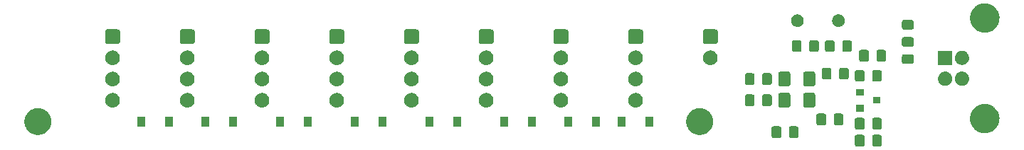
<source format=gbr>
G04 #@! TF.GenerationSoftware,KiCad,Pcbnew,(5.99.0-823-ga085f82be)*
G04 #@! TF.CreationDate,2020-04-11T14:47:27-07:00*
G04 #@! TF.ProjectId,USBtoTTL_Serial,55534274-6f54-4544-9c5f-53657269616c,n/c*
G04 #@! TF.SameCoordinates,Original*
G04 #@! TF.FileFunction,Soldermask,Bot*
G04 #@! TF.FilePolarity,Negative*
%FSLAX46Y46*%
G04 Gerber Fmt 4.6, Leading zero omitted, Abs format (unit mm)*
G04 Created by KiCad (PCBNEW (5.99.0-823-ga085f82be)) date 2020-04-11 14:47:27*
%MOMM*%
%LPD*%
G04 APERTURE LIST*
G04 APERTURE END LIST*
G36*
X168814841Y-119709733D02*
G01*
X168823383Y-119714356D01*
X168828648Y-119715403D01*
X168842835Y-119724882D01*
X168888219Y-119749443D01*
X168902006Y-119764420D01*
X168911342Y-119770658D01*
X168920856Y-119784897D01*
X168944729Y-119810830D01*
X168957237Y-119839343D01*
X168966597Y-119853352D01*
X168969265Y-119866764D01*
X168979308Y-119889659D01*
X168987728Y-119957215D01*
X168987728Y-120832188D01*
X168972267Y-120924841D01*
X168967644Y-120933383D01*
X168966597Y-120938648D01*
X168957118Y-120952835D01*
X168932557Y-120998219D01*
X168917580Y-121012006D01*
X168911342Y-121021342D01*
X168897103Y-121030856D01*
X168871170Y-121054729D01*
X168842657Y-121067237D01*
X168828648Y-121076597D01*
X168815236Y-121079265D01*
X168792341Y-121089308D01*
X168724785Y-121097728D01*
X168099812Y-121097728D01*
X168007159Y-121082267D01*
X167998617Y-121077644D01*
X167993352Y-121076597D01*
X167979165Y-121067118D01*
X167933781Y-121042557D01*
X167919994Y-121027580D01*
X167910658Y-121021342D01*
X167901144Y-121007103D01*
X167877271Y-120981170D01*
X167864763Y-120952657D01*
X167855403Y-120938648D01*
X167852735Y-120925236D01*
X167842692Y-120902341D01*
X167834272Y-120834785D01*
X167834272Y-119959812D01*
X167849733Y-119867159D01*
X167854356Y-119858617D01*
X167855403Y-119853352D01*
X167864882Y-119839165D01*
X167889443Y-119793781D01*
X167904420Y-119779994D01*
X167910658Y-119770658D01*
X167924897Y-119761144D01*
X167950830Y-119737271D01*
X167979343Y-119724763D01*
X167993352Y-119715403D01*
X168006764Y-119712735D01*
X168029659Y-119702692D01*
X168097215Y-119694272D01*
X168722188Y-119694272D01*
X168814841Y-119709733D01*
G37*
G36*
X166764841Y-119709733D02*
G01*
X166773383Y-119714356D01*
X166778648Y-119715403D01*
X166792835Y-119724882D01*
X166838219Y-119749443D01*
X166852006Y-119764420D01*
X166861342Y-119770658D01*
X166870856Y-119784897D01*
X166894729Y-119810830D01*
X166907237Y-119839343D01*
X166916597Y-119853352D01*
X166919265Y-119866764D01*
X166929308Y-119889659D01*
X166937728Y-119957215D01*
X166937728Y-120832188D01*
X166922267Y-120924841D01*
X166917644Y-120933383D01*
X166916597Y-120938648D01*
X166907118Y-120952835D01*
X166882557Y-120998219D01*
X166867580Y-121012006D01*
X166861342Y-121021342D01*
X166847103Y-121030856D01*
X166821170Y-121054729D01*
X166792657Y-121067237D01*
X166778648Y-121076597D01*
X166765236Y-121079265D01*
X166742341Y-121089308D01*
X166674785Y-121097728D01*
X166049812Y-121097728D01*
X165957159Y-121082267D01*
X165948617Y-121077644D01*
X165943352Y-121076597D01*
X165929165Y-121067118D01*
X165883781Y-121042557D01*
X165869994Y-121027580D01*
X165860658Y-121021342D01*
X165851144Y-121007103D01*
X165827271Y-120981170D01*
X165814763Y-120952657D01*
X165805403Y-120938648D01*
X165802735Y-120925236D01*
X165792692Y-120902341D01*
X165784272Y-120834785D01*
X165784272Y-119959812D01*
X165799733Y-119867159D01*
X165804356Y-119858617D01*
X165805403Y-119853352D01*
X165814882Y-119839165D01*
X165839443Y-119793781D01*
X165854420Y-119779994D01*
X165860658Y-119770658D01*
X165874897Y-119761144D01*
X165900830Y-119737271D01*
X165929343Y-119724763D01*
X165943352Y-119715403D01*
X165956764Y-119712735D01*
X165979659Y-119702692D01*
X166047215Y-119694272D01*
X166672188Y-119694272D01*
X166764841Y-119709733D01*
G37*
G36*
X158908841Y-118693733D02*
G01*
X158917383Y-118698356D01*
X158922648Y-118699403D01*
X158936835Y-118708882D01*
X158982219Y-118733443D01*
X158996006Y-118748420D01*
X159005342Y-118754658D01*
X159014856Y-118768897D01*
X159038729Y-118794830D01*
X159051237Y-118823343D01*
X159060597Y-118837352D01*
X159063265Y-118850764D01*
X159073308Y-118873659D01*
X159081728Y-118941215D01*
X159081728Y-119816188D01*
X159066267Y-119908841D01*
X159061644Y-119917383D01*
X159060597Y-119922648D01*
X159051118Y-119936835D01*
X159026557Y-119982219D01*
X159011580Y-119996006D01*
X159005342Y-120005342D01*
X158991103Y-120014856D01*
X158965170Y-120038729D01*
X158936657Y-120051237D01*
X158922648Y-120060597D01*
X158909236Y-120063265D01*
X158886341Y-120073308D01*
X158818785Y-120081728D01*
X158193812Y-120081728D01*
X158101159Y-120066267D01*
X158092617Y-120061644D01*
X158087352Y-120060597D01*
X158073165Y-120051118D01*
X158027781Y-120026557D01*
X158013994Y-120011580D01*
X158004658Y-120005342D01*
X157995144Y-119991103D01*
X157971271Y-119965170D01*
X157958763Y-119936657D01*
X157949403Y-119922648D01*
X157946735Y-119909236D01*
X157936692Y-119886341D01*
X157928272Y-119818785D01*
X157928272Y-118943812D01*
X157943733Y-118851159D01*
X157948356Y-118842617D01*
X157949403Y-118837352D01*
X157958882Y-118823165D01*
X157983443Y-118777781D01*
X157998420Y-118763994D01*
X158004658Y-118754658D01*
X158018897Y-118745144D01*
X158044830Y-118721271D01*
X158073343Y-118708763D01*
X158087352Y-118699403D01*
X158100764Y-118696735D01*
X158123659Y-118686692D01*
X158191215Y-118678272D01*
X158816188Y-118678272D01*
X158908841Y-118693733D01*
G37*
G36*
X156858841Y-118693733D02*
G01*
X156867383Y-118698356D01*
X156872648Y-118699403D01*
X156886835Y-118708882D01*
X156932219Y-118733443D01*
X156946006Y-118748420D01*
X156955342Y-118754658D01*
X156964856Y-118768897D01*
X156988729Y-118794830D01*
X157001237Y-118823343D01*
X157010597Y-118837352D01*
X157013265Y-118850764D01*
X157023308Y-118873659D01*
X157031728Y-118941215D01*
X157031728Y-119816188D01*
X157016267Y-119908841D01*
X157011644Y-119917383D01*
X157010597Y-119922648D01*
X157001118Y-119936835D01*
X156976557Y-119982219D01*
X156961580Y-119996006D01*
X156955342Y-120005342D01*
X156941103Y-120014856D01*
X156915170Y-120038729D01*
X156886657Y-120051237D01*
X156872648Y-120060597D01*
X156859236Y-120063265D01*
X156836341Y-120073308D01*
X156768785Y-120081728D01*
X156143812Y-120081728D01*
X156051159Y-120066267D01*
X156042617Y-120061644D01*
X156037352Y-120060597D01*
X156023165Y-120051118D01*
X155977781Y-120026557D01*
X155963994Y-120011580D01*
X155954658Y-120005342D01*
X155945144Y-119991103D01*
X155921271Y-119965170D01*
X155908763Y-119936657D01*
X155899403Y-119922648D01*
X155896735Y-119909236D01*
X155886692Y-119886341D01*
X155878272Y-119818785D01*
X155878272Y-118943812D01*
X155893733Y-118851159D01*
X155898356Y-118842617D01*
X155899403Y-118837352D01*
X155908882Y-118823165D01*
X155933443Y-118777781D01*
X155948420Y-118763994D01*
X155954658Y-118754658D01*
X155968897Y-118745144D01*
X155994830Y-118721271D01*
X156023343Y-118708763D01*
X156037352Y-118699403D01*
X156050764Y-118696735D01*
X156073659Y-118686692D01*
X156141215Y-118678272D01*
X156766188Y-118678272D01*
X156858841Y-118693733D01*
G37*
G36*
X68623671Y-116510001D02*
G01*
X68705923Y-116510001D01*
X68746597Y-116516443D01*
X68785293Y-116518471D01*
X68869490Y-116535907D01*
X68954667Y-116549398D01*
X68989876Y-116560838D01*
X69023668Y-116567836D01*
X69108414Y-116599353D01*
X69194187Y-116627222D01*
X69223467Y-116642141D01*
X69251827Y-116652688D01*
X69334761Y-116698848D01*
X69418583Y-116741558D01*
X69441795Y-116758423D01*
X69464536Y-116771080D01*
X69543194Y-116832093D01*
X69622330Y-116889589D01*
X69639664Y-116906923D01*
X69656880Y-116920277D01*
X69728690Y-116995949D01*
X69800411Y-117067670D01*
X69812368Y-117084127D01*
X69824449Y-117096858D01*
X69886878Y-117186681D01*
X69948442Y-117271417D01*
X69955780Y-117285818D01*
X69963379Y-117296752D01*
X70013975Y-117400032D01*
X70062778Y-117495813D01*
X70066482Y-117507214D01*
X70070475Y-117515364D01*
X70107007Y-117631938D01*
X70140602Y-117735333D01*
X70141821Y-117743027D01*
X70143270Y-117747652D01*
X70163725Y-117881329D01*
X70179999Y-117984077D01*
X70179999Y-118235923D01*
X70170996Y-118292767D01*
X70170056Y-118325396D01*
X70153467Y-118403443D01*
X70140602Y-118484667D01*
X70127878Y-118523828D01*
X70119822Y-118561728D01*
X70089434Y-118642149D01*
X70062778Y-118724187D01*
X70045966Y-118757182D01*
X70033772Y-118789453D01*
X69989391Y-118868217D01*
X69948442Y-118948583D01*
X69929127Y-118975168D01*
X69914272Y-119001531D01*
X69855702Y-119076229D01*
X69800411Y-119152330D01*
X69780125Y-119172616D01*
X69764066Y-119193097D01*
X69691496Y-119261245D01*
X69622330Y-119330411D01*
X69602499Y-119344819D01*
X69586612Y-119359738D01*
X69500631Y-119418830D01*
X69418583Y-119478442D01*
X69400457Y-119487678D01*
X69385995Y-119497617D01*
X69287540Y-119545212D01*
X69194187Y-119592778D01*
X69178810Y-119597774D01*
X69166823Y-119603569D01*
X69056841Y-119637404D01*
X68954667Y-119670602D01*
X68942841Y-119672475D01*
X68934159Y-119675146D01*
X68813234Y-119693003D01*
X68705923Y-119709999D01*
X68698135Y-119709999D01*
X68693334Y-119710708D01*
X68557971Y-119709999D01*
X68454077Y-119709999D01*
X68450524Y-119709436D01*
X68449909Y-119709433D01*
X68209476Y-119671352D01*
X68208892Y-119671166D01*
X68205333Y-119670602D01*
X68106255Y-119638410D01*
X67977563Y-119597339D01*
X67973229Y-119595188D01*
X67965813Y-119592778D01*
X67868944Y-119543421D01*
X67759521Y-119489103D01*
X67752089Y-119483880D01*
X67741417Y-119478442D01*
X67654496Y-119415290D01*
X67560354Y-119349126D01*
X67550742Y-119339908D01*
X67537670Y-119330411D01*
X67463636Y-119256377D01*
X67384658Y-119180640D01*
X67373970Y-119166711D01*
X67359589Y-119152330D01*
X67299973Y-119070276D01*
X67236465Y-118987510D01*
X67225969Y-118968418D01*
X67211558Y-118948583D01*
X67167144Y-118861416D01*
X67119192Y-118774192D01*
X67110249Y-118749754D01*
X67097222Y-118724187D01*
X67068151Y-118634715D01*
X67035534Y-118545584D01*
X67029553Y-118515920D01*
X67019398Y-118484667D01*
X67005290Y-118395595D01*
X66987417Y-118306954D01*
X66985791Y-118272482D01*
X66980001Y-118235923D01*
X66980001Y-118149696D01*
X66975950Y-118063794D01*
X66980001Y-118025253D01*
X66980001Y-117984077D01*
X66992867Y-117902843D01*
X67001396Y-117821699D01*
X67012305Y-117780114D01*
X67019398Y-117735333D01*
X67043571Y-117660937D01*
X67063170Y-117586227D01*
X67081933Y-117542870D01*
X67097222Y-117495813D01*
X67130890Y-117429735D01*
X67159847Y-117362821D01*
X67187215Y-117319192D01*
X67211558Y-117271417D01*
X67252746Y-117214726D01*
X67289203Y-117156609D01*
X67325642Y-117114394D01*
X67359589Y-117067670D01*
X67406249Y-117021010D01*
X67448272Y-116972326D01*
X67493919Y-116933340D01*
X67537670Y-116889589D01*
X67587730Y-116853218D01*
X67633375Y-116814234D01*
X67688025Y-116780350D01*
X67741417Y-116741558D01*
X67792886Y-116715333D01*
X67840268Y-116685955D01*
X67903355Y-116659046D01*
X67965813Y-116627222D01*
X68016821Y-116610649D01*
X68064183Y-116590447D01*
X68134793Y-116572318D01*
X68205333Y-116549398D01*
X68254211Y-116541657D01*
X68299965Y-116529909D01*
X68376813Y-116522238D01*
X68454077Y-116510001D01*
X68499413Y-116510001D01*
X68542192Y-116505731D01*
X68623671Y-116510001D01*
G37*
G36*
X147363671Y-116510001D02*
G01*
X147445923Y-116510001D01*
X147486597Y-116516443D01*
X147525293Y-116518471D01*
X147609490Y-116535907D01*
X147694667Y-116549398D01*
X147729876Y-116560838D01*
X147763668Y-116567836D01*
X147848414Y-116599353D01*
X147934187Y-116627222D01*
X147963467Y-116642141D01*
X147991827Y-116652688D01*
X148074761Y-116698848D01*
X148158583Y-116741558D01*
X148181795Y-116758423D01*
X148204536Y-116771080D01*
X148283194Y-116832093D01*
X148362330Y-116889589D01*
X148379664Y-116906923D01*
X148396880Y-116920277D01*
X148468690Y-116995949D01*
X148540411Y-117067670D01*
X148552368Y-117084127D01*
X148564449Y-117096858D01*
X148626878Y-117186681D01*
X148688442Y-117271417D01*
X148695780Y-117285818D01*
X148703379Y-117296752D01*
X148753975Y-117400032D01*
X148802778Y-117495813D01*
X148806482Y-117507214D01*
X148810475Y-117515364D01*
X148847007Y-117631938D01*
X148880602Y-117735333D01*
X148881821Y-117743027D01*
X148883270Y-117747652D01*
X148903725Y-117881329D01*
X148919999Y-117984077D01*
X148919999Y-118235923D01*
X148910996Y-118292767D01*
X148910056Y-118325396D01*
X148893467Y-118403443D01*
X148880602Y-118484667D01*
X148867878Y-118523828D01*
X148859822Y-118561728D01*
X148829434Y-118642149D01*
X148802778Y-118724187D01*
X148785966Y-118757182D01*
X148773772Y-118789453D01*
X148729391Y-118868217D01*
X148688442Y-118948583D01*
X148669127Y-118975168D01*
X148654272Y-119001531D01*
X148595702Y-119076229D01*
X148540411Y-119152330D01*
X148520125Y-119172616D01*
X148504066Y-119193097D01*
X148431496Y-119261245D01*
X148362330Y-119330411D01*
X148342499Y-119344819D01*
X148326612Y-119359738D01*
X148240631Y-119418830D01*
X148158583Y-119478442D01*
X148140457Y-119487678D01*
X148125995Y-119497617D01*
X148027540Y-119545212D01*
X147934187Y-119592778D01*
X147918810Y-119597774D01*
X147906823Y-119603569D01*
X147796841Y-119637404D01*
X147694667Y-119670602D01*
X147682841Y-119672475D01*
X147674159Y-119675146D01*
X147553234Y-119693003D01*
X147445923Y-119709999D01*
X147438135Y-119709999D01*
X147433334Y-119710708D01*
X147297971Y-119709999D01*
X147194077Y-119709999D01*
X147190524Y-119709436D01*
X147189909Y-119709433D01*
X146949476Y-119671352D01*
X146948892Y-119671166D01*
X146945333Y-119670602D01*
X146846255Y-119638410D01*
X146717563Y-119597339D01*
X146713229Y-119595188D01*
X146705813Y-119592778D01*
X146608944Y-119543421D01*
X146499521Y-119489103D01*
X146492089Y-119483880D01*
X146481417Y-119478442D01*
X146394496Y-119415290D01*
X146300354Y-119349126D01*
X146290742Y-119339908D01*
X146277670Y-119330411D01*
X146203636Y-119256377D01*
X146124658Y-119180640D01*
X146113970Y-119166711D01*
X146099589Y-119152330D01*
X146039973Y-119070276D01*
X145976465Y-118987510D01*
X145965969Y-118968418D01*
X145951558Y-118948583D01*
X145907144Y-118861416D01*
X145859192Y-118774192D01*
X145850249Y-118749754D01*
X145837222Y-118724187D01*
X145808151Y-118634715D01*
X145775534Y-118545584D01*
X145769553Y-118515920D01*
X145759398Y-118484667D01*
X145745290Y-118395595D01*
X145727417Y-118306954D01*
X145725791Y-118272482D01*
X145720001Y-118235923D01*
X145720001Y-118149696D01*
X145715950Y-118063794D01*
X145720001Y-118025253D01*
X145720001Y-117984077D01*
X145732867Y-117902843D01*
X145741396Y-117821699D01*
X145752305Y-117780114D01*
X145759398Y-117735333D01*
X145783571Y-117660937D01*
X145803170Y-117586227D01*
X145821933Y-117542870D01*
X145837222Y-117495813D01*
X145870890Y-117429735D01*
X145899847Y-117362821D01*
X145927215Y-117319192D01*
X145951558Y-117271417D01*
X145992746Y-117214726D01*
X146029203Y-117156609D01*
X146065642Y-117114394D01*
X146099589Y-117067670D01*
X146146249Y-117021010D01*
X146188272Y-116972326D01*
X146233919Y-116933340D01*
X146277670Y-116889589D01*
X146327730Y-116853218D01*
X146373375Y-116814234D01*
X146428025Y-116780350D01*
X146481417Y-116741558D01*
X146532886Y-116715333D01*
X146580268Y-116685955D01*
X146643355Y-116659046D01*
X146705813Y-116627222D01*
X146756821Y-116610649D01*
X146804183Y-116590447D01*
X146874793Y-116572318D01*
X146945333Y-116549398D01*
X146994211Y-116541657D01*
X147039965Y-116529909D01*
X147116813Y-116522238D01*
X147194077Y-116510001D01*
X147239413Y-116510001D01*
X147282192Y-116505731D01*
X147363671Y-116510001D01*
G37*
G36*
X181296549Y-116008181D02*
G01*
X181327248Y-116007484D01*
X181423084Y-116019251D01*
X181522088Y-116027913D01*
X181551879Y-116035065D01*
X181579315Y-116038434D01*
X181675408Y-116064722D01*
X181775008Y-116088634D01*
X181800576Y-116098964D01*
X181824288Y-116105451D01*
X181918419Y-116146576D01*
X182016176Y-116186072D01*
X182037289Y-116198509D01*
X182057009Y-116207124D01*
X182146837Y-116263038D01*
X182240291Y-116318086D01*
X182256954Y-116331579D01*
X182272614Y-116341327D01*
X182355783Y-116411610D01*
X182442432Y-116481777D01*
X182454844Y-116495323D01*
X182466593Y-116505251D01*
X182540793Y-116589119D01*
X182618158Y-116673548D01*
X182626721Y-116686243D01*
X182634878Y-116695463D01*
X182697877Y-116791736D01*
X182763608Y-116889186D01*
X182768883Y-116900244D01*
X182773940Y-116907973D01*
X182823689Y-117015148D01*
X182875587Y-117123955D01*
X182878273Y-117132740D01*
X182880870Y-117138335D01*
X182915593Y-117254810D01*
X182951635Y-117372697D01*
X182952537Y-117378733D01*
X182953424Y-117381708D01*
X182971521Y-117505760D01*
X182990081Y-117629946D01*
X182980876Y-117981467D01*
X182955783Y-118104803D01*
X182930460Y-118230394D01*
X182929930Y-118231873D01*
X182929019Y-118236353D01*
X182886383Y-118353496D01*
X182844848Y-118469497D01*
X182842674Y-118473586D01*
X182840058Y-118480773D01*
X182781877Y-118587928D01*
X182725618Y-118693737D01*
X182721055Y-118699949D01*
X182715945Y-118709360D01*
X182644325Y-118804403D01*
X182575269Y-118898411D01*
X182567706Y-118906080D01*
X182559409Y-118917091D01*
X182476631Y-118998436D01*
X182396946Y-119079242D01*
X182385904Y-119087593D01*
X182373887Y-119099402D01*
X182282454Y-119165832D01*
X182194384Y-119232439D01*
X182179561Y-119240588D01*
X182163456Y-119252289D01*
X182065888Y-119303080D01*
X181971836Y-119354785D01*
X181953125Y-119361781D01*
X181932739Y-119372393D01*
X181831561Y-119407232D01*
X181733952Y-119443726D01*
X181711435Y-119448594D01*
X181686803Y-119457076D01*
X181584597Y-119476018D01*
X181485724Y-119497396D01*
X181459668Y-119499172D01*
X181431051Y-119504476D01*
X181330205Y-119507998D01*
X181232344Y-119514669D01*
X181203259Y-119512431D01*
X181171103Y-119513554D01*
X181073858Y-119502474D01*
X180979124Y-119495185D01*
X180947674Y-119488097D01*
X180912668Y-119484109D01*
X180821090Y-119459571D01*
X180731377Y-119439353D01*
X180698413Y-119426699D01*
X180661424Y-119416788D01*
X180577259Y-119380192D01*
X180494274Y-119348337D01*
X180460818Y-119329563D01*
X180422890Y-119313071D01*
X180347651Y-119266056D01*
X180272800Y-119224052D01*
X180239971Y-119198770D01*
X180202307Y-119175235D01*
X180137166Y-119119599D01*
X180071585Y-119069095D01*
X180040618Y-119037140D01*
X180004520Y-119006309D01*
X179950322Y-118943961D01*
X179894849Y-118886718D01*
X179867027Y-118848142D01*
X179833874Y-118810004D01*
X179791127Y-118742905D01*
X179746288Y-118680734D01*
X179722910Y-118635824D01*
X179694119Y-118590632D01*
X179663003Y-118520745D01*
X179629022Y-118455467D01*
X179611364Y-118404761D01*
X179588324Y-118353012D01*
X179568696Y-118282236D01*
X179545500Y-118215627D01*
X179534768Y-118159896D01*
X179518813Y-118102365D01*
X179510234Y-118032494D01*
X179497475Y-117966238D01*
X179494762Y-117906484D01*
X179487114Y-117844197D01*
X179488877Y-117776873D01*
X179485956Y-117712540D01*
X179492200Y-117649982D01*
X179493923Y-117584179D01*
X179505087Y-117520867D01*
X179511179Y-117459826D01*
X179527131Y-117395850D01*
X179539090Y-117328024D01*
X179558523Y-117269945D01*
X179572621Y-117213402D01*
X179598798Y-117149574D01*
X179621623Y-117081358D01*
X179648033Y-117029526D01*
X179668985Y-116978438D01*
X179705665Y-116916415D01*
X179739709Y-116849601D01*
X179771723Y-116804719D01*
X179798267Y-116759836D01*
X179845430Y-116701386D01*
X179890754Y-116637844D01*
X179926921Y-116600392D01*
X179957750Y-116562185D01*
X180015118Y-116509062D01*
X180071440Y-116450739D01*
X180110313Y-116420910D01*
X180144091Y-116389632D01*
X180211045Y-116343616D01*
X180277796Y-116292396D01*
X180317982Y-116270120D01*
X180353392Y-116245784D01*
X180429028Y-116208567D01*
X180505291Y-116166293D01*
X180545462Y-116151274D01*
X180581262Y-116133658D01*
X180664399Y-116106805D01*
X180748926Y-116075202D01*
X180787875Y-116066923D01*
X180822932Y-116055600D01*
X180912098Y-116040519D01*
X181003349Y-116021123D01*
X181040046Y-116018878D01*
X181073347Y-116013246D01*
X181166805Y-116011125D01*
X181262971Y-116005243D01*
X181296549Y-116008181D01*
G37*
G36*
X168814841Y-117677733D02*
G01*
X168823383Y-117682356D01*
X168828648Y-117683403D01*
X168842835Y-117692882D01*
X168888219Y-117717443D01*
X168902006Y-117732420D01*
X168911342Y-117738658D01*
X168920856Y-117752897D01*
X168944729Y-117778830D01*
X168957237Y-117807343D01*
X168966597Y-117821352D01*
X168969265Y-117834764D01*
X168979308Y-117857659D01*
X168987728Y-117925215D01*
X168987728Y-118800188D01*
X168972267Y-118892841D01*
X168967644Y-118901383D01*
X168966597Y-118906648D01*
X168957118Y-118920835D01*
X168932557Y-118966219D01*
X168917580Y-118980006D01*
X168911342Y-118989342D01*
X168897103Y-118998856D01*
X168871170Y-119022729D01*
X168842657Y-119035237D01*
X168828648Y-119044597D01*
X168815236Y-119047265D01*
X168792341Y-119057308D01*
X168724785Y-119065728D01*
X168099812Y-119065728D01*
X168007159Y-119050267D01*
X167998617Y-119045644D01*
X167993352Y-119044597D01*
X167979165Y-119035118D01*
X167933781Y-119010557D01*
X167919994Y-118995580D01*
X167910658Y-118989342D01*
X167901144Y-118975103D01*
X167877271Y-118949170D01*
X167864763Y-118920657D01*
X167855403Y-118906648D01*
X167852735Y-118893236D01*
X167842692Y-118870341D01*
X167834272Y-118802785D01*
X167834272Y-117927812D01*
X167849733Y-117835159D01*
X167854356Y-117826617D01*
X167855403Y-117821352D01*
X167864882Y-117807165D01*
X167889443Y-117761781D01*
X167904420Y-117747994D01*
X167910658Y-117738658D01*
X167924897Y-117729144D01*
X167950830Y-117705271D01*
X167979343Y-117692763D01*
X167993352Y-117683403D01*
X168006764Y-117680735D01*
X168029659Y-117670692D01*
X168097215Y-117662272D01*
X168722188Y-117662272D01*
X168814841Y-117677733D01*
G37*
G36*
X166764841Y-117677733D02*
G01*
X166773383Y-117682356D01*
X166778648Y-117683403D01*
X166792835Y-117692882D01*
X166838219Y-117717443D01*
X166852006Y-117732420D01*
X166861342Y-117738658D01*
X166870856Y-117752897D01*
X166894729Y-117778830D01*
X166907237Y-117807343D01*
X166916597Y-117821352D01*
X166919265Y-117834764D01*
X166929308Y-117857659D01*
X166937728Y-117925215D01*
X166937728Y-118800188D01*
X166922267Y-118892841D01*
X166917644Y-118901383D01*
X166916597Y-118906648D01*
X166907118Y-118920835D01*
X166882557Y-118966219D01*
X166867580Y-118980006D01*
X166861342Y-118989342D01*
X166847103Y-118998856D01*
X166821170Y-119022729D01*
X166792657Y-119035237D01*
X166778648Y-119044597D01*
X166765236Y-119047265D01*
X166742341Y-119057308D01*
X166674785Y-119065728D01*
X166049812Y-119065728D01*
X165957159Y-119050267D01*
X165948617Y-119045644D01*
X165943352Y-119044597D01*
X165929165Y-119035118D01*
X165883781Y-119010557D01*
X165869994Y-118995580D01*
X165860658Y-118989342D01*
X165851144Y-118975103D01*
X165827271Y-118949170D01*
X165814763Y-118920657D01*
X165805403Y-118906648D01*
X165802735Y-118893236D01*
X165792692Y-118870341D01*
X165784272Y-118802785D01*
X165784272Y-117927812D01*
X165799733Y-117835159D01*
X165804356Y-117826617D01*
X165805403Y-117821352D01*
X165814882Y-117807165D01*
X165839443Y-117761781D01*
X165854420Y-117747994D01*
X165860658Y-117738658D01*
X165874897Y-117729144D01*
X165900830Y-117705271D01*
X165929343Y-117692763D01*
X165943352Y-117683403D01*
X165956764Y-117680735D01*
X165979659Y-117670692D01*
X166047215Y-117662272D01*
X166672188Y-117662272D01*
X166764841Y-117677733D01*
G37*
G36*
X138499999Y-117509999D02*
G01*
X138500001Y-117510001D01*
X138502449Y-117522309D01*
X138502449Y-118697691D01*
X138500001Y-118709999D01*
X138499999Y-118710001D01*
X138487691Y-118712449D01*
X137612309Y-118712449D01*
X137600001Y-118710001D01*
X137599999Y-118709999D01*
X137597551Y-118697691D01*
X137597551Y-117522309D01*
X137599999Y-117510001D01*
X137600001Y-117509999D01*
X137612309Y-117507551D01*
X138487691Y-117507551D01*
X138499999Y-117509999D01*
G37*
G36*
X106749999Y-117509999D02*
G01*
X106750001Y-117510001D01*
X106752449Y-117522309D01*
X106752449Y-118697691D01*
X106750001Y-118709999D01*
X106749999Y-118710001D01*
X106737691Y-118712449D01*
X105862309Y-118712449D01*
X105850001Y-118710001D01*
X105849999Y-118709999D01*
X105847551Y-118697691D01*
X105847551Y-117522309D01*
X105849999Y-117510001D01*
X105850001Y-117509999D01*
X105862309Y-117507551D01*
X106737691Y-117507551D01*
X106749999Y-117509999D01*
G37*
G36*
X101159999Y-117509999D02*
G01*
X101160001Y-117510001D01*
X101162449Y-117522309D01*
X101162449Y-118697691D01*
X101160001Y-118709999D01*
X101159999Y-118710001D01*
X101147691Y-118712449D01*
X100272309Y-118712449D01*
X100260001Y-118710001D01*
X100259999Y-118709999D01*
X100257551Y-118697691D01*
X100257551Y-117522309D01*
X100259999Y-117510001D01*
X100260001Y-117509999D01*
X100272309Y-117507551D01*
X101147691Y-117507551D01*
X101159999Y-117509999D01*
G37*
G36*
X97859999Y-117509999D02*
G01*
X97860001Y-117510001D01*
X97862449Y-117522309D01*
X97862449Y-118697691D01*
X97860001Y-118709999D01*
X97859999Y-118710001D01*
X97847691Y-118712449D01*
X96972309Y-118712449D01*
X96960001Y-118710001D01*
X96959999Y-118709999D01*
X96957551Y-118697691D01*
X96957551Y-117522309D01*
X96959999Y-117510001D01*
X96960001Y-117509999D01*
X96972309Y-117507551D01*
X97847691Y-117507551D01*
X97859999Y-117509999D01*
G37*
G36*
X92269999Y-117509999D02*
G01*
X92270001Y-117510001D01*
X92272449Y-117522309D01*
X92272449Y-118697691D01*
X92270001Y-118709999D01*
X92269999Y-118710001D01*
X92257691Y-118712449D01*
X91382309Y-118712449D01*
X91370001Y-118710001D01*
X91369999Y-118709999D01*
X91367551Y-118697691D01*
X91367551Y-117522309D01*
X91369999Y-117510001D01*
X91370001Y-117509999D01*
X91382309Y-117507551D01*
X92257691Y-117507551D01*
X92269999Y-117509999D01*
G37*
G36*
X88969999Y-117509999D02*
G01*
X88970001Y-117510001D01*
X88972449Y-117522309D01*
X88972449Y-118697691D01*
X88970001Y-118709999D01*
X88969999Y-118710001D01*
X88957691Y-118712449D01*
X88082309Y-118712449D01*
X88070001Y-118710001D01*
X88069999Y-118709999D01*
X88067551Y-118697691D01*
X88067551Y-117522309D01*
X88069999Y-117510001D01*
X88070001Y-117509999D01*
X88082309Y-117507551D01*
X88957691Y-117507551D01*
X88969999Y-117509999D01*
G37*
G36*
X84649999Y-117509999D02*
G01*
X84650001Y-117510001D01*
X84652449Y-117522309D01*
X84652449Y-118697691D01*
X84650001Y-118709999D01*
X84649999Y-118710001D01*
X84637691Y-118712449D01*
X83762309Y-118712449D01*
X83750001Y-118710001D01*
X83749999Y-118709999D01*
X83747551Y-118697691D01*
X83747551Y-117522309D01*
X83749999Y-117510001D01*
X83750001Y-117509999D01*
X83762309Y-117507551D01*
X84637691Y-117507551D01*
X84649999Y-117509999D01*
G37*
G36*
X81349999Y-117509999D02*
G01*
X81350001Y-117510001D01*
X81352449Y-117522309D01*
X81352449Y-118697691D01*
X81350001Y-118709999D01*
X81349999Y-118710001D01*
X81337691Y-118712449D01*
X80462309Y-118712449D01*
X80450001Y-118710001D01*
X80449999Y-118709999D01*
X80447551Y-118697691D01*
X80447551Y-117522309D01*
X80449999Y-117510001D01*
X80450001Y-117509999D01*
X80462309Y-117507551D01*
X81337691Y-117507551D01*
X81349999Y-117509999D01*
G37*
G36*
X141799999Y-117509999D02*
G01*
X141800001Y-117510001D01*
X141802449Y-117522309D01*
X141802449Y-118697691D01*
X141800001Y-118709999D01*
X141799999Y-118710001D01*
X141787691Y-118712449D01*
X140912309Y-118712449D01*
X140900001Y-118710001D01*
X140899999Y-118709999D01*
X140897551Y-118697691D01*
X140897551Y-117522309D01*
X140899999Y-117510001D01*
X140900001Y-117509999D01*
X140912309Y-117507551D01*
X141787691Y-117507551D01*
X141799999Y-117509999D01*
G37*
G36*
X135449999Y-117509999D02*
G01*
X135450001Y-117510001D01*
X135452449Y-117522309D01*
X135452449Y-118697691D01*
X135450001Y-118709999D01*
X135449999Y-118710001D01*
X135437691Y-118712449D01*
X134562309Y-118712449D01*
X134550001Y-118710001D01*
X134549999Y-118709999D01*
X134547551Y-118697691D01*
X134547551Y-117522309D01*
X134549999Y-117510001D01*
X134550001Y-117509999D01*
X134562309Y-117507551D01*
X135437691Y-117507551D01*
X135449999Y-117509999D01*
G37*
G36*
X132149999Y-117509999D02*
G01*
X132150001Y-117510001D01*
X132152449Y-117522309D01*
X132152449Y-118697691D01*
X132150001Y-118709999D01*
X132149999Y-118710001D01*
X132137691Y-118712449D01*
X131262309Y-118712449D01*
X131250001Y-118710001D01*
X131249999Y-118709999D01*
X131247551Y-118697691D01*
X131247551Y-117522309D01*
X131249999Y-117510001D01*
X131250001Y-117509999D01*
X131262309Y-117507551D01*
X132137691Y-117507551D01*
X132149999Y-117509999D01*
G37*
G36*
X127829999Y-117509999D02*
G01*
X127830001Y-117510001D01*
X127832449Y-117522309D01*
X127832449Y-118697691D01*
X127830001Y-118709999D01*
X127829999Y-118710001D01*
X127817691Y-118712449D01*
X126942309Y-118712449D01*
X126930001Y-118710001D01*
X126929999Y-118709999D01*
X126927551Y-118697691D01*
X126927551Y-117522309D01*
X126929999Y-117510001D01*
X126930001Y-117509999D01*
X126942309Y-117507551D01*
X127817691Y-117507551D01*
X127829999Y-117509999D01*
G37*
G36*
X124529999Y-117509999D02*
G01*
X124530001Y-117510001D01*
X124532449Y-117522309D01*
X124532449Y-118697691D01*
X124530001Y-118709999D01*
X124529999Y-118710001D01*
X124517691Y-118712449D01*
X123642309Y-118712449D01*
X123630001Y-118710001D01*
X123629999Y-118709999D01*
X123627551Y-118697691D01*
X123627551Y-117522309D01*
X123629999Y-117510001D01*
X123630001Y-117509999D01*
X123642309Y-117507551D01*
X124517691Y-117507551D01*
X124529999Y-117509999D01*
G37*
G36*
X110049999Y-117509999D02*
G01*
X110050001Y-117510001D01*
X110052449Y-117522309D01*
X110052449Y-118697691D01*
X110050001Y-118709999D01*
X110049999Y-118710001D01*
X110037691Y-118712449D01*
X109162309Y-118712449D01*
X109150001Y-118710001D01*
X109149999Y-118709999D01*
X109147551Y-118697691D01*
X109147551Y-117522309D01*
X109149999Y-117510001D01*
X109150001Y-117509999D01*
X109162309Y-117507551D01*
X110037691Y-117507551D01*
X110049999Y-117509999D01*
G37*
G36*
X118939999Y-117509999D02*
G01*
X118940001Y-117510001D01*
X118942449Y-117522309D01*
X118942449Y-118697691D01*
X118940001Y-118709999D01*
X118939999Y-118710001D01*
X118927691Y-118712449D01*
X118052309Y-118712449D01*
X118040001Y-118710001D01*
X118039999Y-118709999D01*
X118037551Y-118697691D01*
X118037551Y-117522309D01*
X118039999Y-117510001D01*
X118040001Y-117509999D01*
X118052309Y-117507551D01*
X118927691Y-117507551D01*
X118939999Y-117509999D01*
G37*
G36*
X115639999Y-117509999D02*
G01*
X115640001Y-117510001D01*
X115642449Y-117522309D01*
X115642449Y-118697691D01*
X115640001Y-118709999D01*
X115639999Y-118710001D01*
X115627691Y-118712449D01*
X114752309Y-118712449D01*
X114740001Y-118710001D01*
X114739999Y-118709999D01*
X114737551Y-118697691D01*
X114737551Y-117522309D01*
X114739999Y-117510001D01*
X114740001Y-117509999D01*
X114752309Y-117507551D01*
X115627691Y-117507551D01*
X115639999Y-117509999D01*
G37*
G36*
X162192841Y-117169733D02*
G01*
X162201383Y-117174356D01*
X162206648Y-117175403D01*
X162220835Y-117184882D01*
X162266219Y-117209443D01*
X162280006Y-117224420D01*
X162289342Y-117230658D01*
X162298856Y-117244897D01*
X162322729Y-117270830D01*
X162335237Y-117299343D01*
X162344597Y-117313352D01*
X162347265Y-117326764D01*
X162357308Y-117349659D01*
X162365728Y-117417215D01*
X162365728Y-118292188D01*
X162350267Y-118384841D01*
X162345644Y-118393383D01*
X162344597Y-118398648D01*
X162335118Y-118412835D01*
X162310557Y-118458219D01*
X162295580Y-118472006D01*
X162289342Y-118481342D01*
X162275103Y-118490856D01*
X162249170Y-118514729D01*
X162220657Y-118527237D01*
X162206648Y-118536597D01*
X162193236Y-118539265D01*
X162170341Y-118549308D01*
X162102785Y-118557728D01*
X161477812Y-118557728D01*
X161385159Y-118542267D01*
X161376617Y-118537644D01*
X161371352Y-118536597D01*
X161357165Y-118527118D01*
X161311781Y-118502557D01*
X161297994Y-118487580D01*
X161288658Y-118481342D01*
X161279144Y-118467103D01*
X161255271Y-118441170D01*
X161242763Y-118412657D01*
X161233403Y-118398648D01*
X161230735Y-118385236D01*
X161220692Y-118362341D01*
X161212272Y-118294785D01*
X161212272Y-117419812D01*
X161227733Y-117327159D01*
X161232356Y-117318617D01*
X161233403Y-117313352D01*
X161242882Y-117299165D01*
X161267443Y-117253781D01*
X161282420Y-117239994D01*
X161288658Y-117230658D01*
X161302897Y-117221144D01*
X161328830Y-117197271D01*
X161357343Y-117184763D01*
X161371352Y-117175403D01*
X161384764Y-117172735D01*
X161407659Y-117162692D01*
X161475215Y-117154272D01*
X162100188Y-117154272D01*
X162192841Y-117169733D01*
G37*
G36*
X164242841Y-117169733D02*
G01*
X164251383Y-117174356D01*
X164256648Y-117175403D01*
X164270835Y-117184882D01*
X164316219Y-117209443D01*
X164330006Y-117224420D01*
X164339342Y-117230658D01*
X164348856Y-117244897D01*
X164372729Y-117270830D01*
X164385237Y-117299343D01*
X164394597Y-117313352D01*
X164397265Y-117326764D01*
X164407308Y-117349659D01*
X164415728Y-117417215D01*
X164415728Y-118292188D01*
X164400267Y-118384841D01*
X164395644Y-118393383D01*
X164394597Y-118398648D01*
X164385118Y-118412835D01*
X164360557Y-118458219D01*
X164345580Y-118472006D01*
X164339342Y-118481342D01*
X164325103Y-118490856D01*
X164299170Y-118514729D01*
X164270657Y-118527237D01*
X164256648Y-118536597D01*
X164243236Y-118539265D01*
X164220341Y-118549308D01*
X164152785Y-118557728D01*
X163527812Y-118557728D01*
X163435159Y-118542267D01*
X163426617Y-118537644D01*
X163421352Y-118536597D01*
X163407165Y-118527118D01*
X163361781Y-118502557D01*
X163347994Y-118487580D01*
X163338658Y-118481342D01*
X163329144Y-118467103D01*
X163305271Y-118441170D01*
X163292763Y-118412657D01*
X163283403Y-118398648D01*
X163280735Y-118385236D01*
X163270692Y-118362341D01*
X163262272Y-118294785D01*
X163262272Y-117419812D01*
X163277733Y-117327159D01*
X163282356Y-117318617D01*
X163283403Y-117313352D01*
X163292882Y-117299165D01*
X163317443Y-117253781D01*
X163332420Y-117239994D01*
X163338658Y-117230658D01*
X163352897Y-117221144D01*
X163378830Y-117197271D01*
X163407343Y-117184763D01*
X163421352Y-117175403D01*
X163434764Y-117172735D01*
X163457659Y-117162692D01*
X163525215Y-117154272D01*
X164150188Y-117154272D01*
X164242841Y-117169733D01*
G37*
G36*
X166835999Y-116119999D02*
G01*
X166836001Y-116120001D01*
X166838449Y-116132309D01*
X166838449Y-116907691D01*
X166836001Y-116919999D01*
X166835999Y-116920001D01*
X166823691Y-116922449D01*
X165948309Y-116922449D01*
X165936001Y-116920001D01*
X165935999Y-116919999D01*
X165933551Y-116907691D01*
X165933551Y-116132309D01*
X165935999Y-116120001D01*
X165936001Y-116119999D01*
X165948309Y-116117551D01*
X166823691Y-116117551D01*
X166835999Y-116119999D01*
G37*
G36*
X160905841Y-114708733D02*
G01*
X160914384Y-114713356D01*
X160919647Y-114714403D01*
X160933830Y-114723880D01*
X160979219Y-114748443D01*
X160993006Y-114763420D01*
X161002342Y-114769658D01*
X161011856Y-114783897D01*
X161035728Y-114809829D01*
X161048235Y-114838341D01*
X161057597Y-114852353D01*
X161060266Y-114865769D01*
X161070307Y-114888661D01*
X161078728Y-114956218D01*
X161078728Y-116181187D01*
X161063267Y-116273841D01*
X161058644Y-116282384D01*
X161057597Y-116287647D01*
X161048120Y-116301830D01*
X161023557Y-116347219D01*
X161008580Y-116361006D01*
X161002342Y-116370342D01*
X160988103Y-116379856D01*
X160962171Y-116403728D01*
X160933659Y-116416235D01*
X160919647Y-116425597D01*
X160906231Y-116428266D01*
X160883339Y-116438307D01*
X160815782Y-116446728D01*
X159915813Y-116446728D01*
X159823159Y-116431267D01*
X159814616Y-116426644D01*
X159809353Y-116425597D01*
X159795170Y-116416120D01*
X159749781Y-116391557D01*
X159735994Y-116376580D01*
X159726658Y-116370342D01*
X159717144Y-116356103D01*
X159693272Y-116330171D01*
X159680765Y-116301659D01*
X159671403Y-116287647D01*
X159668734Y-116274231D01*
X159658693Y-116251339D01*
X159650272Y-116183782D01*
X159650272Y-114958813D01*
X159665733Y-114866159D01*
X159670356Y-114857616D01*
X159671403Y-114852353D01*
X159680880Y-114838170D01*
X159705443Y-114792781D01*
X159720420Y-114778994D01*
X159726658Y-114769658D01*
X159740897Y-114760144D01*
X159766829Y-114736272D01*
X159795341Y-114723765D01*
X159809353Y-114714403D01*
X159822769Y-114711734D01*
X159845661Y-114701693D01*
X159913218Y-114693272D01*
X160813187Y-114693272D01*
X160905841Y-114708733D01*
G37*
G36*
X157930841Y-114708733D02*
G01*
X157939384Y-114713356D01*
X157944647Y-114714403D01*
X157958830Y-114723880D01*
X158004219Y-114748443D01*
X158018006Y-114763420D01*
X158027342Y-114769658D01*
X158036856Y-114783897D01*
X158060728Y-114809829D01*
X158073235Y-114838341D01*
X158082597Y-114852353D01*
X158085266Y-114865769D01*
X158095307Y-114888661D01*
X158103728Y-114956218D01*
X158103728Y-116181187D01*
X158088267Y-116273841D01*
X158083644Y-116282384D01*
X158082597Y-116287647D01*
X158073120Y-116301830D01*
X158048557Y-116347219D01*
X158033580Y-116361006D01*
X158027342Y-116370342D01*
X158013103Y-116379856D01*
X157987171Y-116403728D01*
X157958659Y-116416235D01*
X157944647Y-116425597D01*
X157931231Y-116428266D01*
X157908339Y-116438307D01*
X157840782Y-116446728D01*
X156940813Y-116446728D01*
X156848159Y-116431267D01*
X156839616Y-116426644D01*
X156834353Y-116425597D01*
X156820170Y-116416120D01*
X156774781Y-116391557D01*
X156760994Y-116376580D01*
X156751658Y-116370342D01*
X156742144Y-116356103D01*
X156718272Y-116330171D01*
X156705765Y-116301659D01*
X156696403Y-116287647D01*
X156693734Y-116274231D01*
X156683693Y-116251339D01*
X156675272Y-116183782D01*
X156675272Y-114958813D01*
X156690733Y-114866159D01*
X156695356Y-114857616D01*
X156696403Y-114852353D01*
X156705880Y-114838170D01*
X156730443Y-114792781D01*
X156745420Y-114778994D01*
X156751658Y-114769658D01*
X156765897Y-114760144D01*
X156791829Y-114736272D01*
X156820341Y-114723765D01*
X156834353Y-114714403D01*
X156847769Y-114711734D01*
X156870661Y-114701693D01*
X156938218Y-114693272D01*
X157838187Y-114693272D01*
X157930841Y-114708733D01*
G37*
G36*
X139703049Y-114698800D02*
G01*
X139745766Y-114696711D01*
X139791040Y-114703720D01*
X139842931Y-114706621D01*
X139884185Y-114718139D01*
X139920435Y-114723751D01*
X139969084Y-114741843D01*
X140024995Y-114757454D01*
X140057424Y-114774697D01*
X140086091Y-114785358D01*
X140135270Y-114816088D01*
X140191896Y-114846197D01*
X140215217Y-114866045D01*
X140235977Y-114879017D01*
X140282370Y-114923196D01*
X140335847Y-114968709D01*
X140350670Y-114988238D01*
X140363973Y-115000906D01*
X140403998Y-115058494D01*
X140450133Y-115119275D01*
X140457852Y-115135980D01*
X140464845Y-115146042D01*
X140494863Y-115216080D01*
X140529421Y-115290869D01*
X140532057Y-115302859D01*
X140534471Y-115308491D01*
X140551013Y-115389076D01*
X140570011Y-115475487D01*
X140569330Y-115670585D01*
X140549737Y-115756825D01*
X140532626Y-115837327D01*
X140530171Y-115842946D01*
X140527452Y-115854914D01*
X140492385Y-115929436D01*
X140461867Y-115999288D01*
X140454802Y-116009304D01*
X140446968Y-116025951D01*
X140400418Y-116086397D01*
X140359984Y-116143716D01*
X140346591Y-116156293D01*
X140331634Y-116175715D01*
X140277850Y-116220845D01*
X140231144Y-116264705D01*
X140210291Y-116277534D01*
X140186831Y-116297219D01*
X140129992Y-116326934D01*
X140080605Y-116357317D01*
X140051869Y-116367776D01*
X140019315Y-116384795D01*
X139963281Y-116400019D01*
X139914516Y-116417768D01*
X139878236Y-116423125D01*
X139836900Y-116434356D01*
X139784988Y-116436895D01*
X139739669Y-116443587D01*
X139696968Y-116441200D01*
X139648099Y-116443590D01*
X139602866Y-116435939D01*
X139563201Y-116433722D01*
X139515961Y-116421240D01*
X139461719Y-116412066D01*
X139424833Y-116397163D01*
X139392318Y-116388572D01*
X139343106Y-116364143D01*
X139286457Y-116341255D01*
X139258667Y-116322227D01*
X139234004Y-116309984D01*
X139185915Y-116272412D01*
X139130488Y-116234461D01*
X139111613Y-116214362D01*
X139094729Y-116201170D01*
X139051235Y-116150065D01*
X139001090Y-116096666D01*
X138990104Y-116078237D01*
X138980178Y-116066574D01*
X138944921Y-116002442D01*
X138904300Y-115934300D01*
X138899459Y-115919747D01*
X138895030Y-115911691D01*
X138871595Y-115835986D01*
X138844634Y-115754937D01*
X138843671Y-115745778D01*
X138842764Y-115742847D01*
X138834435Y-115657903D01*
X138824875Y-115566945D01*
X138835074Y-115476024D01*
X138843992Y-115391172D01*
X138844919Y-115388249D01*
X138845946Y-115379096D01*
X138873467Y-115298255D01*
X138897435Y-115222696D01*
X138901922Y-115214667D01*
X138906863Y-115200154D01*
X138947944Y-115132320D01*
X138983659Y-115068417D01*
X138993668Y-115056821D01*
X139004784Y-115038467D01*
X139055304Y-114985415D01*
X139099151Y-114934619D01*
X139116126Y-114921546D01*
X139135141Y-114901579D01*
X139190836Y-114864012D01*
X139239186Y-114826778D01*
X139263932Y-114814708D01*
X139291851Y-114795877D01*
X139348652Y-114773388D01*
X139398039Y-114749300D01*
X139430616Y-114740936D01*
X139467604Y-114726291D01*
X139521910Y-114717495D01*
X139569232Y-114705345D01*
X139608909Y-114703404D01*
X139654199Y-114696069D01*
X139703049Y-114698800D01*
G37*
G36*
X130813049Y-114698800D02*
G01*
X130855766Y-114696711D01*
X130901040Y-114703720D01*
X130952931Y-114706621D01*
X130994185Y-114718139D01*
X131030435Y-114723751D01*
X131079084Y-114741843D01*
X131134995Y-114757454D01*
X131167424Y-114774697D01*
X131196091Y-114785358D01*
X131245270Y-114816088D01*
X131301896Y-114846197D01*
X131325217Y-114866045D01*
X131345977Y-114879017D01*
X131392370Y-114923196D01*
X131445847Y-114968709D01*
X131460670Y-114988238D01*
X131473973Y-115000906D01*
X131513998Y-115058494D01*
X131560133Y-115119275D01*
X131567852Y-115135980D01*
X131574845Y-115146042D01*
X131604863Y-115216080D01*
X131639421Y-115290869D01*
X131642057Y-115302859D01*
X131644471Y-115308491D01*
X131661013Y-115389076D01*
X131680011Y-115475487D01*
X131679330Y-115670585D01*
X131659737Y-115756825D01*
X131642626Y-115837327D01*
X131640171Y-115842946D01*
X131637452Y-115854914D01*
X131602385Y-115929436D01*
X131571867Y-115999288D01*
X131564802Y-116009304D01*
X131556968Y-116025951D01*
X131510418Y-116086397D01*
X131469984Y-116143716D01*
X131456591Y-116156293D01*
X131441634Y-116175715D01*
X131387850Y-116220845D01*
X131341144Y-116264705D01*
X131320291Y-116277534D01*
X131296831Y-116297219D01*
X131239992Y-116326934D01*
X131190605Y-116357317D01*
X131161869Y-116367776D01*
X131129315Y-116384795D01*
X131073281Y-116400019D01*
X131024516Y-116417768D01*
X130988236Y-116423125D01*
X130946900Y-116434356D01*
X130894988Y-116436895D01*
X130849669Y-116443587D01*
X130806968Y-116441200D01*
X130758099Y-116443590D01*
X130712866Y-116435939D01*
X130673201Y-116433722D01*
X130625961Y-116421240D01*
X130571719Y-116412066D01*
X130534833Y-116397163D01*
X130502318Y-116388572D01*
X130453106Y-116364143D01*
X130396457Y-116341255D01*
X130368667Y-116322227D01*
X130344004Y-116309984D01*
X130295915Y-116272412D01*
X130240488Y-116234461D01*
X130221613Y-116214362D01*
X130204729Y-116201170D01*
X130161235Y-116150065D01*
X130111090Y-116096666D01*
X130100104Y-116078237D01*
X130090178Y-116066574D01*
X130054921Y-116002442D01*
X130014300Y-115934300D01*
X130009459Y-115919747D01*
X130005030Y-115911691D01*
X129981595Y-115835986D01*
X129954634Y-115754937D01*
X129953671Y-115745778D01*
X129952764Y-115742847D01*
X129944435Y-115657903D01*
X129934875Y-115566945D01*
X129945074Y-115476024D01*
X129953992Y-115391172D01*
X129954919Y-115388249D01*
X129955946Y-115379096D01*
X129983467Y-115298255D01*
X130007435Y-115222696D01*
X130011922Y-115214667D01*
X130016863Y-115200154D01*
X130057944Y-115132320D01*
X130093659Y-115068417D01*
X130103668Y-115056821D01*
X130114784Y-115038467D01*
X130165304Y-114985415D01*
X130209151Y-114934619D01*
X130226126Y-114921546D01*
X130245141Y-114901579D01*
X130300836Y-114864012D01*
X130349186Y-114826778D01*
X130373932Y-114814708D01*
X130401851Y-114795877D01*
X130458652Y-114773388D01*
X130508039Y-114749300D01*
X130540616Y-114740936D01*
X130577604Y-114726291D01*
X130631910Y-114717495D01*
X130679232Y-114705345D01*
X130718909Y-114703404D01*
X130764199Y-114696069D01*
X130813049Y-114698800D01*
G37*
G36*
X77473049Y-114698800D02*
G01*
X77515766Y-114696711D01*
X77561040Y-114703720D01*
X77612931Y-114706621D01*
X77654185Y-114718139D01*
X77690435Y-114723751D01*
X77739084Y-114741843D01*
X77794995Y-114757454D01*
X77827424Y-114774697D01*
X77856091Y-114785358D01*
X77905270Y-114816088D01*
X77961896Y-114846197D01*
X77985217Y-114866045D01*
X78005977Y-114879017D01*
X78052370Y-114923196D01*
X78105847Y-114968709D01*
X78120670Y-114988238D01*
X78133973Y-115000906D01*
X78173998Y-115058494D01*
X78220133Y-115119275D01*
X78227852Y-115135980D01*
X78234845Y-115146042D01*
X78264863Y-115216080D01*
X78299421Y-115290869D01*
X78302057Y-115302859D01*
X78304471Y-115308491D01*
X78321013Y-115389076D01*
X78340011Y-115475487D01*
X78339330Y-115670585D01*
X78319737Y-115756825D01*
X78302626Y-115837327D01*
X78300171Y-115842946D01*
X78297452Y-115854914D01*
X78262385Y-115929436D01*
X78231867Y-115999288D01*
X78224802Y-116009304D01*
X78216968Y-116025951D01*
X78170418Y-116086397D01*
X78129984Y-116143716D01*
X78116591Y-116156293D01*
X78101634Y-116175715D01*
X78047850Y-116220845D01*
X78001144Y-116264705D01*
X77980291Y-116277534D01*
X77956831Y-116297219D01*
X77899992Y-116326934D01*
X77850605Y-116357317D01*
X77821869Y-116367776D01*
X77789315Y-116384795D01*
X77733281Y-116400019D01*
X77684516Y-116417768D01*
X77648236Y-116423125D01*
X77606900Y-116434356D01*
X77554988Y-116436895D01*
X77509669Y-116443587D01*
X77466968Y-116441200D01*
X77418099Y-116443590D01*
X77372866Y-116435939D01*
X77333201Y-116433722D01*
X77285961Y-116421240D01*
X77231719Y-116412066D01*
X77194833Y-116397163D01*
X77162318Y-116388572D01*
X77113106Y-116364143D01*
X77056457Y-116341255D01*
X77028667Y-116322227D01*
X77004004Y-116309984D01*
X76955915Y-116272412D01*
X76900488Y-116234461D01*
X76881613Y-116214362D01*
X76864729Y-116201170D01*
X76821235Y-116150065D01*
X76771090Y-116096666D01*
X76760104Y-116078237D01*
X76750178Y-116066574D01*
X76714921Y-116002442D01*
X76674300Y-115934300D01*
X76669459Y-115919747D01*
X76665030Y-115911691D01*
X76641595Y-115835986D01*
X76614634Y-115754937D01*
X76613671Y-115745778D01*
X76612764Y-115742847D01*
X76604435Y-115657903D01*
X76594875Y-115566945D01*
X76605074Y-115476024D01*
X76613992Y-115391172D01*
X76614919Y-115388249D01*
X76615946Y-115379096D01*
X76643467Y-115298255D01*
X76667435Y-115222696D01*
X76671922Y-115214667D01*
X76676863Y-115200154D01*
X76717944Y-115132320D01*
X76753659Y-115068417D01*
X76763668Y-115056821D01*
X76774784Y-115038467D01*
X76825304Y-114985415D01*
X76869151Y-114934619D01*
X76886126Y-114921546D01*
X76905141Y-114901579D01*
X76960836Y-114864012D01*
X77009186Y-114826778D01*
X77033932Y-114814708D01*
X77061851Y-114795877D01*
X77118652Y-114773388D01*
X77168039Y-114749300D01*
X77200616Y-114740936D01*
X77237604Y-114726291D01*
X77291910Y-114717495D01*
X77339232Y-114705345D01*
X77378909Y-114703404D01*
X77424199Y-114696069D01*
X77473049Y-114698800D01*
G37*
G36*
X86363049Y-114698800D02*
G01*
X86405766Y-114696711D01*
X86451040Y-114703720D01*
X86502931Y-114706621D01*
X86544185Y-114718139D01*
X86580435Y-114723751D01*
X86629084Y-114741843D01*
X86684995Y-114757454D01*
X86717424Y-114774697D01*
X86746091Y-114785358D01*
X86795270Y-114816088D01*
X86851896Y-114846197D01*
X86875217Y-114866045D01*
X86895977Y-114879017D01*
X86942370Y-114923196D01*
X86995847Y-114968709D01*
X87010670Y-114988238D01*
X87023973Y-115000906D01*
X87063998Y-115058494D01*
X87110133Y-115119275D01*
X87117852Y-115135980D01*
X87124845Y-115146042D01*
X87154863Y-115216080D01*
X87189421Y-115290869D01*
X87192057Y-115302859D01*
X87194471Y-115308491D01*
X87211013Y-115389076D01*
X87230011Y-115475487D01*
X87229330Y-115670585D01*
X87209737Y-115756825D01*
X87192626Y-115837327D01*
X87190171Y-115842946D01*
X87187452Y-115854914D01*
X87152385Y-115929436D01*
X87121867Y-115999288D01*
X87114802Y-116009304D01*
X87106968Y-116025951D01*
X87060418Y-116086397D01*
X87019984Y-116143716D01*
X87006591Y-116156293D01*
X86991634Y-116175715D01*
X86937850Y-116220845D01*
X86891144Y-116264705D01*
X86870291Y-116277534D01*
X86846831Y-116297219D01*
X86789992Y-116326934D01*
X86740605Y-116357317D01*
X86711869Y-116367776D01*
X86679315Y-116384795D01*
X86623281Y-116400019D01*
X86574516Y-116417768D01*
X86538236Y-116423125D01*
X86496900Y-116434356D01*
X86444988Y-116436895D01*
X86399669Y-116443587D01*
X86356968Y-116441200D01*
X86308099Y-116443590D01*
X86262866Y-116435939D01*
X86223201Y-116433722D01*
X86175961Y-116421240D01*
X86121719Y-116412066D01*
X86084833Y-116397163D01*
X86052318Y-116388572D01*
X86003106Y-116364143D01*
X85946457Y-116341255D01*
X85918667Y-116322227D01*
X85894004Y-116309984D01*
X85845915Y-116272412D01*
X85790488Y-116234461D01*
X85771613Y-116214362D01*
X85754729Y-116201170D01*
X85711235Y-116150065D01*
X85661090Y-116096666D01*
X85650104Y-116078237D01*
X85640178Y-116066574D01*
X85604921Y-116002442D01*
X85564300Y-115934300D01*
X85559459Y-115919747D01*
X85555030Y-115911691D01*
X85531595Y-115835986D01*
X85504634Y-115754937D01*
X85503671Y-115745778D01*
X85502764Y-115742847D01*
X85494435Y-115657903D01*
X85484875Y-115566945D01*
X85495074Y-115476024D01*
X85503992Y-115391172D01*
X85504919Y-115388249D01*
X85505946Y-115379096D01*
X85533467Y-115298255D01*
X85557435Y-115222696D01*
X85561922Y-115214667D01*
X85566863Y-115200154D01*
X85607944Y-115132320D01*
X85643659Y-115068417D01*
X85653668Y-115056821D01*
X85664784Y-115038467D01*
X85715304Y-114985415D01*
X85759151Y-114934619D01*
X85776126Y-114921546D01*
X85795141Y-114901579D01*
X85850836Y-114864012D01*
X85899186Y-114826778D01*
X85923932Y-114814708D01*
X85951851Y-114795877D01*
X86008652Y-114773388D01*
X86058039Y-114749300D01*
X86090616Y-114740936D01*
X86127604Y-114726291D01*
X86181910Y-114717495D01*
X86229232Y-114705345D01*
X86268909Y-114703404D01*
X86314199Y-114696069D01*
X86363049Y-114698800D01*
G37*
G36*
X104143049Y-114698800D02*
G01*
X104185766Y-114696711D01*
X104231040Y-114703720D01*
X104282931Y-114706621D01*
X104324185Y-114718139D01*
X104360435Y-114723751D01*
X104409084Y-114741843D01*
X104464995Y-114757454D01*
X104497424Y-114774697D01*
X104526091Y-114785358D01*
X104575270Y-114816088D01*
X104631896Y-114846197D01*
X104655217Y-114866045D01*
X104675977Y-114879017D01*
X104722370Y-114923196D01*
X104775847Y-114968709D01*
X104790670Y-114988238D01*
X104803973Y-115000906D01*
X104843998Y-115058494D01*
X104890133Y-115119275D01*
X104897852Y-115135980D01*
X104904845Y-115146042D01*
X104934863Y-115216080D01*
X104969421Y-115290869D01*
X104972057Y-115302859D01*
X104974471Y-115308491D01*
X104991013Y-115389076D01*
X105010011Y-115475487D01*
X105009330Y-115670585D01*
X104989737Y-115756825D01*
X104972626Y-115837327D01*
X104970171Y-115842946D01*
X104967452Y-115854914D01*
X104932385Y-115929436D01*
X104901867Y-115999288D01*
X104894802Y-116009304D01*
X104886968Y-116025951D01*
X104840418Y-116086397D01*
X104799984Y-116143716D01*
X104786591Y-116156293D01*
X104771634Y-116175715D01*
X104717850Y-116220845D01*
X104671144Y-116264705D01*
X104650291Y-116277534D01*
X104626831Y-116297219D01*
X104569992Y-116326934D01*
X104520605Y-116357317D01*
X104491869Y-116367776D01*
X104459315Y-116384795D01*
X104403281Y-116400019D01*
X104354516Y-116417768D01*
X104318236Y-116423125D01*
X104276900Y-116434356D01*
X104224988Y-116436895D01*
X104179669Y-116443587D01*
X104136968Y-116441200D01*
X104088099Y-116443590D01*
X104042866Y-116435939D01*
X104003201Y-116433722D01*
X103955961Y-116421240D01*
X103901719Y-116412066D01*
X103864833Y-116397163D01*
X103832318Y-116388572D01*
X103783106Y-116364143D01*
X103726457Y-116341255D01*
X103698667Y-116322227D01*
X103674004Y-116309984D01*
X103625915Y-116272412D01*
X103570488Y-116234461D01*
X103551613Y-116214362D01*
X103534729Y-116201170D01*
X103491235Y-116150065D01*
X103441090Y-116096666D01*
X103430104Y-116078237D01*
X103420178Y-116066574D01*
X103384921Y-116002442D01*
X103344300Y-115934300D01*
X103339459Y-115919747D01*
X103335030Y-115911691D01*
X103311595Y-115835986D01*
X103284634Y-115754937D01*
X103283671Y-115745778D01*
X103282764Y-115742847D01*
X103274435Y-115657903D01*
X103264875Y-115566945D01*
X103275074Y-115476024D01*
X103283992Y-115391172D01*
X103284919Y-115388249D01*
X103285946Y-115379096D01*
X103313467Y-115298255D01*
X103337435Y-115222696D01*
X103341922Y-115214667D01*
X103346863Y-115200154D01*
X103387944Y-115132320D01*
X103423659Y-115068417D01*
X103433668Y-115056821D01*
X103444784Y-115038467D01*
X103495304Y-114985415D01*
X103539151Y-114934619D01*
X103556126Y-114921546D01*
X103575141Y-114901579D01*
X103630836Y-114864012D01*
X103679186Y-114826778D01*
X103703932Y-114814708D01*
X103731851Y-114795877D01*
X103788652Y-114773388D01*
X103838039Y-114749300D01*
X103870616Y-114740936D01*
X103907604Y-114726291D01*
X103961910Y-114717495D01*
X104009232Y-114705345D01*
X104048909Y-114703404D01*
X104094199Y-114696069D01*
X104143049Y-114698800D01*
G37*
G36*
X121923049Y-114698800D02*
G01*
X121965766Y-114696711D01*
X122011040Y-114703720D01*
X122062931Y-114706621D01*
X122104185Y-114718139D01*
X122140435Y-114723751D01*
X122189084Y-114741843D01*
X122244995Y-114757454D01*
X122277424Y-114774697D01*
X122306091Y-114785358D01*
X122355270Y-114816088D01*
X122411896Y-114846197D01*
X122435217Y-114866045D01*
X122455977Y-114879017D01*
X122502370Y-114923196D01*
X122555847Y-114968709D01*
X122570670Y-114988238D01*
X122583973Y-115000906D01*
X122623998Y-115058494D01*
X122670133Y-115119275D01*
X122677852Y-115135980D01*
X122684845Y-115146042D01*
X122714863Y-115216080D01*
X122749421Y-115290869D01*
X122752057Y-115302859D01*
X122754471Y-115308491D01*
X122771013Y-115389076D01*
X122790011Y-115475487D01*
X122789330Y-115670585D01*
X122769737Y-115756825D01*
X122752626Y-115837327D01*
X122750171Y-115842946D01*
X122747452Y-115854914D01*
X122712385Y-115929436D01*
X122681867Y-115999288D01*
X122674802Y-116009304D01*
X122666968Y-116025951D01*
X122620418Y-116086397D01*
X122579984Y-116143716D01*
X122566591Y-116156293D01*
X122551634Y-116175715D01*
X122497850Y-116220845D01*
X122451144Y-116264705D01*
X122430291Y-116277534D01*
X122406831Y-116297219D01*
X122349992Y-116326934D01*
X122300605Y-116357317D01*
X122271869Y-116367776D01*
X122239315Y-116384795D01*
X122183281Y-116400019D01*
X122134516Y-116417768D01*
X122098236Y-116423125D01*
X122056900Y-116434356D01*
X122004988Y-116436895D01*
X121959669Y-116443587D01*
X121916968Y-116441200D01*
X121868099Y-116443590D01*
X121822866Y-116435939D01*
X121783201Y-116433722D01*
X121735961Y-116421240D01*
X121681719Y-116412066D01*
X121644833Y-116397163D01*
X121612318Y-116388572D01*
X121563106Y-116364143D01*
X121506457Y-116341255D01*
X121478667Y-116322227D01*
X121454004Y-116309984D01*
X121405915Y-116272412D01*
X121350488Y-116234461D01*
X121331613Y-116214362D01*
X121314729Y-116201170D01*
X121271235Y-116150065D01*
X121221090Y-116096666D01*
X121210104Y-116078237D01*
X121200178Y-116066574D01*
X121164921Y-116002442D01*
X121124300Y-115934300D01*
X121119459Y-115919747D01*
X121115030Y-115911691D01*
X121091595Y-115835986D01*
X121064634Y-115754937D01*
X121063671Y-115745778D01*
X121062764Y-115742847D01*
X121054435Y-115657903D01*
X121044875Y-115566945D01*
X121055074Y-115476024D01*
X121063992Y-115391172D01*
X121064919Y-115388249D01*
X121065946Y-115379096D01*
X121093467Y-115298255D01*
X121117435Y-115222696D01*
X121121922Y-115214667D01*
X121126863Y-115200154D01*
X121167944Y-115132320D01*
X121203659Y-115068417D01*
X121213668Y-115056821D01*
X121224784Y-115038467D01*
X121275304Y-114985415D01*
X121319151Y-114934619D01*
X121336126Y-114921546D01*
X121355141Y-114901579D01*
X121410836Y-114864012D01*
X121459186Y-114826778D01*
X121483932Y-114814708D01*
X121511851Y-114795877D01*
X121568652Y-114773388D01*
X121618039Y-114749300D01*
X121650616Y-114740936D01*
X121687604Y-114726291D01*
X121741910Y-114717495D01*
X121789232Y-114705345D01*
X121828909Y-114703404D01*
X121874199Y-114696069D01*
X121923049Y-114698800D01*
G37*
G36*
X95253049Y-114698800D02*
G01*
X95295766Y-114696711D01*
X95341040Y-114703720D01*
X95392931Y-114706621D01*
X95434185Y-114718139D01*
X95470435Y-114723751D01*
X95519084Y-114741843D01*
X95574995Y-114757454D01*
X95607424Y-114774697D01*
X95636091Y-114785358D01*
X95685270Y-114816088D01*
X95741896Y-114846197D01*
X95765217Y-114866045D01*
X95785977Y-114879017D01*
X95832370Y-114923196D01*
X95885847Y-114968709D01*
X95900670Y-114988238D01*
X95913973Y-115000906D01*
X95953998Y-115058494D01*
X96000133Y-115119275D01*
X96007852Y-115135980D01*
X96014845Y-115146042D01*
X96044863Y-115216080D01*
X96079421Y-115290869D01*
X96082057Y-115302859D01*
X96084471Y-115308491D01*
X96101013Y-115389076D01*
X96120011Y-115475487D01*
X96119330Y-115670585D01*
X96099737Y-115756825D01*
X96082626Y-115837327D01*
X96080171Y-115842946D01*
X96077452Y-115854914D01*
X96042385Y-115929436D01*
X96011867Y-115999288D01*
X96004802Y-116009304D01*
X95996968Y-116025951D01*
X95950418Y-116086397D01*
X95909984Y-116143716D01*
X95896591Y-116156293D01*
X95881634Y-116175715D01*
X95827850Y-116220845D01*
X95781144Y-116264705D01*
X95760291Y-116277534D01*
X95736831Y-116297219D01*
X95679992Y-116326934D01*
X95630605Y-116357317D01*
X95601869Y-116367776D01*
X95569315Y-116384795D01*
X95513281Y-116400019D01*
X95464516Y-116417768D01*
X95428236Y-116423125D01*
X95386900Y-116434356D01*
X95334988Y-116436895D01*
X95289669Y-116443587D01*
X95246968Y-116441200D01*
X95198099Y-116443590D01*
X95152866Y-116435939D01*
X95113201Y-116433722D01*
X95065961Y-116421240D01*
X95011719Y-116412066D01*
X94974833Y-116397163D01*
X94942318Y-116388572D01*
X94893106Y-116364143D01*
X94836457Y-116341255D01*
X94808667Y-116322227D01*
X94784004Y-116309984D01*
X94735915Y-116272412D01*
X94680488Y-116234461D01*
X94661613Y-116214362D01*
X94644729Y-116201170D01*
X94601235Y-116150065D01*
X94551090Y-116096666D01*
X94540104Y-116078237D01*
X94530178Y-116066574D01*
X94494921Y-116002442D01*
X94454300Y-115934300D01*
X94449459Y-115919747D01*
X94445030Y-115911691D01*
X94421595Y-115835986D01*
X94394634Y-115754937D01*
X94393671Y-115745778D01*
X94392764Y-115742847D01*
X94384435Y-115657903D01*
X94374875Y-115566945D01*
X94385074Y-115476024D01*
X94393992Y-115391172D01*
X94394919Y-115388249D01*
X94395946Y-115379096D01*
X94423467Y-115298255D01*
X94447435Y-115222696D01*
X94451922Y-115214667D01*
X94456863Y-115200154D01*
X94497944Y-115132320D01*
X94533659Y-115068417D01*
X94543668Y-115056821D01*
X94554784Y-115038467D01*
X94605304Y-114985415D01*
X94649151Y-114934619D01*
X94666126Y-114921546D01*
X94685141Y-114901579D01*
X94740836Y-114864012D01*
X94789186Y-114826778D01*
X94813932Y-114814708D01*
X94841851Y-114795877D01*
X94898652Y-114773388D01*
X94948039Y-114749300D01*
X94980616Y-114740936D01*
X95017604Y-114726291D01*
X95071910Y-114717495D01*
X95119232Y-114705345D01*
X95158909Y-114703404D01*
X95204199Y-114696069D01*
X95253049Y-114698800D01*
G37*
G36*
X113033049Y-114698800D02*
G01*
X113075766Y-114696711D01*
X113121040Y-114703720D01*
X113172931Y-114706621D01*
X113214185Y-114718139D01*
X113250435Y-114723751D01*
X113299084Y-114741843D01*
X113354995Y-114757454D01*
X113387424Y-114774697D01*
X113416091Y-114785358D01*
X113465270Y-114816088D01*
X113521896Y-114846197D01*
X113545217Y-114866045D01*
X113565977Y-114879017D01*
X113612370Y-114923196D01*
X113665847Y-114968709D01*
X113680670Y-114988238D01*
X113693973Y-115000906D01*
X113733998Y-115058494D01*
X113780133Y-115119275D01*
X113787852Y-115135980D01*
X113794845Y-115146042D01*
X113824863Y-115216080D01*
X113859421Y-115290869D01*
X113862057Y-115302859D01*
X113864471Y-115308491D01*
X113881013Y-115389076D01*
X113900011Y-115475487D01*
X113899330Y-115670585D01*
X113879737Y-115756825D01*
X113862626Y-115837327D01*
X113860171Y-115842946D01*
X113857452Y-115854914D01*
X113822385Y-115929436D01*
X113791867Y-115999288D01*
X113784802Y-116009304D01*
X113776968Y-116025951D01*
X113730418Y-116086397D01*
X113689984Y-116143716D01*
X113676591Y-116156293D01*
X113661634Y-116175715D01*
X113607850Y-116220845D01*
X113561144Y-116264705D01*
X113540291Y-116277534D01*
X113516831Y-116297219D01*
X113459992Y-116326934D01*
X113410605Y-116357317D01*
X113381869Y-116367776D01*
X113349315Y-116384795D01*
X113293281Y-116400019D01*
X113244516Y-116417768D01*
X113208236Y-116423125D01*
X113166900Y-116434356D01*
X113114988Y-116436895D01*
X113069669Y-116443587D01*
X113026968Y-116441200D01*
X112978099Y-116443590D01*
X112932866Y-116435939D01*
X112893201Y-116433722D01*
X112845961Y-116421240D01*
X112791719Y-116412066D01*
X112754833Y-116397163D01*
X112722318Y-116388572D01*
X112673106Y-116364143D01*
X112616457Y-116341255D01*
X112588667Y-116322227D01*
X112564004Y-116309984D01*
X112515915Y-116272412D01*
X112460488Y-116234461D01*
X112441613Y-116214362D01*
X112424729Y-116201170D01*
X112381235Y-116150065D01*
X112331090Y-116096666D01*
X112320104Y-116078237D01*
X112310178Y-116066574D01*
X112274921Y-116002442D01*
X112234300Y-115934300D01*
X112229459Y-115919747D01*
X112225030Y-115911691D01*
X112201595Y-115835986D01*
X112174634Y-115754937D01*
X112173671Y-115745778D01*
X112172764Y-115742847D01*
X112164435Y-115657903D01*
X112154875Y-115566945D01*
X112165074Y-115476024D01*
X112173992Y-115391172D01*
X112174919Y-115388249D01*
X112175946Y-115379096D01*
X112203467Y-115298255D01*
X112227435Y-115222696D01*
X112231922Y-115214667D01*
X112236863Y-115200154D01*
X112277944Y-115132320D01*
X112313659Y-115068417D01*
X112323668Y-115056821D01*
X112334784Y-115038467D01*
X112385304Y-114985415D01*
X112429151Y-114934619D01*
X112446126Y-114921546D01*
X112465141Y-114901579D01*
X112520836Y-114864012D01*
X112569186Y-114826778D01*
X112593932Y-114814708D01*
X112621851Y-114795877D01*
X112678652Y-114773388D01*
X112728039Y-114749300D01*
X112760616Y-114740936D01*
X112797604Y-114726291D01*
X112851910Y-114717495D01*
X112899232Y-114705345D01*
X112938909Y-114703404D01*
X112984199Y-114696069D01*
X113033049Y-114698800D01*
G37*
G36*
X153683841Y-114883733D02*
G01*
X153692383Y-114888356D01*
X153697648Y-114889403D01*
X153711835Y-114898882D01*
X153757219Y-114923443D01*
X153771006Y-114938420D01*
X153780342Y-114944658D01*
X153789856Y-114958897D01*
X153813729Y-114984830D01*
X153826237Y-115013343D01*
X153835597Y-115027352D01*
X153838265Y-115040764D01*
X153848308Y-115063659D01*
X153856728Y-115131215D01*
X153856728Y-116006188D01*
X153841267Y-116098841D01*
X153836644Y-116107383D01*
X153835597Y-116112648D01*
X153826118Y-116126835D01*
X153801557Y-116172219D01*
X153786580Y-116186006D01*
X153780342Y-116195342D01*
X153766103Y-116204856D01*
X153740170Y-116228729D01*
X153711657Y-116241237D01*
X153697648Y-116250597D01*
X153684236Y-116253265D01*
X153661341Y-116263308D01*
X153593785Y-116271728D01*
X152968812Y-116271728D01*
X152876159Y-116256267D01*
X152867617Y-116251644D01*
X152862352Y-116250597D01*
X152848165Y-116241118D01*
X152802781Y-116216557D01*
X152788994Y-116201580D01*
X152779658Y-116195342D01*
X152770144Y-116181103D01*
X152746271Y-116155170D01*
X152733763Y-116126657D01*
X152724403Y-116112648D01*
X152721735Y-116099236D01*
X152711692Y-116076341D01*
X152703272Y-116008785D01*
X152703272Y-115133812D01*
X152718733Y-115041159D01*
X152723356Y-115032617D01*
X152724403Y-115027352D01*
X152733882Y-115013165D01*
X152758443Y-114967781D01*
X152773420Y-114953994D01*
X152779658Y-114944658D01*
X152793897Y-114935144D01*
X152819830Y-114911271D01*
X152848343Y-114898763D01*
X152862352Y-114889403D01*
X152875764Y-114886735D01*
X152898659Y-114876692D01*
X152966215Y-114868272D01*
X153591188Y-114868272D01*
X153683841Y-114883733D01*
G37*
G36*
X155733841Y-114883733D02*
G01*
X155742383Y-114888356D01*
X155747648Y-114889403D01*
X155761835Y-114898882D01*
X155807219Y-114923443D01*
X155821006Y-114938420D01*
X155830342Y-114944658D01*
X155839856Y-114958897D01*
X155863729Y-114984830D01*
X155876237Y-115013343D01*
X155885597Y-115027352D01*
X155888265Y-115040764D01*
X155898308Y-115063659D01*
X155906728Y-115131215D01*
X155906728Y-116006188D01*
X155891267Y-116098841D01*
X155886644Y-116107383D01*
X155885597Y-116112648D01*
X155876118Y-116126835D01*
X155851557Y-116172219D01*
X155836580Y-116186006D01*
X155830342Y-116195342D01*
X155816103Y-116204856D01*
X155790170Y-116228729D01*
X155761657Y-116241237D01*
X155747648Y-116250597D01*
X155734236Y-116253265D01*
X155711341Y-116263308D01*
X155643785Y-116271728D01*
X155018812Y-116271728D01*
X154926159Y-116256267D01*
X154917617Y-116251644D01*
X154912352Y-116250597D01*
X154898165Y-116241118D01*
X154852781Y-116216557D01*
X154838994Y-116201580D01*
X154829658Y-116195342D01*
X154820144Y-116181103D01*
X154796271Y-116155170D01*
X154783763Y-116126657D01*
X154774403Y-116112648D01*
X154771735Y-116099236D01*
X154761692Y-116076341D01*
X154753272Y-116008785D01*
X154753272Y-115133812D01*
X154768733Y-115041159D01*
X154773356Y-115032617D01*
X154774403Y-115027352D01*
X154783882Y-115013165D01*
X154808443Y-114967781D01*
X154823420Y-114953994D01*
X154829658Y-114944658D01*
X154843897Y-114935144D01*
X154869830Y-114911271D01*
X154898343Y-114898763D01*
X154912352Y-114889403D01*
X154925764Y-114886735D01*
X154948659Y-114876692D01*
X155016215Y-114868272D01*
X155641188Y-114868272D01*
X155733841Y-114883733D01*
G37*
G36*
X168835999Y-115169999D02*
G01*
X168836001Y-115170001D01*
X168838449Y-115182309D01*
X168838449Y-115957691D01*
X168836001Y-115969999D01*
X168835999Y-115970001D01*
X168823691Y-115972449D01*
X167948309Y-115972449D01*
X167936001Y-115970001D01*
X167935999Y-115969999D01*
X167933551Y-115957691D01*
X167933551Y-115182309D01*
X167935999Y-115170001D01*
X167936001Y-115169999D01*
X167948309Y-115167551D01*
X168823691Y-115167551D01*
X168835999Y-115169999D01*
G37*
G36*
X166835999Y-114219999D02*
G01*
X166836001Y-114220001D01*
X166838449Y-114232309D01*
X166838449Y-115007691D01*
X166836001Y-115019999D01*
X166835999Y-115020001D01*
X166823691Y-115022449D01*
X165948309Y-115022449D01*
X165936001Y-115020001D01*
X165935999Y-115019999D01*
X165933551Y-115007691D01*
X165933551Y-114232309D01*
X165935999Y-114220001D01*
X165936001Y-114219999D01*
X165948309Y-114217551D01*
X166823691Y-114217551D01*
X166835999Y-114219999D01*
G37*
G36*
X157930841Y-112168733D02*
G01*
X157939384Y-112173356D01*
X157944647Y-112174403D01*
X157958830Y-112183880D01*
X158004219Y-112208443D01*
X158018006Y-112223420D01*
X158027342Y-112229658D01*
X158036856Y-112243897D01*
X158060728Y-112269829D01*
X158073235Y-112298341D01*
X158082597Y-112312353D01*
X158085266Y-112325769D01*
X158095307Y-112348661D01*
X158103728Y-112416218D01*
X158103728Y-113641187D01*
X158088267Y-113733841D01*
X158083644Y-113742384D01*
X158082597Y-113747647D01*
X158073120Y-113761830D01*
X158048557Y-113807219D01*
X158033580Y-113821006D01*
X158027342Y-113830342D01*
X158013103Y-113839856D01*
X157987171Y-113863728D01*
X157958659Y-113876235D01*
X157944647Y-113885597D01*
X157931231Y-113888266D01*
X157908339Y-113898307D01*
X157840782Y-113906728D01*
X156940813Y-113906728D01*
X156848159Y-113891267D01*
X156839616Y-113886644D01*
X156834353Y-113885597D01*
X156820170Y-113876120D01*
X156774781Y-113851557D01*
X156760994Y-113836580D01*
X156751658Y-113830342D01*
X156742144Y-113816103D01*
X156718272Y-113790171D01*
X156705765Y-113761659D01*
X156696403Y-113747647D01*
X156693734Y-113734231D01*
X156683693Y-113711339D01*
X156675272Y-113643782D01*
X156675272Y-112418813D01*
X156690733Y-112326159D01*
X156695356Y-112317616D01*
X156696403Y-112312353D01*
X156705880Y-112298170D01*
X156730443Y-112252781D01*
X156745420Y-112238994D01*
X156751658Y-112229658D01*
X156765897Y-112220144D01*
X156791829Y-112196272D01*
X156820341Y-112183765D01*
X156834353Y-112174403D01*
X156847769Y-112171734D01*
X156870661Y-112161693D01*
X156938218Y-112153272D01*
X157838187Y-112153272D01*
X157930841Y-112168733D01*
G37*
G36*
X160905841Y-112168733D02*
G01*
X160914384Y-112173356D01*
X160919647Y-112174403D01*
X160933830Y-112183880D01*
X160979219Y-112208443D01*
X160993006Y-112223420D01*
X161002342Y-112229658D01*
X161011856Y-112243897D01*
X161035728Y-112269829D01*
X161048235Y-112298341D01*
X161057597Y-112312353D01*
X161060266Y-112325769D01*
X161070307Y-112348661D01*
X161078728Y-112416218D01*
X161078728Y-113641187D01*
X161063267Y-113733841D01*
X161058644Y-113742384D01*
X161057597Y-113747647D01*
X161048120Y-113761830D01*
X161023557Y-113807219D01*
X161008580Y-113821006D01*
X161002342Y-113830342D01*
X160988103Y-113839856D01*
X160962171Y-113863728D01*
X160933659Y-113876235D01*
X160919647Y-113885597D01*
X160906231Y-113888266D01*
X160883339Y-113898307D01*
X160815782Y-113906728D01*
X159915813Y-113906728D01*
X159823159Y-113891267D01*
X159814616Y-113886644D01*
X159809353Y-113885597D01*
X159795170Y-113876120D01*
X159749781Y-113851557D01*
X159735994Y-113836580D01*
X159726658Y-113830342D01*
X159717144Y-113816103D01*
X159693272Y-113790171D01*
X159680765Y-113761659D01*
X159671403Y-113747647D01*
X159668734Y-113734231D01*
X159658693Y-113711339D01*
X159650272Y-113643782D01*
X159650272Y-112418813D01*
X159665733Y-112326159D01*
X159670356Y-112317616D01*
X159671403Y-112312353D01*
X159680880Y-112298170D01*
X159705443Y-112252781D01*
X159720420Y-112238994D01*
X159726658Y-112229658D01*
X159740897Y-112220144D01*
X159766829Y-112196272D01*
X159795341Y-112183765D01*
X159809353Y-112174403D01*
X159822769Y-112171734D01*
X159845661Y-112161693D01*
X159913218Y-112153272D01*
X160813187Y-112153272D01*
X160905841Y-112168733D01*
G37*
G36*
X139703049Y-112158800D02*
G01*
X139745766Y-112156711D01*
X139791040Y-112163720D01*
X139842931Y-112166621D01*
X139884185Y-112178139D01*
X139920435Y-112183751D01*
X139969084Y-112201843D01*
X140024995Y-112217454D01*
X140057424Y-112234697D01*
X140086091Y-112245358D01*
X140135270Y-112276088D01*
X140191896Y-112306197D01*
X140215217Y-112326045D01*
X140235977Y-112339017D01*
X140282370Y-112383196D01*
X140335847Y-112428709D01*
X140350670Y-112448238D01*
X140363973Y-112460906D01*
X140403998Y-112518494D01*
X140450133Y-112579275D01*
X140457852Y-112595980D01*
X140464845Y-112606042D01*
X140494863Y-112676080D01*
X140529421Y-112750869D01*
X140532057Y-112762859D01*
X140534471Y-112768491D01*
X140551013Y-112849076D01*
X140570011Y-112935487D01*
X140569330Y-113130585D01*
X140549737Y-113216825D01*
X140532626Y-113297327D01*
X140530171Y-113302946D01*
X140527452Y-113314914D01*
X140492385Y-113389436D01*
X140461867Y-113459288D01*
X140454802Y-113469304D01*
X140446968Y-113485951D01*
X140400418Y-113546397D01*
X140359984Y-113603716D01*
X140346591Y-113616293D01*
X140331634Y-113635715D01*
X140277850Y-113680845D01*
X140231144Y-113724705D01*
X140210291Y-113737534D01*
X140186831Y-113757219D01*
X140129992Y-113786934D01*
X140080605Y-113817317D01*
X140051869Y-113827776D01*
X140019315Y-113844795D01*
X139963281Y-113860019D01*
X139914516Y-113877768D01*
X139878236Y-113883125D01*
X139836900Y-113894356D01*
X139784988Y-113896895D01*
X139739669Y-113903587D01*
X139696968Y-113901200D01*
X139648099Y-113903590D01*
X139602866Y-113895939D01*
X139563201Y-113893722D01*
X139515961Y-113881240D01*
X139461719Y-113872066D01*
X139424833Y-113857163D01*
X139392318Y-113848572D01*
X139343106Y-113824143D01*
X139286457Y-113801255D01*
X139258667Y-113782227D01*
X139234004Y-113769984D01*
X139185915Y-113732412D01*
X139130488Y-113694461D01*
X139111613Y-113674362D01*
X139094729Y-113661170D01*
X139051235Y-113610065D01*
X139001090Y-113556666D01*
X138990104Y-113538237D01*
X138980178Y-113526574D01*
X138944921Y-113462442D01*
X138904300Y-113394300D01*
X138899459Y-113379747D01*
X138895030Y-113371691D01*
X138871595Y-113295986D01*
X138844634Y-113214937D01*
X138843671Y-113205778D01*
X138842764Y-113202847D01*
X138834435Y-113117903D01*
X138824875Y-113026945D01*
X138835074Y-112936024D01*
X138843992Y-112851172D01*
X138844919Y-112848249D01*
X138845946Y-112839096D01*
X138873467Y-112758255D01*
X138897435Y-112682696D01*
X138901922Y-112674667D01*
X138906863Y-112660154D01*
X138947944Y-112592320D01*
X138983659Y-112528417D01*
X138993668Y-112516821D01*
X139004784Y-112498467D01*
X139055304Y-112445415D01*
X139099151Y-112394619D01*
X139116126Y-112381546D01*
X139135141Y-112361579D01*
X139190836Y-112324012D01*
X139239186Y-112286778D01*
X139263932Y-112274708D01*
X139291851Y-112255877D01*
X139348652Y-112233388D01*
X139398039Y-112209300D01*
X139430616Y-112200936D01*
X139467604Y-112186291D01*
X139521910Y-112177495D01*
X139569232Y-112165345D01*
X139608909Y-112163404D01*
X139654199Y-112156069D01*
X139703049Y-112158800D01*
G37*
G36*
X77473049Y-112158800D02*
G01*
X77515766Y-112156711D01*
X77561040Y-112163720D01*
X77612931Y-112166621D01*
X77654185Y-112178139D01*
X77690435Y-112183751D01*
X77739084Y-112201843D01*
X77794995Y-112217454D01*
X77827424Y-112234697D01*
X77856091Y-112245358D01*
X77905270Y-112276088D01*
X77961896Y-112306197D01*
X77985217Y-112326045D01*
X78005977Y-112339017D01*
X78052370Y-112383196D01*
X78105847Y-112428709D01*
X78120670Y-112448238D01*
X78133973Y-112460906D01*
X78173998Y-112518494D01*
X78220133Y-112579275D01*
X78227852Y-112595980D01*
X78234845Y-112606042D01*
X78264863Y-112676080D01*
X78299421Y-112750869D01*
X78302057Y-112762859D01*
X78304471Y-112768491D01*
X78321013Y-112849076D01*
X78340011Y-112935487D01*
X78339330Y-113130585D01*
X78319737Y-113216825D01*
X78302626Y-113297327D01*
X78300171Y-113302946D01*
X78297452Y-113314914D01*
X78262385Y-113389436D01*
X78231867Y-113459288D01*
X78224802Y-113469304D01*
X78216968Y-113485951D01*
X78170418Y-113546397D01*
X78129984Y-113603716D01*
X78116591Y-113616293D01*
X78101634Y-113635715D01*
X78047850Y-113680845D01*
X78001144Y-113724705D01*
X77980291Y-113737534D01*
X77956831Y-113757219D01*
X77899992Y-113786934D01*
X77850605Y-113817317D01*
X77821869Y-113827776D01*
X77789315Y-113844795D01*
X77733281Y-113860019D01*
X77684516Y-113877768D01*
X77648236Y-113883125D01*
X77606900Y-113894356D01*
X77554988Y-113896895D01*
X77509669Y-113903587D01*
X77466968Y-113901200D01*
X77418099Y-113903590D01*
X77372866Y-113895939D01*
X77333201Y-113893722D01*
X77285961Y-113881240D01*
X77231719Y-113872066D01*
X77194833Y-113857163D01*
X77162318Y-113848572D01*
X77113106Y-113824143D01*
X77056457Y-113801255D01*
X77028667Y-113782227D01*
X77004004Y-113769984D01*
X76955915Y-113732412D01*
X76900488Y-113694461D01*
X76881613Y-113674362D01*
X76864729Y-113661170D01*
X76821235Y-113610065D01*
X76771090Y-113556666D01*
X76760104Y-113538237D01*
X76750178Y-113526574D01*
X76714921Y-113462442D01*
X76674300Y-113394300D01*
X76669459Y-113379747D01*
X76665030Y-113371691D01*
X76641595Y-113295986D01*
X76614634Y-113214937D01*
X76613671Y-113205778D01*
X76612764Y-113202847D01*
X76604435Y-113117903D01*
X76594875Y-113026945D01*
X76605074Y-112936024D01*
X76613992Y-112851172D01*
X76614919Y-112848249D01*
X76615946Y-112839096D01*
X76643467Y-112758255D01*
X76667435Y-112682696D01*
X76671922Y-112674667D01*
X76676863Y-112660154D01*
X76717944Y-112592320D01*
X76753659Y-112528417D01*
X76763668Y-112516821D01*
X76774784Y-112498467D01*
X76825304Y-112445415D01*
X76869151Y-112394619D01*
X76886126Y-112381546D01*
X76905141Y-112361579D01*
X76960836Y-112324012D01*
X77009186Y-112286778D01*
X77033932Y-112274708D01*
X77061851Y-112255877D01*
X77118652Y-112233388D01*
X77168039Y-112209300D01*
X77200616Y-112200936D01*
X77237604Y-112186291D01*
X77291910Y-112177495D01*
X77339232Y-112165345D01*
X77378909Y-112163404D01*
X77424199Y-112156069D01*
X77473049Y-112158800D01*
G37*
G36*
X113033049Y-112158800D02*
G01*
X113075766Y-112156711D01*
X113121040Y-112163720D01*
X113172931Y-112166621D01*
X113214185Y-112178139D01*
X113250435Y-112183751D01*
X113299084Y-112201843D01*
X113354995Y-112217454D01*
X113387424Y-112234697D01*
X113416091Y-112245358D01*
X113465270Y-112276088D01*
X113521896Y-112306197D01*
X113545217Y-112326045D01*
X113565977Y-112339017D01*
X113612370Y-112383196D01*
X113665847Y-112428709D01*
X113680670Y-112448238D01*
X113693973Y-112460906D01*
X113733998Y-112518494D01*
X113780133Y-112579275D01*
X113787852Y-112595980D01*
X113794845Y-112606042D01*
X113824863Y-112676080D01*
X113859421Y-112750869D01*
X113862057Y-112762859D01*
X113864471Y-112768491D01*
X113881013Y-112849076D01*
X113900011Y-112935487D01*
X113899330Y-113130585D01*
X113879737Y-113216825D01*
X113862626Y-113297327D01*
X113860171Y-113302946D01*
X113857452Y-113314914D01*
X113822385Y-113389436D01*
X113791867Y-113459288D01*
X113784802Y-113469304D01*
X113776968Y-113485951D01*
X113730418Y-113546397D01*
X113689984Y-113603716D01*
X113676591Y-113616293D01*
X113661634Y-113635715D01*
X113607850Y-113680845D01*
X113561144Y-113724705D01*
X113540291Y-113737534D01*
X113516831Y-113757219D01*
X113459992Y-113786934D01*
X113410605Y-113817317D01*
X113381869Y-113827776D01*
X113349315Y-113844795D01*
X113293281Y-113860019D01*
X113244516Y-113877768D01*
X113208236Y-113883125D01*
X113166900Y-113894356D01*
X113114988Y-113896895D01*
X113069669Y-113903587D01*
X113026968Y-113901200D01*
X112978099Y-113903590D01*
X112932866Y-113895939D01*
X112893201Y-113893722D01*
X112845961Y-113881240D01*
X112791719Y-113872066D01*
X112754833Y-113857163D01*
X112722318Y-113848572D01*
X112673106Y-113824143D01*
X112616457Y-113801255D01*
X112588667Y-113782227D01*
X112564004Y-113769984D01*
X112515915Y-113732412D01*
X112460488Y-113694461D01*
X112441613Y-113674362D01*
X112424729Y-113661170D01*
X112381235Y-113610065D01*
X112331090Y-113556666D01*
X112320104Y-113538237D01*
X112310178Y-113526574D01*
X112274921Y-113462442D01*
X112234300Y-113394300D01*
X112229459Y-113379747D01*
X112225030Y-113371691D01*
X112201595Y-113295986D01*
X112174634Y-113214937D01*
X112173671Y-113205778D01*
X112172764Y-113202847D01*
X112164435Y-113117903D01*
X112154875Y-113026945D01*
X112165074Y-112936024D01*
X112173992Y-112851172D01*
X112174919Y-112848249D01*
X112175946Y-112839096D01*
X112203467Y-112758255D01*
X112227435Y-112682696D01*
X112231922Y-112674667D01*
X112236863Y-112660154D01*
X112277944Y-112592320D01*
X112313659Y-112528417D01*
X112323668Y-112516821D01*
X112334784Y-112498467D01*
X112385304Y-112445415D01*
X112429151Y-112394619D01*
X112446126Y-112381546D01*
X112465141Y-112361579D01*
X112520836Y-112324012D01*
X112569186Y-112286778D01*
X112593932Y-112274708D01*
X112621851Y-112255877D01*
X112678652Y-112233388D01*
X112728039Y-112209300D01*
X112760616Y-112200936D01*
X112797604Y-112186291D01*
X112851910Y-112177495D01*
X112899232Y-112165345D01*
X112938909Y-112163404D01*
X112984199Y-112156069D01*
X113033049Y-112158800D01*
G37*
G36*
X130813049Y-112158800D02*
G01*
X130855766Y-112156711D01*
X130901040Y-112163720D01*
X130952931Y-112166621D01*
X130994185Y-112178139D01*
X131030435Y-112183751D01*
X131079084Y-112201843D01*
X131134995Y-112217454D01*
X131167424Y-112234697D01*
X131196091Y-112245358D01*
X131245270Y-112276088D01*
X131301896Y-112306197D01*
X131325217Y-112326045D01*
X131345977Y-112339017D01*
X131392370Y-112383196D01*
X131445847Y-112428709D01*
X131460670Y-112448238D01*
X131473973Y-112460906D01*
X131513998Y-112518494D01*
X131560133Y-112579275D01*
X131567852Y-112595980D01*
X131574845Y-112606042D01*
X131604863Y-112676080D01*
X131639421Y-112750869D01*
X131642057Y-112762859D01*
X131644471Y-112768491D01*
X131661013Y-112849076D01*
X131680011Y-112935487D01*
X131679330Y-113130585D01*
X131659737Y-113216825D01*
X131642626Y-113297327D01*
X131640171Y-113302946D01*
X131637452Y-113314914D01*
X131602385Y-113389436D01*
X131571867Y-113459288D01*
X131564802Y-113469304D01*
X131556968Y-113485951D01*
X131510418Y-113546397D01*
X131469984Y-113603716D01*
X131456591Y-113616293D01*
X131441634Y-113635715D01*
X131387850Y-113680845D01*
X131341144Y-113724705D01*
X131320291Y-113737534D01*
X131296831Y-113757219D01*
X131239992Y-113786934D01*
X131190605Y-113817317D01*
X131161869Y-113827776D01*
X131129315Y-113844795D01*
X131073281Y-113860019D01*
X131024516Y-113877768D01*
X130988236Y-113883125D01*
X130946900Y-113894356D01*
X130894988Y-113896895D01*
X130849669Y-113903587D01*
X130806968Y-113901200D01*
X130758099Y-113903590D01*
X130712866Y-113895939D01*
X130673201Y-113893722D01*
X130625961Y-113881240D01*
X130571719Y-113872066D01*
X130534833Y-113857163D01*
X130502318Y-113848572D01*
X130453106Y-113824143D01*
X130396457Y-113801255D01*
X130368667Y-113782227D01*
X130344004Y-113769984D01*
X130295915Y-113732412D01*
X130240488Y-113694461D01*
X130221613Y-113674362D01*
X130204729Y-113661170D01*
X130161235Y-113610065D01*
X130111090Y-113556666D01*
X130100104Y-113538237D01*
X130090178Y-113526574D01*
X130054921Y-113462442D01*
X130014300Y-113394300D01*
X130009459Y-113379747D01*
X130005030Y-113371691D01*
X129981595Y-113295986D01*
X129954634Y-113214937D01*
X129953671Y-113205778D01*
X129952764Y-113202847D01*
X129944435Y-113117903D01*
X129934875Y-113026945D01*
X129945074Y-112936024D01*
X129953992Y-112851172D01*
X129954919Y-112848249D01*
X129955946Y-112839096D01*
X129983467Y-112758255D01*
X130007435Y-112682696D01*
X130011922Y-112674667D01*
X130016863Y-112660154D01*
X130057944Y-112592320D01*
X130093659Y-112528417D01*
X130103668Y-112516821D01*
X130114784Y-112498467D01*
X130165304Y-112445415D01*
X130209151Y-112394619D01*
X130226126Y-112381546D01*
X130245141Y-112361579D01*
X130300836Y-112324012D01*
X130349186Y-112286778D01*
X130373932Y-112274708D01*
X130401851Y-112255877D01*
X130458652Y-112233388D01*
X130508039Y-112209300D01*
X130540616Y-112200936D01*
X130577604Y-112186291D01*
X130631910Y-112177495D01*
X130679232Y-112165345D01*
X130718909Y-112163404D01*
X130764199Y-112156069D01*
X130813049Y-112158800D01*
G37*
G36*
X95253049Y-112158800D02*
G01*
X95295766Y-112156711D01*
X95341040Y-112163720D01*
X95392931Y-112166621D01*
X95434185Y-112178139D01*
X95470435Y-112183751D01*
X95519084Y-112201843D01*
X95574995Y-112217454D01*
X95607424Y-112234697D01*
X95636091Y-112245358D01*
X95685270Y-112276088D01*
X95741896Y-112306197D01*
X95765217Y-112326045D01*
X95785977Y-112339017D01*
X95832370Y-112383196D01*
X95885847Y-112428709D01*
X95900670Y-112448238D01*
X95913973Y-112460906D01*
X95953998Y-112518494D01*
X96000133Y-112579275D01*
X96007852Y-112595980D01*
X96014845Y-112606042D01*
X96044863Y-112676080D01*
X96079421Y-112750869D01*
X96082057Y-112762859D01*
X96084471Y-112768491D01*
X96101013Y-112849076D01*
X96120011Y-112935487D01*
X96119330Y-113130585D01*
X96099737Y-113216825D01*
X96082626Y-113297327D01*
X96080171Y-113302946D01*
X96077452Y-113314914D01*
X96042385Y-113389436D01*
X96011867Y-113459288D01*
X96004802Y-113469304D01*
X95996968Y-113485951D01*
X95950418Y-113546397D01*
X95909984Y-113603716D01*
X95896591Y-113616293D01*
X95881634Y-113635715D01*
X95827850Y-113680845D01*
X95781144Y-113724705D01*
X95760291Y-113737534D01*
X95736831Y-113757219D01*
X95679992Y-113786934D01*
X95630605Y-113817317D01*
X95601869Y-113827776D01*
X95569315Y-113844795D01*
X95513281Y-113860019D01*
X95464516Y-113877768D01*
X95428236Y-113883125D01*
X95386900Y-113894356D01*
X95334988Y-113896895D01*
X95289669Y-113903587D01*
X95246968Y-113901200D01*
X95198099Y-113903590D01*
X95152866Y-113895939D01*
X95113201Y-113893722D01*
X95065961Y-113881240D01*
X95011719Y-113872066D01*
X94974833Y-113857163D01*
X94942318Y-113848572D01*
X94893106Y-113824143D01*
X94836457Y-113801255D01*
X94808667Y-113782227D01*
X94784004Y-113769984D01*
X94735915Y-113732412D01*
X94680488Y-113694461D01*
X94661613Y-113674362D01*
X94644729Y-113661170D01*
X94601235Y-113610065D01*
X94551090Y-113556666D01*
X94540104Y-113538237D01*
X94530178Y-113526574D01*
X94494921Y-113462442D01*
X94454300Y-113394300D01*
X94449459Y-113379747D01*
X94445030Y-113371691D01*
X94421595Y-113295986D01*
X94394634Y-113214937D01*
X94393671Y-113205778D01*
X94392764Y-113202847D01*
X94384435Y-113117903D01*
X94374875Y-113026945D01*
X94385074Y-112936024D01*
X94393992Y-112851172D01*
X94394919Y-112848249D01*
X94395946Y-112839096D01*
X94423467Y-112758255D01*
X94447435Y-112682696D01*
X94451922Y-112674667D01*
X94456863Y-112660154D01*
X94497944Y-112592320D01*
X94533659Y-112528417D01*
X94543668Y-112516821D01*
X94554784Y-112498467D01*
X94605304Y-112445415D01*
X94649151Y-112394619D01*
X94666126Y-112381546D01*
X94685141Y-112361579D01*
X94740836Y-112324012D01*
X94789186Y-112286778D01*
X94813932Y-112274708D01*
X94841851Y-112255877D01*
X94898652Y-112233388D01*
X94948039Y-112209300D01*
X94980616Y-112200936D01*
X95017604Y-112186291D01*
X95071910Y-112177495D01*
X95119232Y-112165345D01*
X95158909Y-112163404D01*
X95204199Y-112156069D01*
X95253049Y-112158800D01*
G37*
G36*
X86363049Y-112158800D02*
G01*
X86405766Y-112156711D01*
X86451040Y-112163720D01*
X86502931Y-112166621D01*
X86544185Y-112178139D01*
X86580435Y-112183751D01*
X86629084Y-112201843D01*
X86684995Y-112217454D01*
X86717424Y-112234697D01*
X86746091Y-112245358D01*
X86795270Y-112276088D01*
X86851896Y-112306197D01*
X86875217Y-112326045D01*
X86895977Y-112339017D01*
X86942370Y-112383196D01*
X86995847Y-112428709D01*
X87010670Y-112448238D01*
X87023973Y-112460906D01*
X87063998Y-112518494D01*
X87110133Y-112579275D01*
X87117852Y-112595980D01*
X87124845Y-112606042D01*
X87154863Y-112676080D01*
X87189421Y-112750869D01*
X87192057Y-112762859D01*
X87194471Y-112768491D01*
X87211013Y-112849076D01*
X87230011Y-112935487D01*
X87229330Y-113130585D01*
X87209737Y-113216825D01*
X87192626Y-113297327D01*
X87190171Y-113302946D01*
X87187452Y-113314914D01*
X87152385Y-113389436D01*
X87121867Y-113459288D01*
X87114802Y-113469304D01*
X87106968Y-113485951D01*
X87060418Y-113546397D01*
X87019984Y-113603716D01*
X87006591Y-113616293D01*
X86991634Y-113635715D01*
X86937850Y-113680845D01*
X86891144Y-113724705D01*
X86870291Y-113737534D01*
X86846831Y-113757219D01*
X86789992Y-113786934D01*
X86740605Y-113817317D01*
X86711869Y-113827776D01*
X86679315Y-113844795D01*
X86623281Y-113860019D01*
X86574516Y-113877768D01*
X86538236Y-113883125D01*
X86496900Y-113894356D01*
X86444988Y-113896895D01*
X86399669Y-113903587D01*
X86356968Y-113901200D01*
X86308099Y-113903590D01*
X86262866Y-113895939D01*
X86223201Y-113893722D01*
X86175961Y-113881240D01*
X86121719Y-113872066D01*
X86084833Y-113857163D01*
X86052318Y-113848572D01*
X86003106Y-113824143D01*
X85946457Y-113801255D01*
X85918667Y-113782227D01*
X85894004Y-113769984D01*
X85845915Y-113732412D01*
X85790488Y-113694461D01*
X85771613Y-113674362D01*
X85754729Y-113661170D01*
X85711235Y-113610065D01*
X85661090Y-113556666D01*
X85650104Y-113538237D01*
X85640178Y-113526574D01*
X85604921Y-113462442D01*
X85564300Y-113394300D01*
X85559459Y-113379747D01*
X85555030Y-113371691D01*
X85531595Y-113295986D01*
X85504634Y-113214937D01*
X85503671Y-113205778D01*
X85502764Y-113202847D01*
X85494435Y-113117903D01*
X85484875Y-113026945D01*
X85495074Y-112936024D01*
X85503992Y-112851172D01*
X85504919Y-112848249D01*
X85505946Y-112839096D01*
X85533467Y-112758255D01*
X85557435Y-112682696D01*
X85561922Y-112674667D01*
X85566863Y-112660154D01*
X85607944Y-112592320D01*
X85643659Y-112528417D01*
X85653668Y-112516821D01*
X85664784Y-112498467D01*
X85715304Y-112445415D01*
X85759151Y-112394619D01*
X85776126Y-112381546D01*
X85795141Y-112361579D01*
X85850836Y-112324012D01*
X85899186Y-112286778D01*
X85923932Y-112274708D01*
X85951851Y-112255877D01*
X86008652Y-112233388D01*
X86058039Y-112209300D01*
X86090616Y-112200936D01*
X86127604Y-112186291D01*
X86181910Y-112177495D01*
X86229232Y-112165345D01*
X86268909Y-112163404D01*
X86314199Y-112156069D01*
X86363049Y-112158800D01*
G37*
G36*
X121923049Y-112158800D02*
G01*
X121965766Y-112156711D01*
X122011040Y-112163720D01*
X122062931Y-112166621D01*
X122104185Y-112178139D01*
X122140435Y-112183751D01*
X122189084Y-112201843D01*
X122244995Y-112217454D01*
X122277424Y-112234697D01*
X122306091Y-112245358D01*
X122355270Y-112276088D01*
X122411896Y-112306197D01*
X122435217Y-112326045D01*
X122455977Y-112339017D01*
X122502370Y-112383196D01*
X122555847Y-112428709D01*
X122570670Y-112448238D01*
X122583973Y-112460906D01*
X122623998Y-112518494D01*
X122670133Y-112579275D01*
X122677852Y-112595980D01*
X122684845Y-112606042D01*
X122714863Y-112676080D01*
X122749421Y-112750869D01*
X122752057Y-112762859D01*
X122754471Y-112768491D01*
X122771013Y-112849076D01*
X122790011Y-112935487D01*
X122789330Y-113130585D01*
X122769737Y-113216825D01*
X122752626Y-113297327D01*
X122750171Y-113302946D01*
X122747452Y-113314914D01*
X122712385Y-113389436D01*
X122681867Y-113459288D01*
X122674802Y-113469304D01*
X122666968Y-113485951D01*
X122620418Y-113546397D01*
X122579984Y-113603716D01*
X122566591Y-113616293D01*
X122551634Y-113635715D01*
X122497850Y-113680845D01*
X122451144Y-113724705D01*
X122430291Y-113737534D01*
X122406831Y-113757219D01*
X122349992Y-113786934D01*
X122300605Y-113817317D01*
X122271869Y-113827776D01*
X122239315Y-113844795D01*
X122183281Y-113860019D01*
X122134516Y-113877768D01*
X122098236Y-113883125D01*
X122056900Y-113894356D01*
X122004988Y-113896895D01*
X121959669Y-113903587D01*
X121916968Y-113901200D01*
X121868099Y-113903590D01*
X121822866Y-113895939D01*
X121783201Y-113893722D01*
X121735961Y-113881240D01*
X121681719Y-113872066D01*
X121644833Y-113857163D01*
X121612318Y-113848572D01*
X121563106Y-113824143D01*
X121506457Y-113801255D01*
X121478667Y-113782227D01*
X121454004Y-113769984D01*
X121405915Y-113732412D01*
X121350488Y-113694461D01*
X121331613Y-113674362D01*
X121314729Y-113661170D01*
X121271235Y-113610065D01*
X121221090Y-113556666D01*
X121210104Y-113538237D01*
X121200178Y-113526574D01*
X121164921Y-113462442D01*
X121124300Y-113394300D01*
X121119459Y-113379747D01*
X121115030Y-113371691D01*
X121091595Y-113295986D01*
X121064634Y-113214937D01*
X121063671Y-113205778D01*
X121062764Y-113202847D01*
X121054435Y-113117903D01*
X121044875Y-113026945D01*
X121055074Y-112936024D01*
X121063992Y-112851172D01*
X121064919Y-112848249D01*
X121065946Y-112839096D01*
X121093467Y-112758255D01*
X121117435Y-112682696D01*
X121121922Y-112674667D01*
X121126863Y-112660154D01*
X121167944Y-112592320D01*
X121203659Y-112528417D01*
X121213668Y-112516821D01*
X121224784Y-112498467D01*
X121275304Y-112445415D01*
X121319151Y-112394619D01*
X121336126Y-112381546D01*
X121355141Y-112361579D01*
X121410836Y-112324012D01*
X121459186Y-112286778D01*
X121483932Y-112274708D01*
X121511851Y-112255877D01*
X121568652Y-112233388D01*
X121618039Y-112209300D01*
X121650616Y-112200936D01*
X121687604Y-112186291D01*
X121741910Y-112177495D01*
X121789232Y-112165345D01*
X121828909Y-112163404D01*
X121874199Y-112156069D01*
X121923049Y-112158800D01*
G37*
G36*
X104143049Y-112158800D02*
G01*
X104185766Y-112156711D01*
X104231040Y-112163720D01*
X104282931Y-112166621D01*
X104324185Y-112178139D01*
X104360435Y-112183751D01*
X104409084Y-112201843D01*
X104464995Y-112217454D01*
X104497424Y-112234697D01*
X104526091Y-112245358D01*
X104575270Y-112276088D01*
X104631896Y-112306197D01*
X104655217Y-112326045D01*
X104675977Y-112339017D01*
X104722370Y-112383196D01*
X104775847Y-112428709D01*
X104790670Y-112448238D01*
X104803973Y-112460906D01*
X104843998Y-112518494D01*
X104890133Y-112579275D01*
X104897852Y-112595980D01*
X104904845Y-112606042D01*
X104934863Y-112676080D01*
X104969421Y-112750869D01*
X104972057Y-112762859D01*
X104974471Y-112768491D01*
X104991013Y-112849076D01*
X105010011Y-112935487D01*
X105009330Y-113130585D01*
X104989737Y-113216825D01*
X104972626Y-113297327D01*
X104970171Y-113302946D01*
X104967452Y-113314914D01*
X104932385Y-113389436D01*
X104901867Y-113459288D01*
X104894802Y-113469304D01*
X104886968Y-113485951D01*
X104840418Y-113546397D01*
X104799984Y-113603716D01*
X104786591Y-113616293D01*
X104771634Y-113635715D01*
X104717850Y-113680845D01*
X104671144Y-113724705D01*
X104650291Y-113737534D01*
X104626831Y-113757219D01*
X104569992Y-113786934D01*
X104520605Y-113817317D01*
X104491869Y-113827776D01*
X104459315Y-113844795D01*
X104403281Y-113860019D01*
X104354516Y-113877768D01*
X104318236Y-113883125D01*
X104276900Y-113894356D01*
X104224988Y-113896895D01*
X104179669Y-113903587D01*
X104136968Y-113901200D01*
X104088099Y-113903590D01*
X104042866Y-113895939D01*
X104003201Y-113893722D01*
X103955961Y-113881240D01*
X103901719Y-113872066D01*
X103864833Y-113857163D01*
X103832318Y-113848572D01*
X103783106Y-113824143D01*
X103726457Y-113801255D01*
X103698667Y-113782227D01*
X103674004Y-113769984D01*
X103625915Y-113732412D01*
X103570488Y-113694461D01*
X103551613Y-113674362D01*
X103534729Y-113661170D01*
X103491235Y-113610065D01*
X103441090Y-113556666D01*
X103430104Y-113538237D01*
X103420178Y-113526574D01*
X103384921Y-113462442D01*
X103344300Y-113394300D01*
X103339459Y-113379747D01*
X103335030Y-113371691D01*
X103311595Y-113295986D01*
X103284634Y-113214937D01*
X103283671Y-113205778D01*
X103282764Y-113202847D01*
X103274435Y-113117903D01*
X103264875Y-113026945D01*
X103275074Y-112936024D01*
X103283992Y-112851172D01*
X103284919Y-112848249D01*
X103285946Y-112839096D01*
X103313467Y-112758255D01*
X103337435Y-112682696D01*
X103341922Y-112674667D01*
X103346863Y-112660154D01*
X103387944Y-112592320D01*
X103423659Y-112528417D01*
X103433668Y-112516821D01*
X103444784Y-112498467D01*
X103495304Y-112445415D01*
X103539151Y-112394619D01*
X103556126Y-112381546D01*
X103575141Y-112361579D01*
X103630836Y-112324012D01*
X103679186Y-112286778D01*
X103703932Y-112274708D01*
X103731851Y-112255877D01*
X103788652Y-112233388D01*
X103838039Y-112209300D01*
X103870616Y-112200936D01*
X103907604Y-112186291D01*
X103961910Y-112177495D01*
X104009232Y-112165345D01*
X104048909Y-112163404D01*
X104094199Y-112156069D01*
X104143049Y-112158800D01*
G37*
G36*
X178532970Y-112138828D02*
G01*
X178574714Y-112136786D01*
X178618955Y-112143635D01*
X178669646Y-112146469D01*
X178709950Y-112157722D01*
X178745368Y-112163205D01*
X178792898Y-112180881D01*
X178847524Y-112196133D01*
X178879207Y-112212979D01*
X178907214Y-112223395D01*
X178955259Y-112253417D01*
X179010588Y-112282836D01*
X179033375Y-112302230D01*
X179053657Y-112314903D01*
X179098979Y-112358063D01*
X179151230Y-112402532D01*
X179165714Y-112421614D01*
X179178709Y-112433989D01*
X179217815Y-112490254D01*
X179262888Y-112549636D01*
X179270428Y-112565953D01*
X179277263Y-112575788D01*
X179306606Y-112644250D01*
X179340353Y-112717286D01*
X179342928Y-112728996D01*
X179345288Y-112734503D01*
X179361456Y-112813267D01*
X179380011Y-112897659D01*
X179379346Y-113088273D01*
X179360192Y-113172580D01*
X179343484Y-113251185D01*
X179341086Y-113256673D01*
X179338430Y-113268365D01*
X179304170Y-113341169D01*
X179274351Y-113409423D01*
X179267447Y-113419210D01*
X179259796Y-113435469D01*
X179214330Y-113494508D01*
X179174814Y-113550526D01*
X179161727Y-113562816D01*
X179147114Y-113581791D01*
X179094566Y-113625884D01*
X179048934Y-113668735D01*
X179028560Y-113681269D01*
X179005639Y-113700502D01*
X178950106Y-113729534D01*
X178901855Y-113759218D01*
X178873778Y-113769437D01*
X178841974Y-113786064D01*
X178787241Y-113800934D01*
X178739585Y-113818280D01*
X178704126Y-113823516D01*
X178663753Y-113834485D01*
X178613048Y-113836965D01*
X178568758Y-113843505D01*
X178527030Y-113841172D01*
X178479292Y-113843507D01*
X178435101Y-113836033D01*
X178396345Y-113833866D01*
X178350188Y-113821671D01*
X178297197Y-113812708D01*
X178261163Y-113798149D01*
X178229392Y-113789755D01*
X178181308Y-113765886D01*
X178125963Y-113743525D01*
X178098813Y-113724935D01*
X178074720Y-113712975D01*
X178027736Y-113676268D01*
X177973580Y-113639186D01*
X177955141Y-113619551D01*
X177938643Y-113606661D01*
X177896146Y-113556727D01*
X177847157Y-113504559D01*
X177836423Y-113486552D01*
X177826723Y-113475155D01*
X177792273Y-113412490D01*
X177752592Y-113345925D01*
X177747863Y-113331708D01*
X177743535Y-113323836D01*
X177720635Y-113249859D01*
X177694298Y-113170685D01*
X177693358Y-113161738D01*
X177692471Y-113158874D01*
X177684331Y-113075859D01*
X177674993Y-112987015D01*
X177684963Y-112898127D01*
X177693671Y-112815283D01*
X177694575Y-112812432D01*
X177695579Y-112803485D01*
X177722485Y-112724451D01*
X177745886Y-112650680D01*
X177750267Y-112642841D01*
X177755096Y-112628656D01*
X177795246Y-112562361D01*
X177830127Y-112499948D01*
X177839904Y-112488621D01*
X177850766Y-112470686D01*
X177900130Y-112418848D01*
X177942965Y-112369224D01*
X177959550Y-112356452D01*
X177978126Y-112336945D01*
X178032529Y-112300250D01*
X178079778Y-112263863D01*
X178103964Y-112252067D01*
X178131234Y-112233673D01*
X178186715Y-112211706D01*
X178234980Y-112188166D01*
X178266816Y-112179992D01*
X178302946Y-112165687D01*
X178355996Y-112157095D01*
X178402238Y-112145222D01*
X178441010Y-112143326D01*
X178485252Y-112136160D01*
X178532970Y-112138828D01*
G37*
G36*
X176532970Y-112138828D02*
G01*
X176574714Y-112136786D01*
X176618955Y-112143635D01*
X176669646Y-112146469D01*
X176709950Y-112157722D01*
X176745368Y-112163205D01*
X176792898Y-112180881D01*
X176847524Y-112196133D01*
X176879207Y-112212979D01*
X176907214Y-112223395D01*
X176955259Y-112253417D01*
X177010588Y-112282836D01*
X177033375Y-112302230D01*
X177053657Y-112314903D01*
X177098979Y-112358063D01*
X177151230Y-112402532D01*
X177165714Y-112421614D01*
X177178709Y-112433989D01*
X177217815Y-112490254D01*
X177262888Y-112549636D01*
X177270428Y-112565953D01*
X177277263Y-112575788D01*
X177306606Y-112644250D01*
X177340353Y-112717286D01*
X177342928Y-112728996D01*
X177345288Y-112734503D01*
X177361456Y-112813267D01*
X177380011Y-112897659D01*
X177379346Y-113088273D01*
X177360192Y-113172580D01*
X177343484Y-113251185D01*
X177341086Y-113256673D01*
X177338430Y-113268365D01*
X177304170Y-113341169D01*
X177274351Y-113409423D01*
X177267447Y-113419210D01*
X177259796Y-113435469D01*
X177214330Y-113494508D01*
X177174814Y-113550526D01*
X177161727Y-113562816D01*
X177147114Y-113581791D01*
X177094566Y-113625884D01*
X177048934Y-113668735D01*
X177028560Y-113681269D01*
X177005639Y-113700502D01*
X176950106Y-113729534D01*
X176901855Y-113759218D01*
X176873778Y-113769437D01*
X176841974Y-113786064D01*
X176787241Y-113800934D01*
X176739585Y-113818280D01*
X176704126Y-113823516D01*
X176663753Y-113834485D01*
X176613048Y-113836965D01*
X176568758Y-113843505D01*
X176527030Y-113841172D01*
X176479292Y-113843507D01*
X176435101Y-113836033D01*
X176396345Y-113833866D01*
X176350188Y-113821671D01*
X176297197Y-113812708D01*
X176261163Y-113798149D01*
X176229392Y-113789755D01*
X176181308Y-113765886D01*
X176125963Y-113743525D01*
X176098813Y-113724935D01*
X176074720Y-113712975D01*
X176027736Y-113676268D01*
X175973580Y-113639186D01*
X175955141Y-113619551D01*
X175938643Y-113606661D01*
X175896146Y-113556727D01*
X175847157Y-113504559D01*
X175836423Y-113486552D01*
X175826723Y-113475155D01*
X175792273Y-113412490D01*
X175752592Y-113345925D01*
X175747863Y-113331708D01*
X175743535Y-113323836D01*
X175720635Y-113249859D01*
X175694298Y-113170685D01*
X175693358Y-113161738D01*
X175692471Y-113158874D01*
X175684331Y-113075859D01*
X175674993Y-112987015D01*
X175684963Y-112898127D01*
X175693671Y-112815283D01*
X175694575Y-112812432D01*
X175695579Y-112803485D01*
X175722485Y-112724451D01*
X175745886Y-112650680D01*
X175750267Y-112642841D01*
X175755096Y-112628656D01*
X175795246Y-112562361D01*
X175830127Y-112499948D01*
X175839904Y-112488621D01*
X175850766Y-112470686D01*
X175900130Y-112418848D01*
X175942965Y-112369224D01*
X175959550Y-112356452D01*
X175978126Y-112336945D01*
X176032529Y-112300250D01*
X176079778Y-112263863D01*
X176103964Y-112252067D01*
X176131234Y-112233673D01*
X176186715Y-112211706D01*
X176234980Y-112188166D01*
X176266816Y-112179992D01*
X176302946Y-112165687D01*
X176355996Y-112157095D01*
X176402238Y-112145222D01*
X176441010Y-112143326D01*
X176485252Y-112136160D01*
X176532970Y-112138828D01*
G37*
G36*
X153683841Y-112343733D02*
G01*
X153692383Y-112348356D01*
X153697648Y-112349403D01*
X153711835Y-112358882D01*
X153757219Y-112383443D01*
X153771006Y-112398420D01*
X153780342Y-112404658D01*
X153789856Y-112418897D01*
X153813729Y-112444830D01*
X153826237Y-112473343D01*
X153835597Y-112487352D01*
X153838265Y-112500764D01*
X153848308Y-112523659D01*
X153856728Y-112591215D01*
X153856728Y-113466188D01*
X153841267Y-113558841D01*
X153836644Y-113567383D01*
X153835597Y-113572648D01*
X153826118Y-113586835D01*
X153801557Y-113632219D01*
X153786580Y-113646006D01*
X153780342Y-113655342D01*
X153766103Y-113664856D01*
X153740170Y-113688729D01*
X153711657Y-113701237D01*
X153697648Y-113710597D01*
X153684236Y-113713265D01*
X153661341Y-113723308D01*
X153593785Y-113731728D01*
X152968812Y-113731728D01*
X152876159Y-113716267D01*
X152867617Y-113711644D01*
X152862352Y-113710597D01*
X152848165Y-113701118D01*
X152802781Y-113676557D01*
X152788994Y-113661580D01*
X152779658Y-113655342D01*
X152770144Y-113641103D01*
X152746271Y-113615170D01*
X152733763Y-113586657D01*
X152724403Y-113572648D01*
X152721735Y-113559236D01*
X152711692Y-113536341D01*
X152703272Y-113468785D01*
X152703272Y-112593812D01*
X152718733Y-112501159D01*
X152723356Y-112492617D01*
X152724403Y-112487352D01*
X152733882Y-112473165D01*
X152758443Y-112427781D01*
X152773420Y-112413994D01*
X152779658Y-112404658D01*
X152793897Y-112395144D01*
X152819830Y-112371271D01*
X152848343Y-112358763D01*
X152862352Y-112349403D01*
X152875764Y-112346735D01*
X152898659Y-112336692D01*
X152966215Y-112328272D01*
X153591188Y-112328272D01*
X153683841Y-112343733D01*
G37*
G36*
X155733841Y-112343733D02*
G01*
X155742383Y-112348356D01*
X155747648Y-112349403D01*
X155761835Y-112358882D01*
X155807219Y-112383443D01*
X155821006Y-112398420D01*
X155830342Y-112404658D01*
X155839856Y-112418897D01*
X155863729Y-112444830D01*
X155876237Y-112473343D01*
X155885597Y-112487352D01*
X155888265Y-112500764D01*
X155898308Y-112523659D01*
X155906728Y-112591215D01*
X155906728Y-113466188D01*
X155891267Y-113558841D01*
X155886644Y-113567383D01*
X155885597Y-113572648D01*
X155876118Y-113586835D01*
X155851557Y-113632219D01*
X155836580Y-113646006D01*
X155830342Y-113655342D01*
X155816103Y-113664856D01*
X155790170Y-113688729D01*
X155761657Y-113701237D01*
X155747648Y-113710597D01*
X155734236Y-113713265D01*
X155711341Y-113723308D01*
X155643785Y-113731728D01*
X155018812Y-113731728D01*
X154926159Y-113716267D01*
X154917617Y-113711644D01*
X154912352Y-113710597D01*
X154898165Y-113701118D01*
X154852781Y-113676557D01*
X154838994Y-113661580D01*
X154829658Y-113655342D01*
X154820144Y-113641103D01*
X154796271Y-113615170D01*
X154783763Y-113586657D01*
X154774403Y-113572648D01*
X154771735Y-113559236D01*
X154761692Y-113536341D01*
X154753272Y-113468785D01*
X154753272Y-112593812D01*
X154768733Y-112501159D01*
X154773356Y-112492617D01*
X154774403Y-112487352D01*
X154783882Y-112473165D01*
X154808443Y-112427781D01*
X154823420Y-112413994D01*
X154829658Y-112404658D01*
X154843897Y-112395144D01*
X154869830Y-112371271D01*
X154898343Y-112358763D01*
X154912352Y-112349403D01*
X154925764Y-112346735D01*
X154948659Y-112336692D01*
X155016215Y-112328272D01*
X155641188Y-112328272D01*
X155733841Y-112343733D01*
G37*
G36*
X166764841Y-111962733D02*
G01*
X166773383Y-111967356D01*
X166778648Y-111968403D01*
X166792835Y-111977882D01*
X166838219Y-112002443D01*
X166852006Y-112017420D01*
X166861342Y-112023658D01*
X166870856Y-112037897D01*
X166894729Y-112063830D01*
X166907237Y-112092343D01*
X166916597Y-112106352D01*
X166919265Y-112119764D01*
X166929308Y-112142659D01*
X166937728Y-112210215D01*
X166937728Y-113085188D01*
X166922267Y-113177841D01*
X166917644Y-113186383D01*
X166916597Y-113191648D01*
X166907118Y-113205835D01*
X166882557Y-113251219D01*
X166867580Y-113265006D01*
X166861342Y-113274342D01*
X166847103Y-113283856D01*
X166821170Y-113307729D01*
X166792657Y-113320237D01*
X166778648Y-113329597D01*
X166765236Y-113332265D01*
X166742341Y-113342308D01*
X166674785Y-113350728D01*
X166049812Y-113350728D01*
X165957159Y-113335267D01*
X165948617Y-113330644D01*
X165943352Y-113329597D01*
X165929165Y-113320118D01*
X165883781Y-113295557D01*
X165869994Y-113280580D01*
X165860658Y-113274342D01*
X165851144Y-113260103D01*
X165827271Y-113234170D01*
X165814763Y-113205657D01*
X165805403Y-113191648D01*
X165802735Y-113178236D01*
X165792692Y-113155341D01*
X165784272Y-113087785D01*
X165784272Y-112212812D01*
X165799733Y-112120159D01*
X165804356Y-112111617D01*
X165805403Y-112106352D01*
X165814882Y-112092165D01*
X165839443Y-112046781D01*
X165854420Y-112032994D01*
X165860658Y-112023658D01*
X165874897Y-112014144D01*
X165900830Y-111990271D01*
X165929343Y-111977763D01*
X165943352Y-111968403D01*
X165956764Y-111965735D01*
X165979659Y-111955692D01*
X166047215Y-111947272D01*
X166672188Y-111947272D01*
X166764841Y-111962733D01*
G37*
G36*
X168814841Y-111962733D02*
G01*
X168823383Y-111967356D01*
X168828648Y-111968403D01*
X168842835Y-111977882D01*
X168888219Y-112002443D01*
X168902006Y-112017420D01*
X168911342Y-112023658D01*
X168920856Y-112037897D01*
X168944729Y-112063830D01*
X168957237Y-112092343D01*
X168966597Y-112106352D01*
X168969265Y-112119764D01*
X168979308Y-112142659D01*
X168987728Y-112210215D01*
X168987728Y-113085188D01*
X168972267Y-113177841D01*
X168967644Y-113186383D01*
X168966597Y-113191648D01*
X168957118Y-113205835D01*
X168932557Y-113251219D01*
X168917580Y-113265006D01*
X168911342Y-113274342D01*
X168897103Y-113283856D01*
X168871170Y-113307729D01*
X168842657Y-113320237D01*
X168828648Y-113329597D01*
X168815236Y-113332265D01*
X168792341Y-113342308D01*
X168724785Y-113350728D01*
X168099812Y-113350728D01*
X168007159Y-113335267D01*
X167998617Y-113330644D01*
X167993352Y-113329597D01*
X167979165Y-113320118D01*
X167933781Y-113295557D01*
X167919994Y-113280580D01*
X167910658Y-113274342D01*
X167901144Y-113260103D01*
X167877271Y-113234170D01*
X167864763Y-113205657D01*
X167855403Y-113191648D01*
X167852735Y-113178236D01*
X167842692Y-113155341D01*
X167834272Y-113087785D01*
X167834272Y-112212812D01*
X167849733Y-112120159D01*
X167854356Y-112111617D01*
X167855403Y-112106352D01*
X167864882Y-112092165D01*
X167889443Y-112046781D01*
X167904420Y-112032994D01*
X167910658Y-112023658D01*
X167924897Y-112014144D01*
X167950830Y-111990271D01*
X167979343Y-111977763D01*
X167993352Y-111968403D01*
X168006764Y-111965735D01*
X168029659Y-111955692D01*
X168097215Y-111947272D01*
X168722188Y-111947272D01*
X168814841Y-111962733D01*
G37*
G36*
X164877841Y-111708733D02*
G01*
X164886383Y-111713356D01*
X164891648Y-111714403D01*
X164905835Y-111723882D01*
X164951219Y-111748443D01*
X164965006Y-111763420D01*
X164974342Y-111769658D01*
X164983856Y-111783897D01*
X165007729Y-111809830D01*
X165020237Y-111838343D01*
X165029597Y-111852352D01*
X165032265Y-111865764D01*
X165042308Y-111888659D01*
X165050728Y-111956215D01*
X165050728Y-112831188D01*
X165035267Y-112923841D01*
X165030644Y-112932383D01*
X165029597Y-112937648D01*
X165020118Y-112951835D01*
X164995557Y-112997219D01*
X164980580Y-113011006D01*
X164974342Y-113020342D01*
X164960103Y-113029856D01*
X164934170Y-113053729D01*
X164905657Y-113066237D01*
X164891648Y-113075597D01*
X164878236Y-113078265D01*
X164855341Y-113088308D01*
X164787785Y-113096728D01*
X164162812Y-113096728D01*
X164070159Y-113081267D01*
X164061617Y-113076644D01*
X164056352Y-113075597D01*
X164042165Y-113066118D01*
X163996781Y-113041557D01*
X163982994Y-113026580D01*
X163973658Y-113020342D01*
X163964144Y-113006103D01*
X163940271Y-112980170D01*
X163927763Y-112951657D01*
X163918403Y-112937648D01*
X163915735Y-112924236D01*
X163905692Y-112901341D01*
X163897272Y-112833785D01*
X163897272Y-111958812D01*
X163912733Y-111866159D01*
X163917356Y-111857617D01*
X163918403Y-111852352D01*
X163927882Y-111838165D01*
X163952443Y-111792781D01*
X163967420Y-111778994D01*
X163973658Y-111769658D01*
X163987897Y-111760144D01*
X164013830Y-111736271D01*
X164042343Y-111723763D01*
X164056352Y-111714403D01*
X164069764Y-111711735D01*
X164092659Y-111701692D01*
X164160215Y-111693272D01*
X164785188Y-111693272D01*
X164877841Y-111708733D01*
G37*
G36*
X162827841Y-111708733D02*
G01*
X162836383Y-111713356D01*
X162841648Y-111714403D01*
X162855835Y-111723882D01*
X162901219Y-111748443D01*
X162915006Y-111763420D01*
X162924342Y-111769658D01*
X162933856Y-111783897D01*
X162957729Y-111809830D01*
X162970237Y-111838343D01*
X162979597Y-111852352D01*
X162982265Y-111865764D01*
X162992308Y-111888659D01*
X163000728Y-111956215D01*
X163000728Y-112831188D01*
X162985267Y-112923841D01*
X162980644Y-112932383D01*
X162979597Y-112937648D01*
X162970118Y-112951835D01*
X162945557Y-112997219D01*
X162930580Y-113011006D01*
X162924342Y-113020342D01*
X162910103Y-113029856D01*
X162884170Y-113053729D01*
X162855657Y-113066237D01*
X162841648Y-113075597D01*
X162828236Y-113078265D01*
X162805341Y-113088308D01*
X162737785Y-113096728D01*
X162112812Y-113096728D01*
X162020159Y-113081267D01*
X162011617Y-113076644D01*
X162006352Y-113075597D01*
X161992165Y-113066118D01*
X161946781Y-113041557D01*
X161932994Y-113026580D01*
X161923658Y-113020342D01*
X161914144Y-113006103D01*
X161890271Y-112980170D01*
X161877763Y-112951657D01*
X161868403Y-112937648D01*
X161865735Y-112924236D01*
X161855692Y-112901341D01*
X161847272Y-112833785D01*
X161847272Y-111958812D01*
X161862733Y-111866159D01*
X161867356Y-111857617D01*
X161868403Y-111852352D01*
X161877882Y-111838165D01*
X161902443Y-111792781D01*
X161917420Y-111778994D01*
X161923658Y-111769658D01*
X161937897Y-111760144D01*
X161963830Y-111736271D01*
X161992343Y-111723763D01*
X162006352Y-111714403D01*
X162019764Y-111711735D01*
X162042659Y-111701692D01*
X162110215Y-111693272D01*
X162735188Y-111693272D01*
X162827841Y-111708733D01*
G37*
G36*
X77473049Y-109618800D02*
G01*
X77515766Y-109616711D01*
X77561040Y-109623720D01*
X77612931Y-109626621D01*
X77654185Y-109638139D01*
X77690435Y-109643751D01*
X77739084Y-109661843D01*
X77794995Y-109677454D01*
X77827424Y-109694697D01*
X77856091Y-109705358D01*
X77905270Y-109736088D01*
X77961896Y-109766197D01*
X77985217Y-109786045D01*
X78005977Y-109799017D01*
X78052370Y-109843196D01*
X78105847Y-109888709D01*
X78120670Y-109908238D01*
X78133973Y-109920906D01*
X78173998Y-109978494D01*
X78220133Y-110039275D01*
X78227852Y-110055980D01*
X78234845Y-110066042D01*
X78264863Y-110136080D01*
X78299421Y-110210869D01*
X78302057Y-110222859D01*
X78304471Y-110228491D01*
X78321013Y-110309076D01*
X78340011Y-110395487D01*
X78339330Y-110590585D01*
X78319737Y-110676825D01*
X78302626Y-110757327D01*
X78300171Y-110762946D01*
X78297452Y-110774914D01*
X78262385Y-110849436D01*
X78231867Y-110919288D01*
X78224802Y-110929304D01*
X78216968Y-110945951D01*
X78170418Y-111006397D01*
X78129984Y-111063716D01*
X78116591Y-111076293D01*
X78101634Y-111095715D01*
X78047850Y-111140845D01*
X78001144Y-111184705D01*
X77980291Y-111197534D01*
X77956831Y-111217219D01*
X77899992Y-111246934D01*
X77850605Y-111277317D01*
X77821869Y-111287776D01*
X77789315Y-111304795D01*
X77733281Y-111320019D01*
X77684516Y-111337768D01*
X77648236Y-111343125D01*
X77606900Y-111354356D01*
X77554988Y-111356895D01*
X77509669Y-111363587D01*
X77466968Y-111361200D01*
X77418099Y-111363590D01*
X77372866Y-111355939D01*
X77333201Y-111353722D01*
X77285961Y-111341240D01*
X77231719Y-111332066D01*
X77194833Y-111317163D01*
X77162318Y-111308572D01*
X77113106Y-111284143D01*
X77056457Y-111261255D01*
X77028667Y-111242227D01*
X77004004Y-111229984D01*
X76955915Y-111192412D01*
X76900488Y-111154461D01*
X76881613Y-111134362D01*
X76864729Y-111121170D01*
X76821235Y-111070065D01*
X76771090Y-111016666D01*
X76760104Y-110998237D01*
X76750178Y-110986574D01*
X76714921Y-110922442D01*
X76674300Y-110854300D01*
X76669459Y-110839747D01*
X76665030Y-110831691D01*
X76641595Y-110755986D01*
X76614634Y-110674937D01*
X76613671Y-110665778D01*
X76612764Y-110662847D01*
X76604435Y-110577903D01*
X76594875Y-110486945D01*
X76605074Y-110396024D01*
X76613992Y-110311172D01*
X76614919Y-110308249D01*
X76615946Y-110299096D01*
X76643467Y-110218255D01*
X76667435Y-110142696D01*
X76671922Y-110134667D01*
X76676863Y-110120154D01*
X76717944Y-110052320D01*
X76753659Y-109988417D01*
X76763668Y-109976821D01*
X76774784Y-109958467D01*
X76825304Y-109905415D01*
X76869151Y-109854619D01*
X76886126Y-109841546D01*
X76905141Y-109821579D01*
X76960836Y-109784012D01*
X77009186Y-109746778D01*
X77033932Y-109734708D01*
X77061851Y-109715877D01*
X77118652Y-109693388D01*
X77168039Y-109669300D01*
X77200616Y-109660936D01*
X77237604Y-109646291D01*
X77291910Y-109637495D01*
X77339232Y-109625345D01*
X77378909Y-109623404D01*
X77424199Y-109616069D01*
X77473049Y-109618800D01*
G37*
G36*
X139703049Y-109618800D02*
G01*
X139745766Y-109616711D01*
X139791040Y-109623720D01*
X139842931Y-109626621D01*
X139884185Y-109638139D01*
X139920435Y-109643751D01*
X139969084Y-109661843D01*
X140024995Y-109677454D01*
X140057424Y-109694697D01*
X140086091Y-109705358D01*
X140135270Y-109736088D01*
X140191896Y-109766197D01*
X140215217Y-109786045D01*
X140235977Y-109799017D01*
X140282370Y-109843196D01*
X140335847Y-109888709D01*
X140350670Y-109908238D01*
X140363973Y-109920906D01*
X140403998Y-109978494D01*
X140450133Y-110039275D01*
X140457852Y-110055980D01*
X140464845Y-110066042D01*
X140494863Y-110136080D01*
X140529421Y-110210869D01*
X140532057Y-110222859D01*
X140534471Y-110228491D01*
X140551013Y-110309076D01*
X140570011Y-110395487D01*
X140569330Y-110590585D01*
X140549737Y-110676825D01*
X140532626Y-110757327D01*
X140530171Y-110762946D01*
X140527452Y-110774914D01*
X140492385Y-110849436D01*
X140461867Y-110919288D01*
X140454802Y-110929304D01*
X140446968Y-110945951D01*
X140400418Y-111006397D01*
X140359984Y-111063716D01*
X140346591Y-111076293D01*
X140331634Y-111095715D01*
X140277850Y-111140845D01*
X140231144Y-111184705D01*
X140210291Y-111197534D01*
X140186831Y-111217219D01*
X140129992Y-111246934D01*
X140080605Y-111277317D01*
X140051869Y-111287776D01*
X140019315Y-111304795D01*
X139963281Y-111320019D01*
X139914516Y-111337768D01*
X139878236Y-111343125D01*
X139836900Y-111354356D01*
X139784988Y-111356895D01*
X139739669Y-111363587D01*
X139696968Y-111361200D01*
X139648099Y-111363590D01*
X139602866Y-111355939D01*
X139563201Y-111353722D01*
X139515961Y-111341240D01*
X139461719Y-111332066D01*
X139424833Y-111317163D01*
X139392318Y-111308572D01*
X139343106Y-111284143D01*
X139286457Y-111261255D01*
X139258667Y-111242227D01*
X139234004Y-111229984D01*
X139185915Y-111192412D01*
X139130488Y-111154461D01*
X139111613Y-111134362D01*
X139094729Y-111121170D01*
X139051235Y-111070065D01*
X139001090Y-111016666D01*
X138990104Y-110998237D01*
X138980178Y-110986574D01*
X138944921Y-110922442D01*
X138904300Y-110854300D01*
X138899459Y-110839747D01*
X138895030Y-110831691D01*
X138871595Y-110755986D01*
X138844634Y-110674937D01*
X138843671Y-110665778D01*
X138842764Y-110662847D01*
X138834435Y-110577903D01*
X138824875Y-110486945D01*
X138835074Y-110396024D01*
X138843992Y-110311172D01*
X138844919Y-110308249D01*
X138845946Y-110299096D01*
X138873467Y-110218255D01*
X138897435Y-110142696D01*
X138901922Y-110134667D01*
X138906863Y-110120154D01*
X138947944Y-110052320D01*
X138983659Y-109988417D01*
X138993668Y-109976821D01*
X139004784Y-109958467D01*
X139055304Y-109905415D01*
X139099151Y-109854619D01*
X139116126Y-109841546D01*
X139135141Y-109821579D01*
X139190836Y-109784012D01*
X139239186Y-109746778D01*
X139263932Y-109734708D01*
X139291851Y-109715877D01*
X139348652Y-109693388D01*
X139398039Y-109669300D01*
X139430616Y-109660936D01*
X139467604Y-109646291D01*
X139521910Y-109637495D01*
X139569232Y-109625345D01*
X139608909Y-109623404D01*
X139654199Y-109616069D01*
X139703049Y-109618800D01*
G37*
G36*
X113033049Y-109618800D02*
G01*
X113075766Y-109616711D01*
X113121040Y-109623720D01*
X113172931Y-109626621D01*
X113214185Y-109638139D01*
X113250435Y-109643751D01*
X113299084Y-109661843D01*
X113354995Y-109677454D01*
X113387424Y-109694697D01*
X113416091Y-109705358D01*
X113465270Y-109736088D01*
X113521896Y-109766197D01*
X113545217Y-109786045D01*
X113565977Y-109799017D01*
X113612370Y-109843196D01*
X113665847Y-109888709D01*
X113680670Y-109908238D01*
X113693973Y-109920906D01*
X113733998Y-109978494D01*
X113780133Y-110039275D01*
X113787852Y-110055980D01*
X113794845Y-110066042D01*
X113824863Y-110136080D01*
X113859421Y-110210869D01*
X113862057Y-110222859D01*
X113864471Y-110228491D01*
X113881013Y-110309076D01*
X113900011Y-110395487D01*
X113899330Y-110590585D01*
X113879737Y-110676825D01*
X113862626Y-110757327D01*
X113860171Y-110762946D01*
X113857452Y-110774914D01*
X113822385Y-110849436D01*
X113791867Y-110919288D01*
X113784802Y-110929304D01*
X113776968Y-110945951D01*
X113730418Y-111006397D01*
X113689984Y-111063716D01*
X113676591Y-111076293D01*
X113661634Y-111095715D01*
X113607850Y-111140845D01*
X113561144Y-111184705D01*
X113540291Y-111197534D01*
X113516831Y-111217219D01*
X113459992Y-111246934D01*
X113410605Y-111277317D01*
X113381869Y-111287776D01*
X113349315Y-111304795D01*
X113293281Y-111320019D01*
X113244516Y-111337768D01*
X113208236Y-111343125D01*
X113166900Y-111354356D01*
X113114988Y-111356895D01*
X113069669Y-111363587D01*
X113026968Y-111361200D01*
X112978099Y-111363590D01*
X112932866Y-111355939D01*
X112893201Y-111353722D01*
X112845961Y-111341240D01*
X112791719Y-111332066D01*
X112754833Y-111317163D01*
X112722318Y-111308572D01*
X112673106Y-111284143D01*
X112616457Y-111261255D01*
X112588667Y-111242227D01*
X112564004Y-111229984D01*
X112515915Y-111192412D01*
X112460488Y-111154461D01*
X112441613Y-111134362D01*
X112424729Y-111121170D01*
X112381235Y-111070065D01*
X112331090Y-111016666D01*
X112320104Y-110998237D01*
X112310178Y-110986574D01*
X112274921Y-110922442D01*
X112234300Y-110854300D01*
X112229459Y-110839747D01*
X112225030Y-110831691D01*
X112201595Y-110755986D01*
X112174634Y-110674937D01*
X112173671Y-110665778D01*
X112172764Y-110662847D01*
X112164435Y-110577903D01*
X112154875Y-110486945D01*
X112165074Y-110396024D01*
X112173992Y-110311172D01*
X112174919Y-110308249D01*
X112175946Y-110299096D01*
X112203467Y-110218255D01*
X112227435Y-110142696D01*
X112231922Y-110134667D01*
X112236863Y-110120154D01*
X112277944Y-110052320D01*
X112313659Y-109988417D01*
X112323668Y-109976821D01*
X112334784Y-109958467D01*
X112385304Y-109905415D01*
X112429151Y-109854619D01*
X112446126Y-109841546D01*
X112465141Y-109821579D01*
X112520836Y-109784012D01*
X112569186Y-109746778D01*
X112593932Y-109734708D01*
X112621851Y-109715877D01*
X112678652Y-109693388D01*
X112728039Y-109669300D01*
X112760616Y-109660936D01*
X112797604Y-109646291D01*
X112851910Y-109637495D01*
X112899232Y-109625345D01*
X112938909Y-109623404D01*
X112984199Y-109616069D01*
X113033049Y-109618800D01*
G37*
G36*
X148593049Y-109618800D02*
G01*
X148635766Y-109616711D01*
X148681040Y-109623720D01*
X148732931Y-109626621D01*
X148774185Y-109638139D01*
X148810435Y-109643751D01*
X148859084Y-109661843D01*
X148914995Y-109677454D01*
X148947424Y-109694697D01*
X148976091Y-109705358D01*
X149025270Y-109736088D01*
X149081896Y-109766197D01*
X149105217Y-109786045D01*
X149125977Y-109799017D01*
X149172370Y-109843196D01*
X149225847Y-109888709D01*
X149240670Y-109908238D01*
X149253973Y-109920906D01*
X149293998Y-109978494D01*
X149340133Y-110039275D01*
X149347852Y-110055980D01*
X149354845Y-110066042D01*
X149384863Y-110136080D01*
X149419421Y-110210869D01*
X149422057Y-110222859D01*
X149424471Y-110228491D01*
X149441013Y-110309076D01*
X149460011Y-110395487D01*
X149459330Y-110590585D01*
X149439737Y-110676825D01*
X149422626Y-110757327D01*
X149420171Y-110762946D01*
X149417452Y-110774914D01*
X149382385Y-110849436D01*
X149351867Y-110919288D01*
X149344802Y-110929304D01*
X149336968Y-110945951D01*
X149290418Y-111006397D01*
X149249984Y-111063716D01*
X149236591Y-111076293D01*
X149221634Y-111095715D01*
X149167850Y-111140845D01*
X149121144Y-111184705D01*
X149100291Y-111197534D01*
X149076831Y-111217219D01*
X149019992Y-111246934D01*
X148970605Y-111277317D01*
X148941869Y-111287776D01*
X148909315Y-111304795D01*
X148853281Y-111320019D01*
X148804516Y-111337768D01*
X148768236Y-111343125D01*
X148726900Y-111354356D01*
X148674988Y-111356895D01*
X148629669Y-111363587D01*
X148586968Y-111361200D01*
X148538099Y-111363590D01*
X148492866Y-111355939D01*
X148453201Y-111353722D01*
X148405961Y-111341240D01*
X148351719Y-111332066D01*
X148314833Y-111317163D01*
X148282318Y-111308572D01*
X148233106Y-111284143D01*
X148176457Y-111261255D01*
X148148667Y-111242227D01*
X148124004Y-111229984D01*
X148075915Y-111192412D01*
X148020488Y-111154461D01*
X148001613Y-111134362D01*
X147984729Y-111121170D01*
X147941235Y-111070065D01*
X147891090Y-111016666D01*
X147880104Y-110998237D01*
X147870178Y-110986574D01*
X147834921Y-110922442D01*
X147794300Y-110854300D01*
X147789459Y-110839747D01*
X147785030Y-110831691D01*
X147761595Y-110755986D01*
X147734634Y-110674937D01*
X147733671Y-110665778D01*
X147732764Y-110662847D01*
X147724435Y-110577903D01*
X147714875Y-110486945D01*
X147725074Y-110396024D01*
X147733992Y-110311172D01*
X147734919Y-110308249D01*
X147735946Y-110299096D01*
X147763467Y-110218255D01*
X147787435Y-110142696D01*
X147791922Y-110134667D01*
X147796863Y-110120154D01*
X147837944Y-110052320D01*
X147873659Y-109988417D01*
X147883668Y-109976821D01*
X147894784Y-109958467D01*
X147945304Y-109905415D01*
X147989151Y-109854619D01*
X148006126Y-109841546D01*
X148025141Y-109821579D01*
X148080836Y-109784012D01*
X148129186Y-109746778D01*
X148153932Y-109734708D01*
X148181851Y-109715877D01*
X148238652Y-109693388D01*
X148288039Y-109669300D01*
X148320616Y-109660936D01*
X148357604Y-109646291D01*
X148411910Y-109637495D01*
X148459232Y-109625345D01*
X148498909Y-109623404D01*
X148544199Y-109616069D01*
X148593049Y-109618800D01*
G37*
G36*
X86363049Y-109618800D02*
G01*
X86405766Y-109616711D01*
X86451040Y-109623720D01*
X86502931Y-109626621D01*
X86544185Y-109638139D01*
X86580435Y-109643751D01*
X86629084Y-109661843D01*
X86684995Y-109677454D01*
X86717424Y-109694697D01*
X86746091Y-109705358D01*
X86795270Y-109736088D01*
X86851896Y-109766197D01*
X86875217Y-109786045D01*
X86895977Y-109799017D01*
X86942370Y-109843196D01*
X86995847Y-109888709D01*
X87010670Y-109908238D01*
X87023973Y-109920906D01*
X87063998Y-109978494D01*
X87110133Y-110039275D01*
X87117852Y-110055980D01*
X87124845Y-110066042D01*
X87154863Y-110136080D01*
X87189421Y-110210869D01*
X87192057Y-110222859D01*
X87194471Y-110228491D01*
X87211013Y-110309076D01*
X87230011Y-110395487D01*
X87229330Y-110590585D01*
X87209737Y-110676825D01*
X87192626Y-110757327D01*
X87190171Y-110762946D01*
X87187452Y-110774914D01*
X87152385Y-110849436D01*
X87121867Y-110919288D01*
X87114802Y-110929304D01*
X87106968Y-110945951D01*
X87060418Y-111006397D01*
X87019984Y-111063716D01*
X87006591Y-111076293D01*
X86991634Y-111095715D01*
X86937850Y-111140845D01*
X86891144Y-111184705D01*
X86870291Y-111197534D01*
X86846831Y-111217219D01*
X86789992Y-111246934D01*
X86740605Y-111277317D01*
X86711869Y-111287776D01*
X86679315Y-111304795D01*
X86623281Y-111320019D01*
X86574516Y-111337768D01*
X86538236Y-111343125D01*
X86496900Y-111354356D01*
X86444988Y-111356895D01*
X86399669Y-111363587D01*
X86356968Y-111361200D01*
X86308099Y-111363590D01*
X86262866Y-111355939D01*
X86223201Y-111353722D01*
X86175961Y-111341240D01*
X86121719Y-111332066D01*
X86084833Y-111317163D01*
X86052318Y-111308572D01*
X86003106Y-111284143D01*
X85946457Y-111261255D01*
X85918667Y-111242227D01*
X85894004Y-111229984D01*
X85845915Y-111192412D01*
X85790488Y-111154461D01*
X85771613Y-111134362D01*
X85754729Y-111121170D01*
X85711235Y-111070065D01*
X85661090Y-111016666D01*
X85650104Y-110998237D01*
X85640178Y-110986574D01*
X85604921Y-110922442D01*
X85564300Y-110854300D01*
X85559459Y-110839747D01*
X85555030Y-110831691D01*
X85531595Y-110755986D01*
X85504634Y-110674937D01*
X85503671Y-110665778D01*
X85502764Y-110662847D01*
X85494435Y-110577903D01*
X85484875Y-110486945D01*
X85495074Y-110396024D01*
X85503992Y-110311172D01*
X85504919Y-110308249D01*
X85505946Y-110299096D01*
X85533467Y-110218255D01*
X85557435Y-110142696D01*
X85561922Y-110134667D01*
X85566863Y-110120154D01*
X85607944Y-110052320D01*
X85643659Y-109988417D01*
X85653668Y-109976821D01*
X85664784Y-109958467D01*
X85715304Y-109905415D01*
X85759151Y-109854619D01*
X85776126Y-109841546D01*
X85795141Y-109821579D01*
X85850836Y-109784012D01*
X85899186Y-109746778D01*
X85923932Y-109734708D01*
X85951851Y-109715877D01*
X86008652Y-109693388D01*
X86058039Y-109669300D01*
X86090616Y-109660936D01*
X86127604Y-109646291D01*
X86181910Y-109637495D01*
X86229232Y-109625345D01*
X86268909Y-109623404D01*
X86314199Y-109616069D01*
X86363049Y-109618800D01*
G37*
G36*
X104143049Y-109618800D02*
G01*
X104185766Y-109616711D01*
X104231040Y-109623720D01*
X104282931Y-109626621D01*
X104324185Y-109638139D01*
X104360435Y-109643751D01*
X104409084Y-109661843D01*
X104464995Y-109677454D01*
X104497424Y-109694697D01*
X104526091Y-109705358D01*
X104575270Y-109736088D01*
X104631896Y-109766197D01*
X104655217Y-109786045D01*
X104675977Y-109799017D01*
X104722370Y-109843196D01*
X104775847Y-109888709D01*
X104790670Y-109908238D01*
X104803973Y-109920906D01*
X104843998Y-109978494D01*
X104890133Y-110039275D01*
X104897852Y-110055980D01*
X104904845Y-110066042D01*
X104934863Y-110136080D01*
X104969421Y-110210869D01*
X104972057Y-110222859D01*
X104974471Y-110228491D01*
X104991013Y-110309076D01*
X105010011Y-110395487D01*
X105009330Y-110590585D01*
X104989737Y-110676825D01*
X104972626Y-110757327D01*
X104970171Y-110762946D01*
X104967452Y-110774914D01*
X104932385Y-110849436D01*
X104901867Y-110919288D01*
X104894802Y-110929304D01*
X104886968Y-110945951D01*
X104840418Y-111006397D01*
X104799984Y-111063716D01*
X104786591Y-111076293D01*
X104771634Y-111095715D01*
X104717850Y-111140845D01*
X104671144Y-111184705D01*
X104650291Y-111197534D01*
X104626831Y-111217219D01*
X104569992Y-111246934D01*
X104520605Y-111277317D01*
X104491869Y-111287776D01*
X104459315Y-111304795D01*
X104403281Y-111320019D01*
X104354516Y-111337768D01*
X104318236Y-111343125D01*
X104276900Y-111354356D01*
X104224988Y-111356895D01*
X104179669Y-111363587D01*
X104136968Y-111361200D01*
X104088099Y-111363590D01*
X104042866Y-111355939D01*
X104003201Y-111353722D01*
X103955961Y-111341240D01*
X103901719Y-111332066D01*
X103864833Y-111317163D01*
X103832318Y-111308572D01*
X103783106Y-111284143D01*
X103726457Y-111261255D01*
X103698667Y-111242227D01*
X103674004Y-111229984D01*
X103625915Y-111192412D01*
X103570488Y-111154461D01*
X103551613Y-111134362D01*
X103534729Y-111121170D01*
X103491235Y-111070065D01*
X103441090Y-111016666D01*
X103430104Y-110998237D01*
X103420178Y-110986574D01*
X103384921Y-110922442D01*
X103344300Y-110854300D01*
X103339459Y-110839747D01*
X103335030Y-110831691D01*
X103311595Y-110755986D01*
X103284634Y-110674937D01*
X103283671Y-110665778D01*
X103282764Y-110662847D01*
X103274435Y-110577903D01*
X103264875Y-110486945D01*
X103275074Y-110396024D01*
X103283992Y-110311172D01*
X103284919Y-110308249D01*
X103285946Y-110299096D01*
X103313467Y-110218255D01*
X103337435Y-110142696D01*
X103341922Y-110134667D01*
X103346863Y-110120154D01*
X103387944Y-110052320D01*
X103423659Y-109988417D01*
X103433668Y-109976821D01*
X103444784Y-109958467D01*
X103495304Y-109905415D01*
X103539151Y-109854619D01*
X103556126Y-109841546D01*
X103575141Y-109821579D01*
X103630836Y-109784012D01*
X103679186Y-109746778D01*
X103703932Y-109734708D01*
X103731851Y-109715877D01*
X103788652Y-109693388D01*
X103838039Y-109669300D01*
X103870616Y-109660936D01*
X103907604Y-109646291D01*
X103961910Y-109637495D01*
X104009232Y-109625345D01*
X104048909Y-109623404D01*
X104094199Y-109616069D01*
X104143049Y-109618800D01*
G37*
G36*
X130813049Y-109618800D02*
G01*
X130855766Y-109616711D01*
X130901040Y-109623720D01*
X130952931Y-109626621D01*
X130994185Y-109638139D01*
X131030435Y-109643751D01*
X131079084Y-109661843D01*
X131134995Y-109677454D01*
X131167424Y-109694697D01*
X131196091Y-109705358D01*
X131245270Y-109736088D01*
X131301896Y-109766197D01*
X131325217Y-109786045D01*
X131345977Y-109799017D01*
X131392370Y-109843196D01*
X131445847Y-109888709D01*
X131460670Y-109908238D01*
X131473973Y-109920906D01*
X131513998Y-109978494D01*
X131560133Y-110039275D01*
X131567852Y-110055980D01*
X131574845Y-110066042D01*
X131604863Y-110136080D01*
X131639421Y-110210869D01*
X131642057Y-110222859D01*
X131644471Y-110228491D01*
X131661013Y-110309076D01*
X131680011Y-110395487D01*
X131679330Y-110590585D01*
X131659737Y-110676825D01*
X131642626Y-110757327D01*
X131640171Y-110762946D01*
X131637452Y-110774914D01*
X131602385Y-110849436D01*
X131571867Y-110919288D01*
X131564802Y-110929304D01*
X131556968Y-110945951D01*
X131510418Y-111006397D01*
X131469984Y-111063716D01*
X131456591Y-111076293D01*
X131441634Y-111095715D01*
X131387850Y-111140845D01*
X131341144Y-111184705D01*
X131320291Y-111197534D01*
X131296831Y-111217219D01*
X131239992Y-111246934D01*
X131190605Y-111277317D01*
X131161869Y-111287776D01*
X131129315Y-111304795D01*
X131073281Y-111320019D01*
X131024516Y-111337768D01*
X130988236Y-111343125D01*
X130946900Y-111354356D01*
X130894988Y-111356895D01*
X130849669Y-111363587D01*
X130806968Y-111361200D01*
X130758099Y-111363590D01*
X130712866Y-111355939D01*
X130673201Y-111353722D01*
X130625961Y-111341240D01*
X130571719Y-111332066D01*
X130534833Y-111317163D01*
X130502318Y-111308572D01*
X130453106Y-111284143D01*
X130396457Y-111261255D01*
X130368667Y-111242227D01*
X130344004Y-111229984D01*
X130295915Y-111192412D01*
X130240488Y-111154461D01*
X130221613Y-111134362D01*
X130204729Y-111121170D01*
X130161235Y-111070065D01*
X130111090Y-111016666D01*
X130100104Y-110998237D01*
X130090178Y-110986574D01*
X130054921Y-110922442D01*
X130014300Y-110854300D01*
X130009459Y-110839747D01*
X130005030Y-110831691D01*
X129981595Y-110755986D01*
X129954634Y-110674937D01*
X129953671Y-110665778D01*
X129952764Y-110662847D01*
X129944435Y-110577903D01*
X129934875Y-110486945D01*
X129945074Y-110396024D01*
X129953992Y-110311172D01*
X129954919Y-110308249D01*
X129955946Y-110299096D01*
X129983467Y-110218255D01*
X130007435Y-110142696D01*
X130011922Y-110134667D01*
X130016863Y-110120154D01*
X130057944Y-110052320D01*
X130093659Y-109988417D01*
X130103668Y-109976821D01*
X130114784Y-109958467D01*
X130165304Y-109905415D01*
X130209151Y-109854619D01*
X130226126Y-109841546D01*
X130245141Y-109821579D01*
X130300836Y-109784012D01*
X130349186Y-109746778D01*
X130373932Y-109734708D01*
X130401851Y-109715877D01*
X130458652Y-109693388D01*
X130508039Y-109669300D01*
X130540616Y-109660936D01*
X130577604Y-109646291D01*
X130631910Y-109637495D01*
X130679232Y-109625345D01*
X130718909Y-109623404D01*
X130764199Y-109616069D01*
X130813049Y-109618800D01*
G37*
G36*
X95253049Y-109618800D02*
G01*
X95295766Y-109616711D01*
X95341040Y-109623720D01*
X95392931Y-109626621D01*
X95434185Y-109638139D01*
X95470435Y-109643751D01*
X95519084Y-109661843D01*
X95574995Y-109677454D01*
X95607424Y-109694697D01*
X95636091Y-109705358D01*
X95685270Y-109736088D01*
X95741896Y-109766197D01*
X95765217Y-109786045D01*
X95785977Y-109799017D01*
X95832370Y-109843196D01*
X95885847Y-109888709D01*
X95900670Y-109908238D01*
X95913973Y-109920906D01*
X95953998Y-109978494D01*
X96000133Y-110039275D01*
X96007852Y-110055980D01*
X96014845Y-110066042D01*
X96044863Y-110136080D01*
X96079421Y-110210869D01*
X96082057Y-110222859D01*
X96084471Y-110228491D01*
X96101013Y-110309076D01*
X96120011Y-110395487D01*
X96119330Y-110590585D01*
X96099737Y-110676825D01*
X96082626Y-110757327D01*
X96080171Y-110762946D01*
X96077452Y-110774914D01*
X96042385Y-110849436D01*
X96011867Y-110919288D01*
X96004802Y-110929304D01*
X95996968Y-110945951D01*
X95950418Y-111006397D01*
X95909984Y-111063716D01*
X95896591Y-111076293D01*
X95881634Y-111095715D01*
X95827850Y-111140845D01*
X95781144Y-111184705D01*
X95760291Y-111197534D01*
X95736831Y-111217219D01*
X95679992Y-111246934D01*
X95630605Y-111277317D01*
X95601869Y-111287776D01*
X95569315Y-111304795D01*
X95513281Y-111320019D01*
X95464516Y-111337768D01*
X95428236Y-111343125D01*
X95386900Y-111354356D01*
X95334988Y-111356895D01*
X95289669Y-111363587D01*
X95246968Y-111361200D01*
X95198099Y-111363590D01*
X95152866Y-111355939D01*
X95113201Y-111353722D01*
X95065961Y-111341240D01*
X95011719Y-111332066D01*
X94974833Y-111317163D01*
X94942318Y-111308572D01*
X94893106Y-111284143D01*
X94836457Y-111261255D01*
X94808667Y-111242227D01*
X94784004Y-111229984D01*
X94735915Y-111192412D01*
X94680488Y-111154461D01*
X94661613Y-111134362D01*
X94644729Y-111121170D01*
X94601235Y-111070065D01*
X94551090Y-111016666D01*
X94540104Y-110998237D01*
X94530178Y-110986574D01*
X94494921Y-110922442D01*
X94454300Y-110854300D01*
X94449459Y-110839747D01*
X94445030Y-110831691D01*
X94421595Y-110755986D01*
X94394634Y-110674937D01*
X94393671Y-110665778D01*
X94392764Y-110662847D01*
X94384435Y-110577903D01*
X94374875Y-110486945D01*
X94385074Y-110396024D01*
X94393992Y-110311172D01*
X94394919Y-110308249D01*
X94395946Y-110299096D01*
X94423467Y-110218255D01*
X94447435Y-110142696D01*
X94451922Y-110134667D01*
X94456863Y-110120154D01*
X94497944Y-110052320D01*
X94533659Y-109988417D01*
X94543668Y-109976821D01*
X94554784Y-109958467D01*
X94605304Y-109905415D01*
X94649151Y-109854619D01*
X94666126Y-109841546D01*
X94685141Y-109821579D01*
X94740836Y-109784012D01*
X94789186Y-109746778D01*
X94813932Y-109734708D01*
X94841851Y-109715877D01*
X94898652Y-109693388D01*
X94948039Y-109669300D01*
X94980616Y-109660936D01*
X95017604Y-109646291D01*
X95071910Y-109637495D01*
X95119232Y-109625345D01*
X95158909Y-109623404D01*
X95204199Y-109616069D01*
X95253049Y-109618800D01*
G37*
G36*
X121923049Y-109618800D02*
G01*
X121965766Y-109616711D01*
X122011040Y-109623720D01*
X122062931Y-109626621D01*
X122104185Y-109638139D01*
X122140435Y-109643751D01*
X122189084Y-109661843D01*
X122244995Y-109677454D01*
X122277424Y-109694697D01*
X122306091Y-109705358D01*
X122355270Y-109736088D01*
X122411896Y-109766197D01*
X122435217Y-109786045D01*
X122455977Y-109799017D01*
X122502370Y-109843196D01*
X122555847Y-109888709D01*
X122570670Y-109908238D01*
X122583973Y-109920906D01*
X122623998Y-109978494D01*
X122670133Y-110039275D01*
X122677852Y-110055980D01*
X122684845Y-110066042D01*
X122714863Y-110136080D01*
X122749421Y-110210869D01*
X122752057Y-110222859D01*
X122754471Y-110228491D01*
X122771013Y-110309076D01*
X122790011Y-110395487D01*
X122789330Y-110590585D01*
X122769737Y-110676825D01*
X122752626Y-110757327D01*
X122750171Y-110762946D01*
X122747452Y-110774914D01*
X122712385Y-110849436D01*
X122681867Y-110919288D01*
X122674802Y-110929304D01*
X122666968Y-110945951D01*
X122620418Y-111006397D01*
X122579984Y-111063716D01*
X122566591Y-111076293D01*
X122551634Y-111095715D01*
X122497850Y-111140845D01*
X122451144Y-111184705D01*
X122430291Y-111197534D01*
X122406831Y-111217219D01*
X122349992Y-111246934D01*
X122300605Y-111277317D01*
X122271869Y-111287776D01*
X122239315Y-111304795D01*
X122183281Y-111320019D01*
X122134516Y-111337768D01*
X122098236Y-111343125D01*
X122056900Y-111354356D01*
X122004988Y-111356895D01*
X121959669Y-111363587D01*
X121916968Y-111361200D01*
X121868099Y-111363590D01*
X121822866Y-111355939D01*
X121783201Y-111353722D01*
X121735961Y-111341240D01*
X121681719Y-111332066D01*
X121644833Y-111317163D01*
X121612318Y-111308572D01*
X121563106Y-111284143D01*
X121506457Y-111261255D01*
X121478667Y-111242227D01*
X121454004Y-111229984D01*
X121405915Y-111192412D01*
X121350488Y-111154461D01*
X121331613Y-111134362D01*
X121314729Y-111121170D01*
X121271235Y-111070065D01*
X121221090Y-111016666D01*
X121210104Y-110998237D01*
X121200178Y-110986574D01*
X121164921Y-110922442D01*
X121124300Y-110854300D01*
X121119459Y-110839747D01*
X121115030Y-110831691D01*
X121091595Y-110755986D01*
X121064634Y-110674937D01*
X121063671Y-110665778D01*
X121062764Y-110662847D01*
X121054435Y-110577903D01*
X121044875Y-110486945D01*
X121055074Y-110396024D01*
X121063992Y-110311172D01*
X121064919Y-110308249D01*
X121065946Y-110299096D01*
X121093467Y-110218255D01*
X121117435Y-110142696D01*
X121121922Y-110134667D01*
X121126863Y-110120154D01*
X121167944Y-110052320D01*
X121203659Y-109988417D01*
X121213668Y-109976821D01*
X121224784Y-109958467D01*
X121275304Y-109905415D01*
X121319151Y-109854619D01*
X121336126Y-109841546D01*
X121355141Y-109821579D01*
X121410836Y-109784012D01*
X121459186Y-109746778D01*
X121483932Y-109734708D01*
X121511851Y-109715877D01*
X121568652Y-109693388D01*
X121618039Y-109669300D01*
X121650616Y-109660936D01*
X121687604Y-109646291D01*
X121741910Y-109637495D01*
X121789232Y-109625345D01*
X121828909Y-109623404D01*
X121874199Y-109616069D01*
X121923049Y-109618800D01*
G37*
G36*
X178532970Y-109638828D02*
G01*
X178574714Y-109636786D01*
X178618955Y-109643635D01*
X178669646Y-109646469D01*
X178709950Y-109657722D01*
X178745368Y-109663205D01*
X178792898Y-109680881D01*
X178847524Y-109696133D01*
X178879207Y-109712979D01*
X178907214Y-109723395D01*
X178955259Y-109753417D01*
X179010588Y-109782836D01*
X179033375Y-109802230D01*
X179053657Y-109814903D01*
X179098979Y-109858063D01*
X179151230Y-109902532D01*
X179165714Y-109921614D01*
X179178709Y-109933989D01*
X179217815Y-109990254D01*
X179262888Y-110049636D01*
X179270428Y-110065953D01*
X179277263Y-110075788D01*
X179306606Y-110144250D01*
X179340353Y-110217286D01*
X179342928Y-110228996D01*
X179345288Y-110234503D01*
X179361456Y-110313267D01*
X179380011Y-110397659D01*
X179379346Y-110588273D01*
X179360192Y-110672580D01*
X179343484Y-110751185D01*
X179341086Y-110756673D01*
X179338430Y-110768365D01*
X179304170Y-110841169D01*
X179274351Y-110909423D01*
X179267447Y-110919210D01*
X179259796Y-110935469D01*
X179214330Y-110994508D01*
X179174814Y-111050526D01*
X179161727Y-111062816D01*
X179147114Y-111081791D01*
X179094566Y-111125884D01*
X179048934Y-111168735D01*
X179028560Y-111181269D01*
X179005639Y-111200502D01*
X178950106Y-111229534D01*
X178901855Y-111259218D01*
X178873778Y-111269437D01*
X178841974Y-111286064D01*
X178787241Y-111300934D01*
X178739585Y-111318280D01*
X178704126Y-111323516D01*
X178663753Y-111334485D01*
X178613048Y-111336965D01*
X178568758Y-111343505D01*
X178527030Y-111341172D01*
X178479292Y-111343507D01*
X178435101Y-111336033D01*
X178396345Y-111333866D01*
X178350188Y-111321671D01*
X178297197Y-111312708D01*
X178261163Y-111298149D01*
X178229392Y-111289755D01*
X178181308Y-111265886D01*
X178125963Y-111243525D01*
X178098813Y-111224935D01*
X178074720Y-111212975D01*
X178027736Y-111176268D01*
X177973580Y-111139186D01*
X177955141Y-111119551D01*
X177938643Y-111106661D01*
X177896146Y-111056727D01*
X177847157Y-111004559D01*
X177836423Y-110986552D01*
X177826723Y-110975155D01*
X177792273Y-110912490D01*
X177752592Y-110845925D01*
X177747863Y-110831708D01*
X177743535Y-110823836D01*
X177720635Y-110749859D01*
X177694298Y-110670685D01*
X177693358Y-110661738D01*
X177692471Y-110658874D01*
X177684331Y-110575859D01*
X177674993Y-110487015D01*
X177684963Y-110398127D01*
X177693671Y-110315283D01*
X177694575Y-110312432D01*
X177695579Y-110303485D01*
X177722485Y-110224451D01*
X177745886Y-110150680D01*
X177750267Y-110142841D01*
X177755096Y-110128656D01*
X177795246Y-110062361D01*
X177830127Y-109999948D01*
X177839904Y-109988621D01*
X177850766Y-109970686D01*
X177900130Y-109918848D01*
X177942965Y-109869224D01*
X177959550Y-109856452D01*
X177978126Y-109836945D01*
X178032529Y-109800250D01*
X178079778Y-109763863D01*
X178103964Y-109752067D01*
X178131234Y-109733673D01*
X178186715Y-109711706D01*
X178234980Y-109688166D01*
X178266816Y-109679992D01*
X178302946Y-109665687D01*
X178355996Y-109657095D01*
X178402238Y-109645222D01*
X178441010Y-109643326D01*
X178485252Y-109636160D01*
X178532970Y-109638828D01*
G37*
G36*
X177379999Y-109639999D02*
G01*
X177380001Y-109640001D01*
X177382449Y-109652309D01*
X177382449Y-111327691D01*
X177380001Y-111339999D01*
X177379999Y-111340001D01*
X177367691Y-111342449D01*
X175692309Y-111342449D01*
X175680001Y-111340001D01*
X175679999Y-111339999D01*
X175677551Y-111327691D01*
X175677551Y-109652309D01*
X175679999Y-109640001D01*
X175680001Y-109639999D01*
X175692309Y-109637551D01*
X177367691Y-109637551D01*
X177379999Y-109639999D01*
G37*
G36*
X172613841Y-110073733D02*
G01*
X172622383Y-110078356D01*
X172627648Y-110079403D01*
X172641835Y-110088882D01*
X172687219Y-110113443D01*
X172701006Y-110128420D01*
X172710342Y-110134658D01*
X172719856Y-110148897D01*
X172743729Y-110174830D01*
X172756237Y-110203343D01*
X172765597Y-110217352D01*
X172768265Y-110230764D01*
X172778308Y-110253659D01*
X172786728Y-110321215D01*
X172786728Y-110946188D01*
X172771267Y-111038841D01*
X172766644Y-111047383D01*
X172765597Y-111052648D01*
X172756118Y-111066835D01*
X172731557Y-111112219D01*
X172716580Y-111126006D01*
X172710342Y-111135342D01*
X172696103Y-111144856D01*
X172670170Y-111168729D01*
X172641657Y-111181237D01*
X172627648Y-111190597D01*
X172614236Y-111193265D01*
X172591341Y-111203308D01*
X172523785Y-111211728D01*
X171648812Y-111211728D01*
X171556159Y-111196267D01*
X171547617Y-111191644D01*
X171542352Y-111190597D01*
X171528165Y-111181118D01*
X171482781Y-111156557D01*
X171468994Y-111141580D01*
X171459658Y-111135342D01*
X171450144Y-111121103D01*
X171426271Y-111095170D01*
X171413763Y-111066657D01*
X171404403Y-111052648D01*
X171401735Y-111039236D01*
X171391692Y-111016341D01*
X171383272Y-110948785D01*
X171383272Y-110323812D01*
X171398733Y-110231159D01*
X171403356Y-110222617D01*
X171404403Y-110217352D01*
X171413882Y-110203165D01*
X171438443Y-110157781D01*
X171453420Y-110143994D01*
X171459658Y-110134658D01*
X171473897Y-110125144D01*
X171499830Y-110101271D01*
X171528343Y-110088763D01*
X171542352Y-110079403D01*
X171555764Y-110076735D01*
X171578659Y-110066692D01*
X171646215Y-110058272D01*
X172521188Y-110058272D01*
X172613841Y-110073733D01*
G37*
G36*
X167272841Y-109549733D02*
G01*
X167281383Y-109554356D01*
X167286648Y-109555403D01*
X167300835Y-109564882D01*
X167346219Y-109589443D01*
X167360006Y-109604420D01*
X167369342Y-109610658D01*
X167378856Y-109624897D01*
X167402729Y-109650830D01*
X167415237Y-109679343D01*
X167424597Y-109693352D01*
X167427265Y-109706764D01*
X167437308Y-109729659D01*
X167445728Y-109797215D01*
X167445728Y-110672188D01*
X167430267Y-110764841D01*
X167425644Y-110773383D01*
X167424597Y-110778648D01*
X167415118Y-110792835D01*
X167390557Y-110838219D01*
X167375580Y-110852006D01*
X167369342Y-110861342D01*
X167355103Y-110870856D01*
X167329170Y-110894729D01*
X167300657Y-110907237D01*
X167286648Y-110916597D01*
X167273236Y-110919265D01*
X167250341Y-110929308D01*
X167182785Y-110937728D01*
X166557812Y-110937728D01*
X166465159Y-110922267D01*
X166456617Y-110917644D01*
X166451352Y-110916597D01*
X166437165Y-110907118D01*
X166391781Y-110882557D01*
X166377994Y-110867580D01*
X166368658Y-110861342D01*
X166359144Y-110847103D01*
X166335271Y-110821170D01*
X166322763Y-110792657D01*
X166313403Y-110778648D01*
X166310735Y-110765236D01*
X166300692Y-110742341D01*
X166292272Y-110674785D01*
X166292272Y-109799812D01*
X166307733Y-109707159D01*
X166312356Y-109698617D01*
X166313403Y-109693352D01*
X166322882Y-109679165D01*
X166347443Y-109633781D01*
X166362420Y-109619994D01*
X166368658Y-109610658D01*
X166382897Y-109601144D01*
X166408830Y-109577271D01*
X166437343Y-109564763D01*
X166451352Y-109555403D01*
X166464764Y-109552735D01*
X166487659Y-109542692D01*
X166555215Y-109534272D01*
X167180188Y-109534272D01*
X167272841Y-109549733D01*
G37*
G36*
X169322841Y-109549733D02*
G01*
X169331383Y-109554356D01*
X169336648Y-109555403D01*
X169350835Y-109564882D01*
X169396219Y-109589443D01*
X169410006Y-109604420D01*
X169419342Y-109610658D01*
X169428856Y-109624897D01*
X169452729Y-109650830D01*
X169465237Y-109679343D01*
X169474597Y-109693352D01*
X169477265Y-109706764D01*
X169487308Y-109729659D01*
X169495728Y-109797215D01*
X169495728Y-110672188D01*
X169480267Y-110764841D01*
X169475644Y-110773383D01*
X169474597Y-110778648D01*
X169465118Y-110792835D01*
X169440557Y-110838219D01*
X169425580Y-110852006D01*
X169419342Y-110861342D01*
X169405103Y-110870856D01*
X169379170Y-110894729D01*
X169350657Y-110907237D01*
X169336648Y-110916597D01*
X169323236Y-110919265D01*
X169300341Y-110929308D01*
X169232785Y-110937728D01*
X168607812Y-110937728D01*
X168515159Y-110922267D01*
X168506617Y-110917644D01*
X168501352Y-110916597D01*
X168487165Y-110907118D01*
X168441781Y-110882557D01*
X168427994Y-110867580D01*
X168418658Y-110861342D01*
X168409144Y-110847103D01*
X168385271Y-110821170D01*
X168372763Y-110792657D01*
X168363403Y-110778648D01*
X168360735Y-110765236D01*
X168350692Y-110742341D01*
X168342272Y-110674785D01*
X168342272Y-109799812D01*
X168357733Y-109707159D01*
X168362356Y-109698617D01*
X168363403Y-109693352D01*
X168372882Y-109679165D01*
X168397443Y-109633781D01*
X168412420Y-109619994D01*
X168418658Y-109610658D01*
X168432897Y-109601144D01*
X168458830Y-109577271D01*
X168487343Y-109564763D01*
X168501352Y-109555403D01*
X168514764Y-109552735D01*
X168537659Y-109542692D01*
X168605215Y-109534272D01*
X169230188Y-109534272D01*
X169322841Y-109549733D01*
G37*
G36*
X163208841Y-108406733D02*
G01*
X163217383Y-108411356D01*
X163222648Y-108412403D01*
X163236835Y-108421882D01*
X163282219Y-108446443D01*
X163296006Y-108461420D01*
X163305342Y-108467658D01*
X163314856Y-108481897D01*
X163338729Y-108507830D01*
X163351237Y-108536343D01*
X163360597Y-108550352D01*
X163363265Y-108563764D01*
X163373308Y-108586659D01*
X163381728Y-108654215D01*
X163381728Y-109529188D01*
X163366267Y-109621841D01*
X163361644Y-109630383D01*
X163360597Y-109635648D01*
X163351118Y-109649835D01*
X163326557Y-109695219D01*
X163311580Y-109709006D01*
X163305342Y-109718342D01*
X163291103Y-109727856D01*
X163265170Y-109751729D01*
X163236657Y-109764237D01*
X163222648Y-109773597D01*
X163209236Y-109776265D01*
X163186341Y-109786308D01*
X163118785Y-109794728D01*
X162493812Y-109794728D01*
X162401159Y-109779267D01*
X162392617Y-109774644D01*
X162387352Y-109773597D01*
X162373165Y-109764118D01*
X162327781Y-109739557D01*
X162313994Y-109724580D01*
X162304658Y-109718342D01*
X162295144Y-109704103D01*
X162271271Y-109678170D01*
X162258763Y-109649657D01*
X162249403Y-109635648D01*
X162246735Y-109622236D01*
X162236692Y-109599341D01*
X162228272Y-109531785D01*
X162228272Y-108656812D01*
X162243733Y-108564159D01*
X162248356Y-108555617D01*
X162249403Y-108550352D01*
X162258882Y-108536165D01*
X162283443Y-108490781D01*
X162298420Y-108476994D01*
X162304658Y-108467658D01*
X162318897Y-108458144D01*
X162344830Y-108434271D01*
X162373343Y-108421763D01*
X162387352Y-108412403D01*
X162400764Y-108409735D01*
X162423659Y-108399692D01*
X162491215Y-108391272D01*
X163116188Y-108391272D01*
X163208841Y-108406733D01*
G37*
G36*
X161321841Y-108406733D02*
G01*
X161330383Y-108411356D01*
X161335648Y-108412403D01*
X161349835Y-108421882D01*
X161395219Y-108446443D01*
X161409006Y-108461420D01*
X161418342Y-108467658D01*
X161427856Y-108481897D01*
X161451729Y-108507830D01*
X161464237Y-108536343D01*
X161473597Y-108550352D01*
X161476265Y-108563764D01*
X161486308Y-108586659D01*
X161494728Y-108654215D01*
X161494728Y-109529188D01*
X161479267Y-109621841D01*
X161474644Y-109630383D01*
X161473597Y-109635648D01*
X161464118Y-109649835D01*
X161439557Y-109695219D01*
X161424580Y-109709006D01*
X161418342Y-109718342D01*
X161404103Y-109727856D01*
X161378170Y-109751729D01*
X161349657Y-109764237D01*
X161335648Y-109773597D01*
X161322236Y-109776265D01*
X161299341Y-109786308D01*
X161231785Y-109794728D01*
X160606812Y-109794728D01*
X160514159Y-109779267D01*
X160505617Y-109774644D01*
X160500352Y-109773597D01*
X160486165Y-109764118D01*
X160440781Y-109739557D01*
X160426994Y-109724580D01*
X160417658Y-109718342D01*
X160408144Y-109704103D01*
X160384271Y-109678170D01*
X160371763Y-109649657D01*
X160362403Y-109635648D01*
X160359735Y-109622236D01*
X160349692Y-109599341D01*
X160341272Y-109531785D01*
X160341272Y-108656812D01*
X160356733Y-108564159D01*
X160361356Y-108555617D01*
X160362403Y-108550352D01*
X160371882Y-108536165D01*
X160396443Y-108490781D01*
X160411420Y-108476994D01*
X160417658Y-108467658D01*
X160431897Y-108458144D01*
X160457830Y-108434271D01*
X160486343Y-108421763D01*
X160500352Y-108412403D01*
X160513764Y-108409735D01*
X160536659Y-108399692D01*
X160604215Y-108391272D01*
X161229188Y-108391272D01*
X161321841Y-108406733D01*
G37*
G36*
X165258841Y-108406733D02*
G01*
X165267383Y-108411356D01*
X165272648Y-108412403D01*
X165286835Y-108421882D01*
X165332219Y-108446443D01*
X165346006Y-108461420D01*
X165355342Y-108467658D01*
X165364856Y-108481897D01*
X165388729Y-108507830D01*
X165401237Y-108536343D01*
X165410597Y-108550352D01*
X165413265Y-108563764D01*
X165423308Y-108586659D01*
X165431728Y-108654215D01*
X165431728Y-109529188D01*
X165416267Y-109621841D01*
X165411644Y-109630383D01*
X165410597Y-109635648D01*
X165401118Y-109649835D01*
X165376557Y-109695219D01*
X165361580Y-109709006D01*
X165355342Y-109718342D01*
X165341103Y-109727856D01*
X165315170Y-109751729D01*
X165286657Y-109764237D01*
X165272648Y-109773597D01*
X165259236Y-109776265D01*
X165236341Y-109786308D01*
X165168785Y-109794728D01*
X164543812Y-109794728D01*
X164451159Y-109779267D01*
X164442617Y-109774644D01*
X164437352Y-109773597D01*
X164423165Y-109764118D01*
X164377781Y-109739557D01*
X164363994Y-109724580D01*
X164354658Y-109718342D01*
X164345144Y-109704103D01*
X164321271Y-109678170D01*
X164308763Y-109649657D01*
X164299403Y-109635648D01*
X164296735Y-109622236D01*
X164286692Y-109599341D01*
X164278272Y-109531785D01*
X164278272Y-108656812D01*
X164293733Y-108564159D01*
X164298356Y-108555617D01*
X164299403Y-108550352D01*
X164308882Y-108536165D01*
X164333443Y-108490781D01*
X164348420Y-108476994D01*
X164354658Y-108467658D01*
X164368897Y-108458144D01*
X164394830Y-108434271D01*
X164423343Y-108421763D01*
X164437352Y-108412403D01*
X164450764Y-108409735D01*
X164473659Y-108399692D01*
X164541215Y-108391272D01*
X165166188Y-108391272D01*
X165258841Y-108406733D01*
G37*
G36*
X159271841Y-108406733D02*
G01*
X159280383Y-108411356D01*
X159285648Y-108412403D01*
X159299835Y-108421882D01*
X159345219Y-108446443D01*
X159359006Y-108461420D01*
X159368342Y-108467658D01*
X159377856Y-108481897D01*
X159401729Y-108507830D01*
X159414237Y-108536343D01*
X159423597Y-108550352D01*
X159426265Y-108563764D01*
X159436308Y-108586659D01*
X159444728Y-108654215D01*
X159444728Y-109529188D01*
X159429267Y-109621841D01*
X159424644Y-109630383D01*
X159423597Y-109635648D01*
X159414118Y-109649835D01*
X159389557Y-109695219D01*
X159374580Y-109709006D01*
X159368342Y-109718342D01*
X159354103Y-109727856D01*
X159328170Y-109751729D01*
X159299657Y-109764237D01*
X159285648Y-109773597D01*
X159272236Y-109776265D01*
X159249341Y-109786308D01*
X159181785Y-109794728D01*
X158556812Y-109794728D01*
X158464159Y-109779267D01*
X158455617Y-109774644D01*
X158450352Y-109773597D01*
X158436165Y-109764118D01*
X158390781Y-109739557D01*
X158376994Y-109724580D01*
X158367658Y-109718342D01*
X158358144Y-109704103D01*
X158334271Y-109678170D01*
X158321763Y-109649657D01*
X158312403Y-109635648D01*
X158309735Y-109622236D01*
X158299692Y-109599341D01*
X158291272Y-109531785D01*
X158291272Y-108656812D01*
X158306733Y-108564159D01*
X158311356Y-108555617D01*
X158312403Y-108550352D01*
X158321882Y-108536165D01*
X158346443Y-108490781D01*
X158361420Y-108476994D01*
X158367658Y-108467658D01*
X158381897Y-108458144D01*
X158407830Y-108434271D01*
X158436343Y-108421763D01*
X158450352Y-108412403D01*
X158463764Y-108409735D01*
X158486659Y-108399692D01*
X158554215Y-108391272D01*
X159179188Y-108391272D01*
X159271841Y-108406733D01*
G37*
G36*
X172613841Y-108023733D02*
G01*
X172622383Y-108028356D01*
X172627648Y-108029403D01*
X172641835Y-108038882D01*
X172687219Y-108063443D01*
X172701006Y-108078420D01*
X172710342Y-108084658D01*
X172719856Y-108098897D01*
X172743729Y-108124830D01*
X172756237Y-108153343D01*
X172765597Y-108167352D01*
X172768265Y-108180764D01*
X172778308Y-108203659D01*
X172786728Y-108271215D01*
X172786728Y-108896188D01*
X172771267Y-108988841D01*
X172766644Y-108997383D01*
X172765597Y-109002648D01*
X172756118Y-109016835D01*
X172731557Y-109062219D01*
X172716580Y-109076006D01*
X172710342Y-109085342D01*
X172696103Y-109094856D01*
X172670170Y-109118729D01*
X172641657Y-109131237D01*
X172627648Y-109140597D01*
X172614236Y-109143265D01*
X172591341Y-109153308D01*
X172523785Y-109161728D01*
X171648812Y-109161728D01*
X171556159Y-109146267D01*
X171547617Y-109141644D01*
X171542352Y-109140597D01*
X171528165Y-109131118D01*
X171482781Y-109106557D01*
X171468994Y-109091580D01*
X171459658Y-109085342D01*
X171450144Y-109071103D01*
X171426271Y-109045170D01*
X171413763Y-109016657D01*
X171404403Y-109002648D01*
X171401735Y-108989236D01*
X171391692Y-108966341D01*
X171383272Y-108898785D01*
X171383272Y-108273812D01*
X171398733Y-108181159D01*
X171403356Y-108172617D01*
X171404403Y-108167352D01*
X171413882Y-108153165D01*
X171438443Y-108107781D01*
X171453420Y-108093994D01*
X171459658Y-108084658D01*
X171473897Y-108075144D01*
X171499830Y-108051271D01*
X171528343Y-108038763D01*
X171542352Y-108029403D01*
X171555764Y-108026735D01*
X171578659Y-108016692D01*
X171646215Y-108008272D01*
X172521188Y-108008272D01*
X172613841Y-108023733D01*
G37*
G36*
X149288841Y-107093733D02*
G01*
X149297383Y-107098356D01*
X149302648Y-107099403D01*
X149316835Y-107108882D01*
X149362219Y-107133443D01*
X149376006Y-107148420D01*
X149385342Y-107154658D01*
X149394856Y-107168897D01*
X149418729Y-107194830D01*
X149431237Y-107223343D01*
X149440597Y-107237352D01*
X149443265Y-107250764D01*
X149453308Y-107273659D01*
X149461728Y-107341215D01*
X149461728Y-108556188D01*
X149446267Y-108648841D01*
X149441644Y-108657383D01*
X149440597Y-108662648D01*
X149431118Y-108676835D01*
X149406557Y-108722219D01*
X149391580Y-108736006D01*
X149385342Y-108745342D01*
X149371103Y-108754856D01*
X149345170Y-108778729D01*
X149316657Y-108791237D01*
X149302648Y-108800597D01*
X149289236Y-108803265D01*
X149266341Y-108813308D01*
X149198785Y-108821728D01*
X147983812Y-108821728D01*
X147891159Y-108806267D01*
X147882617Y-108801644D01*
X147877352Y-108800597D01*
X147863165Y-108791118D01*
X147817781Y-108766557D01*
X147803994Y-108751580D01*
X147794658Y-108745342D01*
X147785144Y-108731103D01*
X147761271Y-108705170D01*
X147748763Y-108676657D01*
X147739403Y-108662648D01*
X147736735Y-108649236D01*
X147726692Y-108626341D01*
X147718272Y-108558785D01*
X147718272Y-107343812D01*
X147733733Y-107251159D01*
X147738356Y-107242617D01*
X147739403Y-107237352D01*
X147748882Y-107223165D01*
X147773443Y-107177781D01*
X147788420Y-107163994D01*
X147794658Y-107154658D01*
X147808897Y-107145144D01*
X147834830Y-107121271D01*
X147863343Y-107108763D01*
X147877352Y-107099403D01*
X147890764Y-107096735D01*
X147913659Y-107086692D01*
X147981215Y-107078272D01*
X149196188Y-107078272D01*
X149288841Y-107093733D01*
G37*
G36*
X140398841Y-107093733D02*
G01*
X140407383Y-107098356D01*
X140412648Y-107099403D01*
X140426835Y-107108882D01*
X140472219Y-107133443D01*
X140486006Y-107148420D01*
X140495342Y-107154658D01*
X140504856Y-107168897D01*
X140528729Y-107194830D01*
X140541237Y-107223343D01*
X140550597Y-107237352D01*
X140553265Y-107250764D01*
X140563308Y-107273659D01*
X140571728Y-107341215D01*
X140571728Y-108556188D01*
X140556267Y-108648841D01*
X140551644Y-108657383D01*
X140550597Y-108662648D01*
X140541118Y-108676835D01*
X140516557Y-108722219D01*
X140501580Y-108736006D01*
X140495342Y-108745342D01*
X140481103Y-108754856D01*
X140455170Y-108778729D01*
X140426657Y-108791237D01*
X140412648Y-108800597D01*
X140399236Y-108803265D01*
X140376341Y-108813308D01*
X140308785Y-108821728D01*
X139093812Y-108821728D01*
X139001159Y-108806267D01*
X138992617Y-108801644D01*
X138987352Y-108800597D01*
X138973165Y-108791118D01*
X138927781Y-108766557D01*
X138913994Y-108751580D01*
X138904658Y-108745342D01*
X138895144Y-108731103D01*
X138871271Y-108705170D01*
X138858763Y-108676657D01*
X138849403Y-108662648D01*
X138846735Y-108649236D01*
X138836692Y-108626341D01*
X138828272Y-108558785D01*
X138828272Y-107343812D01*
X138843733Y-107251159D01*
X138848356Y-107242617D01*
X138849403Y-107237352D01*
X138858882Y-107223165D01*
X138883443Y-107177781D01*
X138898420Y-107163994D01*
X138904658Y-107154658D01*
X138918897Y-107145144D01*
X138944830Y-107121271D01*
X138973343Y-107108763D01*
X138987352Y-107099403D01*
X139000764Y-107096735D01*
X139023659Y-107086692D01*
X139091215Y-107078272D01*
X140306188Y-107078272D01*
X140398841Y-107093733D01*
G37*
G36*
X131508841Y-107093733D02*
G01*
X131517383Y-107098356D01*
X131522648Y-107099403D01*
X131536835Y-107108882D01*
X131582219Y-107133443D01*
X131596006Y-107148420D01*
X131605342Y-107154658D01*
X131614856Y-107168897D01*
X131638729Y-107194830D01*
X131651237Y-107223343D01*
X131660597Y-107237352D01*
X131663265Y-107250764D01*
X131673308Y-107273659D01*
X131681728Y-107341215D01*
X131681728Y-108556188D01*
X131666267Y-108648841D01*
X131661644Y-108657383D01*
X131660597Y-108662648D01*
X131651118Y-108676835D01*
X131626557Y-108722219D01*
X131611580Y-108736006D01*
X131605342Y-108745342D01*
X131591103Y-108754856D01*
X131565170Y-108778729D01*
X131536657Y-108791237D01*
X131522648Y-108800597D01*
X131509236Y-108803265D01*
X131486341Y-108813308D01*
X131418785Y-108821728D01*
X130203812Y-108821728D01*
X130111159Y-108806267D01*
X130102617Y-108801644D01*
X130097352Y-108800597D01*
X130083165Y-108791118D01*
X130037781Y-108766557D01*
X130023994Y-108751580D01*
X130014658Y-108745342D01*
X130005144Y-108731103D01*
X129981271Y-108705170D01*
X129968763Y-108676657D01*
X129959403Y-108662648D01*
X129956735Y-108649236D01*
X129946692Y-108626341D01*
X129938272Y-108558785D01*
X129938272Y-107343812D01*
X129953733Y-107251159D01*
X129958356Y-107242617D01*
X129959403Y-107237352D01*
X129968882Y-107223165D01*
X129993443Y-107177781D01*
X130008420Y-107163994D01*
X130014658Y-107154658D01*
X130028897Y-107145144D01*
X130054830Y-107121271D01*
X130083343Y-107108763D01*
X130097352Y-107099403D01*
X130110764Y-107096735D01*
X130133659Y-107086692D01*
X130201215Y-107078272D01*
X131416188Y-107078272D01*
X131508841Y-107093733D01*
G37*
G36*
X122618841Y-107093733D02*
G01*
X122627383Y-107098356D01*
X122632648Y-107099403D01*
X122646835Y-107108882D01*
X122692219Y-107133443D01*
X122706006Y-107148420D01*
X122715342Y-107154658D01*
X122724856Y-107168897D01*
X122748729Y-107194830D01*
X122761237Y-107223343D01*
X122770597Y-107237352D01*
X122773265Y-107250764D01*
X122783308Y-107273659D01*
X122791728Y-107341215D01*
X122791728Y-108556188D01*
X122776267Y-108648841D01*
X122771644Y-108657383D01*
X122770597Y-108662648D01*
X122761118Y-108676835D01*
X122736557Y-108722219D01*
X122721580Y-108736006D01*
X122715342Y-108745342D01*
X122701103Y-108754856D01*
X122675170Y-108778729D01*
X122646657Y-108791237D01*
X122632648Y-108800597D01*
X122619236Y-108803265D01*
X122596341Y-108813308D01*
X122528785Y-108821728D01*
X121313812Y-108821728D01*
X121221159Y-108806267D01*
X121212617Y-108801644D01*
X121207352Y-108800597D01*
X121193165Y-108791118D01*
X121147781Y-108766557D01*
X121133994Y-108751580D01*
X121124658Y-108745342D01*
X121115144Y-108731103D01*
X121091271Y-108705170D01*
X121078763Y-108676657D01*
X121069403Y-108662648D01*
X121066735Y-108649236D01*
X121056692Y-108626341D01*
X121048272Y-108558785D01*
X121048272Y-107343812D01*
X121063733Y-107251159D01*
X121068356Y-107242617D01*
X121069403Y-107237352D01*
X121078882Y-107223165D01*
X121103443Y-107177781D01*
X121118420Y-107163994D01*
X121124658Y-107154658D01*
X121138897Y-107145144D01*
X121164830Y-107121271D01*
X121193343Y-107108763D01*
X121207352Y-107099403D01*
X121220764Y-107096735D01*
X121243659Y-107086692D01*
X121311215Y-107078272D01*
X122526188Y-107078272D01*
X122618841Y-107093733D01*
G37*
G36*
X113728841Y-107093733D02*
G01*
X113737383Y-107098356D01*
X113742648Y-107099403D01*
X113756835Y-107108882D01*
X113802219Y-107133443D01*
X113816006Y-107148420D01*
X113825342Y-107154658D01*
X113834856Y-107168897D01*
X113858729Y-107194830D01*
X113871237Y-107223343D01*
X113880597Y-107237352D01*
X113883265Y-107250764D01*
X113893308Y-107273659D01*
X113901728Y-107341215D01*
X113901728Y-108556188D01*
X113886267Y-108648841D01*
X113881644Y-108657383D01*
X113880597Y-108662648D01*
X113871118Y-108676835D01*
X113846557Y-108722219D01*
X113831580Y-108736006D01*
X113825342Y-108745342D01*
X113811103Y-108754856D01*
X113785170Y-108778729D01*
X113756657Y-108791237D01*
X113742648Y-108800597D01*
X113729236Y-108803265D01*
X113706341Y-108813308D01*
X113638785Y-108821728D01*
X112423812Y-108821728D01*
X112331159Y-108806267D01*
X112322617Y-108801644D01*
X112317352Y-108800597D01*
X112303165Y-108791118D01*
X112257781Y-108766557D01*
X112243994Y-108751580D01*
X112234658Y-108745342D01*
X112225144Y-108731103D01*
X112201271Y-108705170D01*
X112188763Y-108676657D01*
X112179403Y-108662648D01*
X112176735Y-108649236D01*
X112166692Y-108626341D01*
X112158272Y-108558785D01*
X112158272Y-107343812D01*
X112173733Y-107251159D01*
X112178356Y-107242617D01*
X112179403Y-107237352D01*
X112188882Y-107223165D01*
X112213443Y-107177781D01*
X112228420Y-107163994D01*
X112234658Y-107154658D01*
X112248897Y-107145144D01*
X112274830Y-107121271D01*
X112303343Y-107108763D01*
X112317352Y-107099403D01*
X112330764Y-107096735D01*
X112353659Y-107086692D01*
X112421215Y-107078272D01*
X113636188Y-107078272D01*
X113728841Y-107093733D01*
G37*
G36*
X104838841Y-107093733D02*
G01*
X104847383Y-107098356D01*
X104852648Y-107099403D01*
X104866835Y-107108882D01*
X104912219Y-107133443D01*
X104926006Y-107148420D01*
X104935342Y-107154658D01*
X104944856Y-107168897D01*
X104968729Y-107194830D01*
X104981237Y-107223343D01*
X104990597Y-107237352D01*
X104993265Y-107250764D01*
X105003308Y-107273659D01*
X105011728Y-107341215D01*
X105011728Y-108556188D01*
X104996267Y-108648841D01*
X104991644Y-108657383D01*
X104990597Y-108662648D01*
X104981118Y-108676835D01*
X104956557Y-108722219D01*
X104941580Y-108736006D01*
X104935342Y-108745342D01*
X104921103Y-108754856D01*
X104895170Y-108778729D01*
X104866657Y-108791237D01*
X104852648Y-108800597D01*
X104839236Y-108803265D01*
X104816341Y-108813308D01*
X104748785Y-108821728D01*
X103533812Y-108821728D01*
X103441159Y-108806267D01*
X103432617Y-108801644D01*
X103427352Y-108800597D01*
X103413165Y-108791118D01*
X103367781Y-108766557D01*
X103353994Y-108751580D01*
X103344658Y-108745342D01*
X103335144Y-108731103D01*
X103311271Y-108705170D01*
X103298763Y-108676657D01*
X103289403Y-108662648D01*
X103286735Y-108649236D01*
X103276692Y-108626341D01*
X103268272Y-108558785D01*
X103268272Y-107343812D01*
X103283733Y-107251159D01*
X103288356Y-107242617D01*
X103289403Y-107237352D01*
X103298882Y-107223165D01*
X103323443Y-107177781D01*
X103338420Y-107163994D01*
X103344658Y-107154658D01*
X103358897Y-107145144D01*
X103384830Y-107121271D01*
X103413343Y-107108763D01*
X103427352Y-107099403D01*
X103440764Y-107096735D01*
X103463659Y-107086692D01*
X103531215Y-107078272D01*
X104746188Y-107078272D01*
X104838841Y-107093733D01*
G37*
G36*
X95948841Y-107093733D02*
G01*
X95957383Y-107098356D01*
X95962648Y-107099403D01*
X95976835Y-107108882D01*
X96022219Y-107133443D01*
X96036006Y-107148420D01*
X96045342Y-107154658D01*
X96054856Y-107168897D01*
X96078729Y-107194830D01*
X96091237Y-107223343D01*
X96100597Y-107237352D01*
X96103265Y-107250764D01*
X96113308Y-107273659D01*
X96121728Y-107341215D01*
X96121728Y-108556188D01*
X96106267Y-108648841D01*
X96101644Y-108657383D01*
X96100597Y-108662648D01*
X96091118Y-108676835D01*
X96066557Y-108722219D01*
X96051580Y-108736006D01*
X96045342Y-108745342D01*
X96031103Y-108754856D01*
X96005170Y-108778729D01*
X95976657Y-108791237D01*
X95962648Y-108800597D01*
X95949236Y-108803265D01*
X95926341Y-108813308D01*
X95858785Y-108821728D01*
X94643812Y-108821728D01*
X94551159Y-108806267D01*
X94542617Y-108801644D01*
X94537352Y-108800597D01*
X94523165Y-108791118D01*
X94477781Y-108766557D01*
X94463994Y-108751580D01*
X94454658Y-108745342D01*
X94445144Y-108731103D01*
X94421271Y-108705170D01*
X94408763Y-108676657D01*
X94399403Y-108662648D01*
X94396735Y-108649236D01*
X94386692Y-108626341D01*
X94378272Y-108558785D01*
X94378272Y-107343812D01*
X94393733Y-107251159D01*
X94398356Y-107242617D01*
X94399403Y-107237352D01*
X94408882Y-107223165D01*
X94433443Y-107177781D01*
X94448420Y-107163994D01*
X94454658Y-107154658D01*
X94468897Y-107145144D01*
X94494830Y-107121271D01*
X94523343Y-107108763D01*
X94537352Y-107099403D01*
X94550764Y-107096735D01*
X94573659Y-107086692D01*
X94641215Y-107078272D01*
X95856188Y-107078272D01*
X95948841Y-107093733D01*
G37*
G36*
X87058841Y-107093733D02*
G01*
X87067383Y-107098356D01*
X87072648Y-107099403D01*
X87086835Y-107108882D01*
X87132219Y-107133443D01*
X87146006Y-107148420D01*
X87155342Y-107154658D01*
X87164856Y-107168897D01*
X87188729Y-107194830D01*
X87201237Y-107223343D01*
X87210597Y-107237352D01*
X87213265Y-107250764D01*
X87223308Y-107273659D01*
X87231728Y-107341215D01*
X87231728Y-108556188D01*
X87216267Y-108648841D01*
X87211644Y-108657383D01*
X87210597Y-108662648D01*
X87201118Y-108676835D01*
X87176557Y-108722219D01*
X87161580Y-108736006D01*
X87155342Y-108745342D01*
X87141103Y-108754856D01*
X87115170Y-108778729D01*
X87086657Y-108791237D01*
X87072648Y-108800597D01*
X87059236Y-108803265D01*
X87036341Y-108813308D01*
X86968785Y-108821728D01*
X85753812Y-108821728D01*
X85661159Y-108806267D01*
X85652617Y-108801644D01*
X85647352Y-108800597D01*
X85633165Y-108791118D01*
X85587781Y-108766557D01*
X85573994Y-108751580D01*
X85564658Y-108745342D01*
X85555144Y-108731103D01*
X85531271Y-108705170D01*
X85518763Y-108676657D01*
X85509403Y-108662648D01*
X85506735Y-108649236D01*
X85496692Y-108626341D01*
X85488272Y-108558785D01*
X85488272Y-107343812D01*
X85503733Y-107251159D01*
X85508356Y-107242617D01*
X85509403Y-107237352D01*
X85518882Y-107223165D01*
X85543443Y-107177781D01*
X85558420Y-107163994D01*
X85564658Y-107154658D01*
X85578897Y-107145144D01*
X85604830Y-107121271D01*
X85633343Y-107108763D01*
X85647352Y-107099403D01*
X85660764Y-107096735D01*
X85683659Y-107086692D01*
X85751215Y-107078272D01*
X86966188Y-107078272D01*
X87058841Y-107093733D01*
G37*
G36*
X78168841Y-107093733D02*
G01*
X78177383Y-107098356D01*
X78182648Y-107099403D01*
X78196835Y-107108882D01*
X78242219Y-107133443D01*
X78256006Y-107148420D01*
X78265342Y-107154658D01*
X78274856Y-107168897D01*
X78298729Y-107194830D01*
X78311237Y-107223343D01*
X78320597Y-107237352D01*
X78323265Y-107250764D01*
X78333308Y-107273659D01*
X78341728Y-107341215D01*
X78341728Y-108556188D01*
X78326267Y-108648841D01*
X78321644Y-108657383D01*
X78320597Y-108662648D01*
X78311118Y-108676835D01*
X78286557Y-108722219D01*
X78271580Y-108736006D01*
X78265342Y-108745342D01*
X78251103Y-108754856D01*
X78225170Y-108778729D01*
X78196657Y-108791237D01*
X78182648Y-108800597D01*
X78169236Y-108803265D01*
X78146341Y-108813308D01*
X78078785Y-108821728D01*
X76863812Y-108821728D01*
X76771159Y-108806267D01*
X76762617Y-108801644D01*
X76757352Y-108800597D01*
X76743165Y-108791118D01*
X76697781Y-108766557D01*
X76683994Y-108751580D01*
X76674658Y-108745342D01*
X76665144Y-108731103D01*
X76641271Y-108705170D01*
X76628763Y-108676657D01*
X76619403Y-108662648D01*
X76616735Y-108649236D01*
X76606692Y-108626341D01*
X76598272Y-108558785D01*
X76598272Y-107343812D01*
X76613733Y-107251159D01*
X76618356Y-107242617D01*
X76619403Y-107237352D01*
X76628882Y-107223165D01*
X76653443Y-107177781D01*
X76668420Y-107163994D01*
X76674658Y-107154658D01*
X76688897Y-107145144D01*
X76714830Y-107121271D01*
X76743343Y-107108763D01*
X76757352Y-107099403D01*
X76770764Y-107096735D01*
X76793659Y-107086692D01*
X76861215Y-107078272D01*
X78076188Y-107078272D01*
X78168841Y-107093733D01*
G37*
G36*
X181296549Y-103968181D02*
G01*
X181327248Y-103967484D01*
X181423084Y-103979251D01*
X181522088Y-103987913D01*
X181551879Y-103995065D01*
X181579315Y-103998434D01*
X181675408Y-104024722D01*
X181775008Y-104048634D01*
X181800576Y-104058964D01*
X181824288Y-104065451D01*
X181918419Y-104106576D01*
X182016176Y-104146072D01*
X182037289Y-104158509D01*
X182057009Y-104167124D01*
X182146837Y-104223038D01*
X182240291Y-104278086D01*
X182256954Y-104291579D01*
X182272614Y-104301327D01*
X182355783Y-104371610D01*
X182442432Y-104441777D01*
X182454844Y-104455323D01*
X182466593Y-104465251D01*
X182540793Y-104549119D01*
X182618158Y-104633548D01*
X182626721Y-104646243D01*
X182634878Y-104655463D01*
X182697877Y-104751736D01*
X182763608Y-104849186D01*
X182768883Y-104860244D01*
X182773940Y-104867973D01*
X182823689Y-104975148D01*
X182875587Y-105083955D01*
X182878273Y-105092740D01*
X182880870Y-105098335D01*
X182915593Y-105214810D01*
X182951635Y-105332697D01*
X182952537Y-105338733D01*
X182953424Y-105341708D01*
X182971521Y-105465760D01*
X182990081Y-105589946D01*
X182980876Y-105941467D01*
X182955783Y-106064803D01*
X182930460Y-106190394D01*
X182929930Y-106191873D01*
X182929019Y-106196353D01*
X182886383Y-106313496D01*
X182844848Y-106429497D01*
X182842674Y-106433586D01*
X182840058Y-106440773D01*
X182781877Y-106547928D01*
X182725618Y-106653737D01*
X182721055Y-106659949D01*
X182715945Y-106669360D01*
X182644325Y-106764403D01*
X182575269Y-106858411D01*
X182567706Y-106866080D01*
X182559409Y-106877091D01*
X182476631Y-106958436D01*
X182396946Y-107039242D01*
X182385904Y-107047593D01*
X182373887Y-107059402D01*
X182282454Y-107125832D01*
X182194384Y-107192439D01*
X182179561Y-107200588D01*
X182163456Y-107212289D01*
X182065888Y-107263080D01*
X181971836Y-107314785D01*
X181953125Y-107321781D01*
X181932739Y-107332393D01*
X181831561Y-107367232D01*
X181733952Y-107403726D01*
X181711435Y-107408594D01*
X181686803Y-107417076D01*
X181584597Y-107436018D01*
X181485724Y-107457396D01*
X181459668Y-107459172D01*
X181431051Y-107464476D01*
X181330205Y-107467998D01*
X181232344Y-107474669D01*
X181203259Y-107472431D01*
X181171103Y-107473554D01*
X181073858Y-107462474D01*
X180979124Y-107455185D01*
X180947674Y-107448097D01*
X180912668Y-107444109D01*
X180821090Y-107419571D01*
X180731377Y-107399353D01*
X180698413Y-107386699D01*
X180661424Y-107376788D01*
X180577259Y-107340192D01*
X180494274Y-107308337D01*
X180460818Y-107289563D01*
X180422890Y-107273071D01*
X180347651Y-107226056D01*
X180272800Y-107184052D01*
X180239971Y-107158770D01*
X180202307Y-107135235D01*
X180137166Y-107079599D01*
X180071585Y-107029095D01*
X180040618Y-106997140D01*
X180004520Y-106966309D01*
X179950322Y-106903961D01*
X179894849Y-106846718D01*
X179867027Y-106808142D01*
X179833874Y-106770004D01*
X179791127Y-106702905D01*
X179746288Y-106640734D01*
X179722910Y-106595824D01*
X179694119Y-106550632D01*
X179663003Y-106480745D01*
X179629022Y-106415467D01*
X179611364Y-106364761D01*
X179588324Y-106313012D01*
X179568696Y-106242236D01*
X179545500Y-106175627D01*
X179534768Y-106119896D01*
X179518813Y-106062365D01*
X179510234Y-105992494D01*
X179497475Y-105926238D01*
X179494762Y-105866484D01*
X179487114Y-105804197D01*
X179488877Y-105736873D01*
X179485956Y-105672540D01*
X179492200Y-105609982D01*
X179493923Y-105544179D01*
X179505087Y-105480867D01*
X179511179Y-105419826D01*
X179527131Y-105355850D01*
X179539090Y-105288024D01*
X179558523Y-105229945D01*
X179572621Y-105173402D01*
X179598798Y-105109574D01*
X179621623Y-105041358D01*
X179648033Y-104989526D01*
X179668985Y-104938438D01*
X179705665Y-104876415D01*
X179739709Y-104809601D01*
X179771723Y-104764719D01*
X179798267Y-104719836D01*
X179845430Y-104661386D01*
X179890754Y-104597844D01*
X179926921Y-104560392D01*
X179957750Y-104522185D01*
X180015118Y-104469062D01*
X180071440Y-104410739D01*
X180110313Y-104380910D01*
X180144091Y-104349632D01*
X180211045Y-104303616D01*
X180277796Y-104252396D01*
X180317982Y-104230120D01*
X180353392Y-104205784D01*
X180429028Y-104168567D01*
X180505291Y-104126293D01*
X180545462Y-104111274D01*
X180581262Y-104093658D01*
X180664399Y-104066805D01*
X180748926Y-104035202D01*
X180787875Y-104026923D01*
X180822932Y-104015600D01*
X180912098Y-104000519D01*
X181003349Y-103981123D01*
X181040046Y-103978878D01*
X181073347Y-103973246D01*
X181166805Y-103971125D01*
X181262971Y-103965243D01*
X181296549Y-103968181D01*
G37*
G36*
X172613841Y-105973733D02*
G01*
X172622383Y-105978356D01*
X172627648Y-105979403D01*
X172641835Y-105988882D01*
X172687219Y-106013443D01*
X172701006Y-106028420D01*
X172710342Y-106034658D01*
X172719856Y-106048897D01*
X172743729Y-106074830D01*
X172756237Y-106103343D01*
X172765597Y-106117352D01*
X172768265Y-106130764D01*
X172778308Y-106153659D01*
X172786728Y-106221215D01*
X172786728Y-106846188D01*
X172771267Y-106938841D01*
X172766644Y-106947383D01*
X172765597Y-106952648D01*
X172756118Y-106966835D01*
X172731557Y-107012219D01*
X172716580Y-107026006D01*
X172710342Y-107035342D01*
X172696103Y-107044856D01*
X172670170Y-107068729D01*
X172641657Y-107081237D01*
X172627648Y-107090597D01*
X172614236Y-107093265D01*
X172591341Y-107103308D01*
X172523785Y-107111728D01*
X171648812Y-107111728D01*
X171556159Y-107096267D01*
X171547617Y-107091644D01*
X171542352Y-107090597D01*
X171528165Y-107081118D01*
X171482781Y-107056557D01*
X171468994Y-107041580D01*
X171459658Y-107035342D01*
X171450144Y-107021103D01*
X171426271Y-106995170D01*
X171413763Y-106966657D01*
X171404403Y-106952648D01*
X171401735Y-106939236D01*
X171391692Y-106916341D01*
X171383272Y-106848785D01*
X171383272Y-106223812D01*
X171398733Y-106131159D01*
X171403356Y-106122617D01*
X171404403Y-106117352D01*
X171413882Y-106103165D01*
X171438443Y-106057781D01*
X171453420Y-106043994D01*
X171459658Y-106034658D01*
X171473897Y-106025144D01*
X171499830Y-106001271D01*
X171528343Y-105988763D01*
X171542352Y-105979403D01*
X171555764Y-105976735D01*
X171578659Y-105966692D01*
X171646215Y-105958272D01*
X172521188Y-105958272D01*
X172613841Y-105973733D01*
G37*
G36*
X163917782Y-105298726D02*
G01*
X163953218Y-105300707D01*
X163997485Y-105313067D01*
X164048880Y-105322314D01*
X164081669Y-105336571D01*
X164110167Y-105344528D01*
X164155935Y-105368863D01*
X164209263Y-105392051D01*
X164233142Y-105409914D01*
X164254049Y-105421031D01*
X164297986Y-105458424D01*
X164349302Y-105496813D01*
X164364621Y-105515134D01*
X164378145Y-105526644D01*
X164416548Y-105577238D01*
X164461484Y-105630981D01*
X164469517Y-105647023D01*
X164476669Y-105656445D01*
X164505725Y-105719328D01*
X164539792Y-105787358D01*
X164542550Y-105799024D01*
X164545019Y-105804368D01*
X164561062Y-105877336D01*
X164580025Y-105957556D01*
X164579951Y-105966936D01*
X164579375Y-106131925D01*
X164578630Y-106135205D01*
X164578559Y-106144214D01*
X164559217Y-106220652D01*
X164543322Y-106290615D01*
X164539409Y-106298930D01*
X164535657Y-106313759D01*
X164502074Y-106378272D01*
X164473938Y-106438064D01*
X164464712Y-106450045D01*
X164454903Y-106468887D01*
X164411296Y-106519405D01*
X164374514Y-106567168D01*
X164358389Y-106580698D01*
X164340627Y-106601276D01*
X164291390Y-106636918D01*
X164249682Y-106671915D01*
X164225785Y-106684408D01*
X164198960Y-106703826D01*
X164148314Y-106724908D01*
X164105271Y-106747410D01*
X164073557Y-106756026D01*
X164037502Y-106771035D01*
X163989214Y-106778942D01*
X163948018Y-106790135D01*
X163909296Y-106792029D01*
X163864912Y-106799297D01*
X163822021Y-106796298D01*
X163785259Y-106798096D01*
X163741229Y-106790649D01*
X163690450Y-106787098D01*
X163655049Y-106776072D01*
X163624584Y-106770919D01*
X163577744Y-106751994D01*
X163523473Y-106735091D01*
X163496662Y-106719235D01*
X163473498Y-106709876D01*
X163426984Y-106678027D01*
X163372939Y-106646065D01*
X163354773Y-106628584D01*
X163339040Y-106617811D01*
X163296458Y-106572466D01*
X163246923Y-106524797D01*
X163236486Y-106508601D01*
X163227491Y-106499023D01*
X163192685Y-106440635D01*
X163152185Y-106377792D01*
X163147741Y-106365242D01*
X163144052Y-106359054D01*
X163120844Y-106289288D01*
X163093806Y-106212935D01*
X163093011Y-106205619D01*
X163092614Y-106204425D01*
X163084650Y-106128651D01*
X163074918Y-106039069D01*
X163085298Y-105955735D01*
X163093745Y-105880426D01*
X163095217Y-105876101D01*
X163096535Y-105865522D01*
X163123528Y-105792940D01*
X163146259Y-105726169D01*
X163151703Y-105717180D01*
X163157496Y-105701603D01*
X163197114Y-105642198D01*
X163230676Y-105586781D01*
X163242010Y-105574879D01*
X163254532Y-105556103D01*
X163302379Y-105511485D01*
X163343051Y-105468775D01*
X163361589Y-105456271D01*
X163382437Y-105436830D01*
X163434095Y-105407365D01*
X163478149Y-105377650D01*
X163504441Y-105367240D01*
X163534351Y-105350180D01*
X163585708Y-105335065D01*
X163629658Y-105317664D01*
X163663399Y-105312199D01*
X163702123Y-105300802D01*
X163749661Y-105298227D01*
X163790517Y-105291610D01*
X163830533Y-105293847D01*
X163876756Y-105291344D01*
X163917782Y-105298726D01*
G37*
G36*
X159037782Y-105298726D02*
G01*
X159073218Y-105300707D01*
X159117485Y-105313067D01*
X159168880Y-105322314D01*
X159201669Y-105336571D01*
X159230167Y-105344528D01*
X159275935Y-105368863D01*
X159329263Y-105392051D01*
X159353142Y-105409914D01*
X159374049Y-105421031D01*
X159417986Y-105458424D01*
X159469302Y-105496813D01*
X159484621Y-105515134D01*
X159498145Y-105526644D01*
X159536548Y-105577238D01*
X159581484Y-105630981D01*
X159589517Y-105647023D01*
X159596669Y-105656445D01*
X159625725Y-105719328D01*
X159659792Y-105787358D01*
X159662550Y-105799024D01*
X159665019Y-105804368D01*
X159681062Y-105877336D01*
X159700025Y-105957556D01*
X159699951Y-105966936D01*
X159699375Y-106131925D01*
X159698630Y-106135205D01*
X159698559Y-106144214D01*
X159679217Y-106220652D01*
X159663322Y-106290615D01*
X159659409Y-106298930D01*
X159655657Y-106313759D01*
X159622074Y-106378272D01*
X159593938Y-106438064D01*
X159584712Y-106450045D01*
X159574903Y-106468887D01*
X159531296Y-106519405D01*
X159494514Y-106567168D01*
X159478389Y-106580698D01*
X159460627Y-106601276D01*
X159411390Y-106636918D01*
X159369682Y-106671915D01*
X159345785Y-106684408D01*
X159318960Y-106703826D01*
X159268314Y-106724908D01*
X159225271Y-106747410D01*
X159193557Y-106756026D01*
X159157502Y-106771035D01*
X159109214Y-106778942D01*
X159068018Y-106790135D01*
X159029296Y-106792029D01*
X158984912Y-106799297D01*
X158942021Y-106796298D01*
X158905259Y-106798096D01*
X158861229Y-106790649D01*
X158810450Y-106787098D01*
X158775049Y-106776072D01*
X158744584Y-106770919D01*
X158697744Y-106751994D01*
X158643473Y-106735091D01*
X158616662Y-106719235D01*
X158593498Y-106709876D01*
X158546984Y-106678027D01*
X158492939Y-106646065D01*
X158474773Y-106628584D01*
X158459040Y-106617811D01*
X158416458Y-106572466D01*
X158366923Y-106524797D01*
X158356486Y-106508601D01*
X158347491Y-106499023D01*
X158312685Y-106440635D01*
X158272185Y-106377792D01*
X158267741Y-106365242D01*
X158264052Y-106359054D01*
X158240844Y-106289288D01*
X158213806Y-106212935D01*
X158213011Y-106205619D01*
X158212614Y-106204425D01*
X158204650Y-106128651D01*
X158194918Y-106039069D01*
X158205298Y-105955735D01*
X158213745Y-105880426D01*
X158215217Y-105876101D01*
X158216535Y-105865522D01*
X158243528Y-105792940D01*
X158266259Y-105726169D01*
X158271703Y-105717180D01*
X158277496Y-105701603D01*
X158317114Y-105642198D01*
X158350676Y-105586781D01*
X158362010Y-105574879D01*
X158374532Y-105556103D01*
X158422379Y-105511485D01*
X158463051Y-105468775D01*
X158481589Y-105456271D01*
X158502437Y-105436830D01*
X158554095Y-105407365D01*
X158598149Y-105377650D01*
X158624441Y-105367240D01*
X158654351Y-105350180D01*
X158705708Y-105335065D01*
X158749658Y-105317664D01*
X158783399Y-105312199D01*
X158822123Y-105300802D01*
X158869661Y-105298227D01*
X158910517Y-105291610D01*
X158950533Y-105293847D01*
X158996756Y-105291344D01*
X159037782Y-105298726D01*
G37*
M02*

</source>
